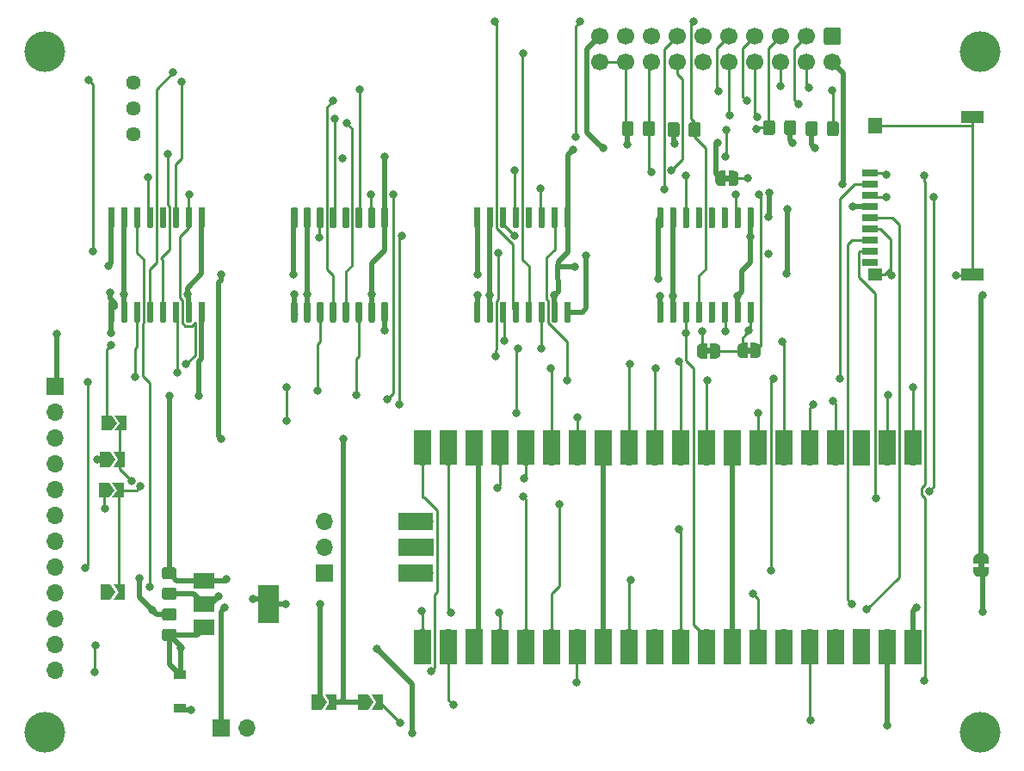
<source format=gbr>
G04 #@! TF.GenerationSoftware,KiCad,Pcbnew,5.1.5+dfsg1-2build2*
G04 #@! TF.CreationDate,2024-06-21T19:04:03+01:00*
G04 #@! TF.ProjectId,desktop_esc,6465736b-746f-4705-9f65-73632e6b6963,rev?*
G04 #@! TF.SameCoordinates,Original*
G04 #@! TF.FileFunction,Copper,L1,Top*
G04 #@! TF.FilePolarity,Positive*
%FSLAX46Y46*%
G04 Gerber Fmt 4.6, Leading zero omitted, Abs format (unit mm)*
G04 Created by KiCad (PCBNEW 5.1.5+dfsg1-2build2) date 2024-06-21 19:04:03*
%MOMM*%
%LPD*%
G04 APERTURE LIST*
%ADD10C,0.100000*%
%ADD11O,1.700000X1.700000*%
%ADD12R,1.700000X1.700000*%
%ADD13R,1.600000X0.700000*%
%ADD14R,1.400000X1.200000*%
%ADD15R,1.400000X1.600000*%
%ADD16R,2.200000X1.200000*%
%ADD17C,1.440000*%
%ADD18C,1.700000*%
%ADD19R,2.000000X1.500000*%
%ADD20R,2.000000X3.800000*%
%ADD21R,3.500000X1.700000*%
%ADD22R,1.700000X3.500000*%
%ADD23R,1.200000X0.900000*%
%ADD24C,4.000000*%
%ADD25C,0.800000*%
%ADD26C,0.250000*%
%ADD27C,0.500000*%
G04 APERTURE END LIST*
D10*
G36*
X191435000Y-114804000D02*
G01*
X191435000Y-114304000D01*
X190835000Y-114304000D01*
X190835000Y-114804000D01*
X191435000Y-114804000D01*
G37*
G36*
X165876160Y-76799720D02*
G01*
X166376160Y-76799720D01*
X166376160Y-76199720D01*
X165876160Y-76199720D01*
X165876160Y-76799720D01*
G37*
G36*
X168050400Y-93736440D02*
G01*
X168550400Y-93736440D01*
X168550400Y-93136440D01*
X168050400Y-93136440D01*
X168050400Y-93736440D01*
G37*
G36*
X164572760Y-93177080D02*
G01*
X164072760Y-93177080D01*
X164072760Y-93777080D01*
X164572760Y-93777080D01*
X164572760Y-93177080D01*
G37*
G04 #@! TA.AperFunction,SMDPad,CuDef*
G36*
X156724504Y-70876204D02*
G01*
X156748773Y-70879804D01*
X156772571Y-70885765D01*
X156795671Y-70894030D01*
X156817849Y-70904520D01*
X156838893Y-70917133D01*
X156858598Y-70931747D01*
X156876777Y-70948223D01*
X156893253Y-70966402D01*
X156907867Y-70986107D01*
X156920480Y-71007151D01*
X156930970Y-71029329D01*
X156939235Y-71052429D01*
X156945196Y-71076227D01*
X156948796Y-71100496D01*
X156950000Y-71125000D01*
X156950000Y-72075000D01*
X156948796Y-72099504D01*
X156945196Y-72123773D01*
X156939235Y-72147571D01*
X156930970Y-72170671D01*
X156920480Y-72192849D01*
X156907867Y-72213893D01*
X156893253Y-72233598D01*
X156876777Y-72251777D01*
X156858598Y-72268253D01*
X156838893Y-72282867D01*
X156817849Y-72295480D01*
X156795671Y-72305970D01*
X156772571Y-72314235D01*
X156748773Y-72320196D01*
X156724504Y-72323796D01*
X156700000Y-72325000D01*
X156025000Y-72325000D01*
X156000496Y-72323796D01*
X155976227Y-72320196D01*
X155952429Y-72314235D01*
X155929329Y-72305970D01*
X155907151Y-72295480D01*
X155886107Y-72282867D01*
X155866402Y-72268253D01*
X155848223Y-72251777D01*
X155831747Y-72233598D01*
X155817133Y-72213893D01*
X155804520Y-72192849D01*
X155794030Y-72170671D01*
X155785765Y-72147571D01*
X155779804Y-72123773D01*
X155776204Y-72099504D01*
X155775000Y-72075000D01*
X155775000Y-71125000D01*
X155776204Y-71100496D01*
X155779804Y-71076227D01*
X155785765Y-71052429D01*
X155794030Y-71029329D01*
X155804520Y-71007151D01*
X155817133Y-70986107D01*
X155831747Y-70966402D01*
X155848223Y-70948223D01*
X155866402Y-70931747D01*
X155886107Y-70917133D01*
X155907151Y-70904520D01*
X155929329Y-70894030D01*
X155952429Y-70885765D01*
X155976227Y-70879804D01*
X156000496Y-70876204D01*
X156025000Y-70875000D01*
X156700000Y-70875000D01*
X156724504Y-70876204D01*
G37*
G04 #@! TD.AperFunction*
G04 #@! TA.AperFunction,SMDPad,CuDef*
G36*
X158799504Y-70876204D02*
G01*
X158823773Y-70879804D01*
X158847571Y-70885765D01*
X158870671Y-70894030D01*
X158892849Y-70904520D01*
X158913893Y-70917133D01*
X158933598Y-70931747D01*
X158951777Y-70948223D01*
X158968253Y-70966402D01*
X158982867Y-70986107D01*
X158995480Y-71007151D01*
X159005970Y-71029329D01*
X159014235Y-71052429D01*
X159020196Y-71076227D01*
X159023796Y-71100496D01*
X159025000Y-71125000D01*
X159025000Y-72075000D01*
X159023796Y-72099504D01*
X159020196Y-72123773D01*
X159014235Y-72147571D01*
X159005970Y-72170671D01*
X158995480Y-72192849D01*
X158982867Y-72213893D01*
X158968253Y-72233598D01*
X158951777Y-72251777D01*
X158933598Y-72268253D01*
X158913893Y-72282867D01*
X158892849Y-72295480D01*
X158870671Y-72305970D01*
X158847571Y-72314235D01*
X158823773Y-72320196D01*
X158799504Y-72323796D01*
X158775000Y-72325000D01*
X158100000Y-72325000D01*
X158075496Y-72323796D01*
X158051227Y-72320196D01*
X158027429Y-72314235D01*
X158004329Y-72305970D01*
X157982151Y-72295480D01*
X157961107Y-72282867D01*
X157941402Y-72268253D01*
X157923223Y-72251777D01*
X157906747Y-72233598D01*
X157892133Y-72213893D01*
X157879520Y-72192849D01*
X157869030Y-72170671D01*
X157860765Y-72147571D01*
X157854804Y-72123773D01*
X157851204Y-72099504D01*
X157850000Y-72075000D01*
X157850000Y-71125000D01*
X157851204Y-71100496D01*
X157854804Y-71076227D01*
X157860765Y-71052429D01*
X157869030Y-71029329D01*
X157879520Y-71007151D01*
X157892133Y-70986107D01*
X157906747Y-70966402D01*
X157923223Y-70948223D01*
X157941402Y-70931747D01*
X157961107Y-70917133D01*
X157982151Y-70904520D01*
X158004329Y-70894030D01*
X158027429Y-70885765D01*
X158051227Y-70879804D01*
X158075496Y-70876204D01*
X158100000Y-70875000D01*
X158775000Y-70875000D01*
X158799504Y-70876204D01*
G37*
G04 #@! TD.AperFunction*
G04 #@! TA.AperFunction,SMDPad,CuDef*
G36*
X161224504Y-70976204D02*
G01*
X161248773Y-70979804D01*
X161272571Y-70985765D01*
X161295671Y-70994030D01*
X161317849Y-71004520D01*
X161338893Y-71017133D01*
X161358598Y-71031747D01*
X161376777Y-71048223D01*
X161393253Y-71066402D01*
X161407867Y-71086107D01*
X161420480Y-71107151D01*
X161430970Y-71129329D01*
X161439235Y-71152429D01*
X161445196Y-71176227D01*
X161448796Y-71200496D01*
X161450000Y-71225000D01*
X161450000Y-72175000D01*
X161448796Y-72199504D01*
X161445196Y-72223773D01*
X161439235Y-72247571D01*
X161430970Y-72270671D01*
X161420480Y-72292849D01*
X161407867Y-72313893D01*
X161393253Y-72333598D01*
X161376777Y-72351777D01*
X161358598Y-72368253D01*
X161338893Y-72382867D01*
X161317849Y-72395480D01*
X161295671Y-72405970D01*
X161272571Y-72414235D01*
X161248773Y-72420196D01*
X161224504Y-72423796D01*
X161200000Y-72425000D01*
X160525000Y-72425000D01*
X160500496Y-72423796D01*
X160476227Y-72420196D01*
X160452429Y-72414235D01*
X160429329Y-72405970D01*
X160407151Y-72395480D01*
X160386107Y-72382867D01*
X160366402Y-72368253D01*
X160348223Y-72351777D01*
X160331747Y-72333598D01*
X160317133Y-72313893D01*
X160304520Y-72292849D01*
X160294030Y-72270671D01*
X160285765Y-72247571D01*
X160279804Y-72223773D01*
X160276204Y-72199504D01*
X160275000Y-72175000D01*
X160275000Y-71225000D01*
X160276204Y-71200496D01*
X160279804Y-71176227D01*
X160285765Y-71152429D01*
X160294030Y-71129329D01*
X160304520Y-71107151D01*
X160317133Y-71086107D01*
X160331747Y-71066402D01*
X160348223Y-71048223D01*
X160366402Y-71031747D01*
X160386107Y-71017133D01*
X160407151Y-71004520D01*
X160429329Y-70994030D01*
X160452429Y-70985765D01*
X160476227Y-70979804D01*
X160500496Y-70976204D01*
X160525000Y-70975000D01*
X161200000Y-70975000D01*
X161224504Y-70976204D01*
G37*
G04 #@! TD.AperFunction*
G04 #@! TA.AperFunction,SMDPad,CuDef*
G36*
X163299504Y-70976204D02*
G01*
X163323773Y-70979804D01*
X163347571Y-70985765D01*
X163370671Y-70994030D01*
X163392849Y-71004520D01*
X163413893Y-71017133D01*
X163433598Y-71031747D01*
X163451777Y-71048223D01*
X163468253Y-71066402D01*
X163482867Y-71086107D01*
X163495480Y-71107151D01*
X163505970Y-71129329D01*
X163514235Y-71152429D01*
X163520196Y-71176227D01*
X163523796Y-71200496D01*
X163525000Y-71225000D01*
X163525000Y-72175000D01*
X163523796Y-72199504D01*
X163520196Y-72223773D01*
X163514235Y-72247571D01*
X163505970Y-72270671D01*
X163495480Y-72292849D01*
X163482867Y-72313893D01*
X163468253Y-72333598D01*
X163451777Y-72351777D01*
X163433598Y-72368253D01*
X163413893Y-72382867D01*
X163392849Y-72395480D01*
X163370671Y-72405970D01*
X163347571Y-72414235D01*
X163323773Y-72420196D01*
X163299504Y-72423796D01*
X163275000Y-72425000D01*
X162600000Y-72425000D01*
X162575496Y-72423796D01*
X162551227Y-72420196D01*
X162527429Y-72414235D01*
X162504329Y-72405970D01*
X162482151Y-72395480D01*
X162461107Y-72382867D01*
X162441402Y-72368253D01*
X162423223Y-72351777D01*
X162406747Y-72333598D01*
X162392133Y-72313893D01*
X162379520Y-72292849D01*
X162369030Y-72270671D01*
X162360765Y-72247571D01*
X162354804Y-72223773D01*
X162351204Y-72199504D01*
X162350000Y-72175000D01*
X162350000Y-71225000D01*
X162351204Y-71200496D01*
X162354804Y-71176227D01*
X162360765Y-71152429D01*
X162369030Y-71129329D01*
X162379520Y-71107151D01*
X162392133Y-71086107D01*
X162406747Y-71066402D01*
X162423223Y-71048223D01*
X162441402Y-71031747D01*
X162461107Y-71017133D01*
X162482151Y-71004520D01*
X162504329Y-70994030D01*
X162527429Y-70985765D01*
X162551227Y-70979804D01*
X162575496Y-70976204D01*
X162600000Y-70975000D01*
X163275000Y-70975000D01*
X163299504Y-70976204D01*
G37*
G04 #@! TD.AperFunction*
G04 #@! TA.AperFunction,SMDPad,CuDef*
G36*
X172699504Y-70776204D02*
G01*
X172723773Y-70779804D01*
X172747571Y-70785765D01*
X172770671Y-70794030D01*
X172792849Y-70804520D01*
X172813893Y-70817133D01*
X172833598Y-70831747D01*
X172851777Y-70848223D01*
X172868253Y-70866402D01*
X172882867Y-70886107D01*
X172895480Y-70907151D01*
X172905970Y-70929329D01*
X172914235Y-70952429D01*
X172920196Y-70976227D01*
X172923796Y-71000496D01*
X172925000Y-71025000D01*
X172925000Y-71975000D01*
X172923796Y-71999504D01*
X172920196Y-72023773D01*
X172914235Y-72047571D01*
X172905970Y-72070671D01*
X172895480Y-72092849D01*
X172882867Y-72113893D01*
X172868253Y-72133598D01*
X172851777Y-72151777D01*
X172833598Y-72168253D01*
X172813893Y-72182867D01*
X172792849Y-72195480D01*
X172770671Y-72205970D01*
X172747571Y-72214235D01*
X172723773Y-72220196D01*
X172699504Y-72223796D01*
X172675000Y-72225000D01*
X172000000Y-72225000D01*
X171975496Y-72223796D01*
X171951227Y-72220196D01*
X171927429Y-72214235D01*
X171904329Y-72205970D01*
X171882151Y-72195480D01*
X171861107Y-72182867D01*
X171841402Y-72168253D01*
X171823223Y-72151777D01*
X171806747Y-72133598D01*
X171792133Y-72113893D01*
X171779520Y-72092849D01*
X171769030Y-72070671D01*
X171760765Y-72047571D01*
X171754804Y-72023773D01*
X171751204Y-71999504D01*
X171750000Y-71975000D01*
X171750000Y-71025000D01*
X171751204Y-71000496D01*
X171754804Y-70976227D01*
X171760765Y-70952429D01*
X171769030Y-70929329D01*
X171779520Y-70907151D01*
X171792133Y-70886107D01*
X171806747Y-70866402D01*
X171823223Y-70848223D01*
X171841402Y-70831747D01*
X171861107Y-70817133D01*
X171882151Y-70804520D01*
X171904329Y-70794030D01*
X171927429Y-70785765D01*
X171951227Y-70779804D01*
X171975496Y-70776204D01*
X172000000Y-70775000D01*
X172675000Y-70775000D01*
X172699504Y-70776204D01*
G37*
G04 #@! TD.AperFunction*
G04 #@! TA.AperFunction,SMDPad,CuDef*
G36*
X170624504Y-70776204D02*
G01*
X170648773Y-70779804D01*
X170672571Y-70785765D01*
X170695671Y-70794030D01*
X170717849Y-70804520D01*
X170738893Y-70817133D01*
X170758598Y-70831747D01*
X170776777Y-70848223D01*
X170793253Y-70866402D01*
X170807867Y-70886107D01*
X170820480Y-70907151D01*
X170830970Y-70929329D01*
X170839235Y-70952429D01*
X170845196Y-70976227D01*
X170848796Y-71000496D01*
X170850000Y-71025000D01*
X170850000Y-71975000D01*
X170848796Y-71999504D01*
X170845196Y-72023773D01*
X170839235Y-72047571D01*
X170830970Y-72070671D01*
X170820480Y-72092849D01*
X170807867Y-72113893D01*
X170793253Y-72133598D01*
X170776777Y-72151777D01*
X170758598Y-72168253D01*
X170738893Y-72182867D01*
X170717849Y-72195480D01*
X170695671Y-72205970D01*
X170672571Y-72214235D01*
X170648773Y-72220196D01*
X170624504Y-72223796D01*
X170600000Y-72225000D01*
X169925000Y-72225000D01*
X169900496Y-72223796D01*
X169876227Y-72220196D01*
X169852429Y-72214235D01*
X169829329Y-72205970D01*
X169807151Y-72195480D01*
X169786107Y-72182867D01*
X169766402Y-72168253D01*
X169748223Y-72151777D01*
X169731747Y-72133598D01*
X169717133Y-72113893D01*
X169704520Y-72092849D01*
X169694030Y-72070671D01*
X169685765Y-72047571D01*
X169679804Y-72023773D01*
X169676204Y-71999504D01*
X169675000Y-71975000D01*
X169675000Y-71025000D01*
X169676204Y-71000496D01*
X169679804Y-70976227D01*
X169685765Y-70952429D01*
X169694030Y-70929329D01*
X169704520Y-70907151D01*
X169717133Y-70886107D01*
X169731747Y-70866402D01*
X169748223Y-70848223D01*
X169766402Y-70831747D01*
X169786107Y-70817133D01*
X169807151Y-70804520D01*
X169829329Y-70794030D01*
X169852429Y-70785765D01*
X169876227Y-70779804D01*
X169900496Y-70776204D01*
X169925000Y-70775000D01*
X170600000Y-70775000D01*
X170624504Y-70776204D01*
G37*
G04 #@! TD.AperFunction*
G04 #@! TA.AperFunction,SMDPad,CuDef*
G36*
X174824504Y-70876204D02*
G01*
X174848773Y-70879804D01*
X174872571Y-70885765D01*
X174895671Y-70894030D01*
X174917849Y-70904520D01*
X174938893Y-70917133D01*
X174958598Y-70931747D01*
X174976777Y-70948223D01*
X174993253Y-70966402D01*
X175007867Y-70986107D01*
X175020480Y-71007151D01*
X175030970Y-71029329D01*
X175039235Y-71052429D01*
X175045196Y-71076227D01*
X175048796Y-71100496D01*
X175050000Y-71125000D01*
X175050000Y-72075000D01*
X175048796Y-72099504D01*
X175045196Y-72123773D01*
X175039235Y-72147571D01*
X175030970Y-72170671D01*
X175020480Y-72192849D01*
X175007867Y-72213893D01*
X174993253Y-72233598D01*
X174976777Y-72251777D01*
X174958598Y-72268253D01*
X174938893Y-72282867D01*
X174917849Y-72295480D01*
X174895671Y-72305970D01*
X174872571Y-72314235D01*
X174848773Y-72320196D01*
X174824504Y-72323796D01*
X174800000Y-72325000D01*
X174125000Y-72325000D01*
X174100496Y-72323796D01*
X174076227Y-72320196D01*
X174052429Y-72314235D01*
X174029329Y-72305970D01*
X174007151Y-72295480D01*
X173986107Y-72282867D01*
X173966402Y-72268253D01*
X173948223Y-72251777D01*
X173931747Y-72233598D01*
X173917133Y-72213893D01*
X173904520Y-72192849D01*
X173894030Y-72170671D01*
X173885765Y-72147571D01*
X173879804Y-72123773D01*
X173876204Y-72099504D01*
X173875000Y-72075000D01*
X173875000Y-71125000D01*
X173876204Y-71100496D01*
X173879804Y-71076227D01*
X173885765Y-71052429D01*
X173894030Y-71029329D01*
X173904520Y-71007151D01*
X173917133Y-70986107D01*
X173931747Y-70966402D01*
X173948223Y-70948223D01*
X173966402Y-70931747D01*
X173986107Y-70917133D01*
X174007151Y-70904520D01*
X174029329Y-70894030D01*
X174052429Y-70885765D01*
X174076227Y-70879804D01*
X174100496Y-70876204D01*
X174125000Y-70875000D01*
X174800000Y-70875000D01*
X174824504Y-70876204D01*
G37*
G04 #@! TD.AperFunction*
G04 #@! TA.AperFunction,SMDPad,CuDef*
G36*
X176899504Y-70876204D02*
G01*
X176923773Y-70879804D01*
X176947571Y-70885765D01*
X176970671Y-70894030D01*
X176992849Y-70904520D01*
X177013893Y-70917133D01*
X177033598Y-70931747D01*
X177051777Y-70948223D01*
X177068253Y-70966402D01*
X177082867Y-70986107D01*
X177095480Y-71007151D01*
X177105970Y-71029329D01*
X177114235Y-71052429D01*
X177120196Y-71076227D01*
X177123796Y-71100496D01*
X177125000Y-71125000D01*
X177125000Y-72075000D01*
X177123796Y-72099504D01*
X177120196Y-72123773D01*
X177114235Y-72147571D01*
X177105970Y-72170671D01*
X177095480Y-72192849D01*
X177082867Y-72213893D01*
X177068253Y-72233598D01*
X177051777Y-72251777D01*
X177033598Y-72268253D01*
X177013893Y-72282867D01*
X176992849Y-72295480D01*
X176970671Y-72305970D01*
X176947571Y-72314235D01*
X176923773Y-72320196D01*
X176899504Y-72323796D01*
X176875000Y-72325000D01*
X176200000Y-72325000D01*
X176175496Y-72323796D01*
X176151227Y-72320196D01*
X176127429Y-72314235D01*
X176104329Y-72305970D01*
X176082151Y-72295480D01*
X176061107Y-72282867D01*
X176041402Y-72268253D01*
X176023223Y-72251777D01*
X176006747Y-72233598D01*
X175992133Y-72213893D01*
X175979520Y-72192849D01*
X175969030Y-72170671D01*
X175960765Y-72147571D01*
X175954804Y-72123773D01*
X175951204Y-72099504D01*
X175950000Y-72075000D01*
X175950000Y-71125000D01*
X175951204Y-71100496D01*
X175954804Y-71076227D01*
X175960765Y-71052429D01*
X175969030Y-71029329D01*
X175979520Y-71007151D01*
X175992133Y-70986107D01*
X176006747Y-70966402D01*
X176023223Y-70948223D01*
X176041402Y-70931747D01*
X176061107Y-70917133D01*
X176082151Y-70904520D01*
X176104329Y-70894030D01*
X176127429Y-70885765D01*
X176151227Y-70879804D01*
X176175496Y-70876204D01*
X176200000Y-70875000D01*
X176875000Y-70875000D01*
X176899504Y-70876204D01*
G37*
G04 #@! TD.AperFunction*
G04 #@! TA.AperFunction,SMDPad,CuDef*
G36*
X159719703Y-79325722D02*
G01*
X159734264Y-79327882D01*
X159748543Y-79331459D01*
X159762403Y-79336418D01*
X159775710Y-79342712D01*
X159788336Y-79350280D01*
X159800159Y-79359048D01*
X159811066Y-79368934D01*
X159820952Y-79379841D01*
X159829720Y-79391664D01*
X159837288Y-79404290D01*
X159843582Y-79417597D01*
X159848541Y-79431457D01*
X159852118Y-79445736D01*
X159854278Y-79460297D01*
X159855000Y-79475000D01*
X159855000Y-81225000D01*
X159854278Y-81239703D01*
X159852118Y-81254264D01*
X159848541Y-81268543D01*
X159843582Y-81282403D01*
X159837288Y-81295710D01*
X159829720Y-81308336D01*
X159820952Y-81320159D01*
X159811066Y-81331066D01*
X159800159Y-81340952D01*
X159788336Y-81349720D01*
X159775710Y-81357288D01*
X159762403Y-81363582D01*
X159748543Y-81368541D01*
X159734264Y-81372118D01*
X159719703Y-81374278D01*
X159705000Y-81375000D01*
X159405000Y-81375000D01*
X159390297Y-81374278D01*
X159375736Y-81372118D01*
X159361457Y-81368541D01*
X159347597Y-81363582D01*
X159334290Y-81357288D01*
X159321664Y-81349720D01*
X159309841Y-81340952D01*
X159298934Y-81331066D01*
X159289048Y-81320159D01*
X159280280Y-81308336D01*
X159272712Y-81295710D01*
X159266418Y-81282403D01*
X159261459Y-81268543D01*
X159257882Y-81254264D01*
X159255722Y-81239703D01*
X159255000Y-81225000D01*
X159255000Y-79475000D01*
X159255722Y-79460297D01*
X159257882Y-79445736D01*
X159261459Y-79431457D01*
X159266418Y-79417597D01*
X159272712Y-79404290D01*
X159280280Y-79391664D01*
X159289048Y-79379841D01*
X159298934Y-79368934D01*
X159309841Y-79359048D01*
X159321664Y-79350280D01*
X159334290Y-79342712D01*
X159347597Y-79336418D01*
X159361457Y-79331459D01*
X159375736Y-79327882D01*
X159390297Y-79325722D01*
X159405000Y-79325000D01*
X159705000Y-79325000D01*
X159719703Y-79325722D01*
G37*
G04 #@! TD.AperFunction*
G04 #@! TA.AperFunction,SMDPad,CuDef*
G36*
X160989703Y-79325722D02*
G01*
X161004264Y-79327882D01*
X161018543Y-79331459D01*
X161032403Y-79336418D01*
X161045710Y-79342712D01*
X161058336Y-79350280D01*
X161070159Y-79359048D01*
X161081066Y-79368934D01*
X161090952Y-79379841D01*
X161099720Y-79391664D01*
X161107288Y-79404290D01*
X161113582Y-79417597D01*
X161118541Y-79431457D01*
X161122118Y-79445736D01*
X161124278Y-79460297D01*
X161125000Y-79475000D01*
X161125000Y-81225000D01*
X161124278Y-81239703D01*
X161122118Y-81254264D01*
X161118541Y-81268543D01*
X161113582Y-81282403D01*
X161107288Y-81295710D01*
X161099720Y-81308336D01*
X161090952Y-81320159D01*
X161081066Y-81331066D01*
X161070159Y-81340952D01*
X161058336Y-81349720D01*
X161045710Y-81357288D01*
X161032403Y-81363582D01*
X161018543Y-81368541D01*
X161004264Y-81372118D01*
X160989703Y-81374278D01*
X160975000Y-81375000D01*
X160675000Y-81375000D01*
X160660297Y-81374278D01*
X160645736Y-81372118D01*
X160631457Y-81368541D01*
X160617597Y-81363582D01*
X160604290Y-81357288D01*
X160591664Y-81349720D01*
X160579841Y-81340952D01*
X160568934Y-81331066D01*
X160559048Y-81320159D01*
X160550280Y-81308336D01*
X160542712Y-81295710D01*
X160536418Y-81282403D01*
X160531459Y-81268543D01*
X160527882Y-81254264D01*
X160525722Y-81239703D01*
X160525000Y-81225000D01*
X160525000Y-79475000D01*
X160525722Y-79460297D01*
X160527882Y-79445736D01*
X160531459Y-79431457D01*
X160536418Y-79417597D01*
X160542712Y-79404290D01*
X160550280Y-79391664D01*
X160559048Y-79379841D01*
X160568934Y-79368934D01*
X160579841Y-79359048D01*
X160591664Y-79350280D01*
X160604290Y-79342712D01*
X160617597Y-79336418D01*
X160631457Y-79331459D01*
X160645736Y-79327882D01*
X160660297Y-79325722D01*
X160675000Y-79325000D01*
X160975000Y-79325000D01*
X160989703Y-79325722D01*
G37*
G04 #@! TD.AperFunction*
G04 #@! TA.AperFunction,SMDPad,CuDef*
G36*
X162259703Y-79325722D02*
G01*
X162274264Y-79327882D01*
X162288543Y-79331459D01*
X162302403Y-79336418D01*
X162315710Y-79342712D01*
X162328336Y-79350280D01*
X162340159Y-79359048D01*
X162351066Y-79368934D01*
X162360952Y-79379841D01*
X162369720Y-79391664D01*
X162377288Y-79404290D01*
X162383582Y-79417597D01*
X162388541Y-79431457D01*
X162392118Y-79445736D01*
X162394278Y-79460297D01*
X162395000Y-79475000D01*
X162395000Y-81225000D01*
X162394278Y-81239703D01*
X162392118Y-81254264D01*
X162388541Y-81268543D01*
X162383582Y-81282403D01*
X162377288Y-81295710D01*
X162369720Y-81308336D01*
X162360952Y-81320159D01*
X162351066Y-81331066D01*
X162340159Y-81340952D01*
X162328336Y-81349720D01*
X162315710Y-81357288D01*
X162302403Y-81363582D01*
X162288543Y-81368541D01*
X162274264Y-81372118D01*
X162259703Y-81374278D01*
X162245000Y-81375000D01*
X161945000Y-81375000D01*
X161930297Y-81374278D01*
X161915736Y-81372118D01*
X161901457Y-81368541D01*
X161887597Y-81363582D01*
X161874290Y-81357288D01*
X161861664Y-81349720D01*
X161849841Y-81340952D01*
X161838934Y-81331066D01*
X161829048Y-81320159D01*
X161820280Y-81308336D01*
X161812712Y-81295710D01*
X161806418Y-81282403D01*
X161801459Y-81268543D01*
X161797882Y-81254264D01*
X161795722Y-81239703D01*
X161795000Y-81225000D01*
X161795000Y-79475000D01*
X161795722Y-79460297D01*
X161797882Y-79445736D01*
X161801459Y-79431457D01*
X161806418Y-79417597D01*
X161812712Y-79404290D01*
X161820280Y-79391664D01*
X161829048Y-79379841D01*
X161838934Y-79368934D01*
X161849841Y-79359048D01*
X161861664Y-79350280D01*
X161874290Y-79342712D01*
X161887597Y-79336418D01*
X161901457Y-79331459D01*
X161915736Y-79327882D01*
X161930297Y-79325722D01*
X161945000Y-79325000D01*
X162245000Y-79325000D01*
X162259703Y-79325722D01*
G37*
G04 #@! TD.AperFunction*
G04 #@! TA.AperFunction,SMDPad,CuDef*
G36*
X163529703Y-79325722D02*
G01*
X163544264Y-79327882D01*
X163558543Y-79331459D01*
X163572403Y-79336418D01*
X163585710Y-79342712D01*
X163598336Y-79350280D01*
X163610159Y-79359048D01*
X163621066Y-79368934D01*
X163630952Y-79379841D01*
X163639720Y-79391664D01*
X163647288Y-79404290D01*
X163653582Y-79417597D01*
X163658541Y-79431457D01*
X163662118Y-79445736D01*
X163664278Y-79460297D01*
X163665000Y-79475000D01*
X163665000Y-81225000D01*
X163664278Y-81239703D01*
X163662118Y-81254264D01*
X163658541Y-81268543D01*
X163653582Y-81282403D01*
X163647288Y-81295710D01*
X163639720Y-81308336D01*
X163630952Y-81320159D01*
X163621066Y-81331066D01*
X163610159Y-81340952D01*
X163598336Y-81349720D01*
X163585710Y-81357288D01*
X163572403Y-81363582D01*
X163558543Y-81368541D01*
X163544264Y-81372118D01*
X163529703Y-81374278D01*
X163515000Y-81375000D01*
X163215000Y-81375000D01*
X163200297Y-81374278D01*
X163185736Y-81372118D01*
X163171457Y-81368541D01*
X163157597Y-81363582D01*
X163144290Y-81357288D01*
X163131664Y-81349720D01*
X163119841Y-81340952D01*
X163108934Y-81331066D01*
X163099048Y-81320159D01*
X163090280Y-81308336D01*
X163082712Y-81295710D01*
X163076418Y-81282403D01*
X163071459Y-81268543D01*
X163067882Y-81254264D01*
X163065722Y-81239703D01*
X163065000Y-81225000D01*
X163065000Y-79475000D01*
X163065722Y-79460297D01*
X163067882Y-79445736D01*
X163071459Y-79431457D01*
X163076418Y-79417597D01*
X163082712Y-79404290D01*
X163090280Y-79391664D01*
X163099048Y-79379841D01*
X163108934Y-79368934D01*
X163119841Y-79359048D01*
X163131664Y-79350280D01*
X163144290Y-79342712D01*
X163157597Y-79336418D01*
X163171457Y-79331459D01*
X163185736Y-79327882D01*
X163200297Y-79325722D01*
X163215000Y-79325000D01*
X163515000Y-79325000D01*
X163529703Y-79325722D01*
G37*
G04 #@! TD.AperFunction*
G04 #@! TA.AperFunction,SMDPad,CuDef*
G36*
X164799703Y-79325722D02*
G01*
X164814264Y-79327882D01*
X164828543Y-79331459D01*
X164842403Y-79336418D01*
X164855710Y-79342712D01*
X164868336Y-79350280D01*
X164880159Y-79359048D01*
X164891066Y-79368934D01*
X164900952Y-79379841D01*
X164909720Y-79391664D01*
X164917288Y-79404290D01*
X164923582Y-79417597D01*
X164928541Y-79431457D01*
X164932118Y-79445736D01*
X164934278Y-79460297D01*
X164935000Y-79475000D01*
X164935000Y-81225000D01*
X164934278Y-81239703D01*
X164932118Y-81254264D01*
X164928541Y-81268543D01*
X164923582Y-81282403D01*
X164917288Y-81295710D01*
X164909720Y-81308336D01*
X164900952Y-81320159D01*
X164891066Y-81331066D01*
X164880159Y-81340952D01*
X164868336Y-81349720D01*
X164855710Y-81357288D01*
X164842403Y-81363582D01*
X164828543Y-81368541D01*
X164814264Y-81372118D01*
X164799703Y-81374278D01*
X164785000Y-81375000D01*
X164485000Y-81375000D01*
X164470297Y-81374278D01*
X164455736Y-81372118D01*
X164441457Y-81368541D01*
X164427597Y-81363582D01*
X164414290Y-81357288D01*
X164401664Y-81349720D01*
X164389841Y-81340952D01*
X164378934Y-81331066D01*
X164369048Y-81320159D01*
X164360280Y-81308336D01*
X164352712Y-81295710D01*
X164346418Y-81282403D01*
X164341459Y-81268543D01*
X164337882Y-81254264D01*
X164335722Y-81239703D01*
X164335000Y-81225000D01*
X164335000Y-79475000D01*
X164335722Y-79460297D01*
X164337882Y-79445736D01*
X164341459Y-79431457D01*
X164346418Y-79417597D01*
X164352712Y-79404290D01*
X164360280Y-79391664D01*
X164369048Y-79379841D01*
X164378934Y-79368934D01*
X164389841Y-79359048D01*
X164401664Y-79350280D01*
X164414290Y-79342712D01*
X164427597Y-79336418D01*
X164441457Y-79331459D01*
X164455736Y-79327882D01*
X164470297Y-79325722D01*
X164485000Y-79325000D01*
X164785000Y-79325000D01*
X164799703Y-79325722D01*
G37*
G04 #@! TD.AperFunction*
G04 #@! TA.AperFunction,SMDPad,CuDef*
G36*
X166069703Y-79325722D02*
G01*
X166084264Y-79327882D01*
X166098543Y-79331459D01*
X166112403Y-79336418D01*
X166125710Y-79342712D01*
X166138336Y-79350280D01*
X166150159Y-79359048D01*
X166161066Y-79368934D01*
X166170952Y-79379841D01*
X166179720Y-79391664D01*
X166187288Y-79404290D01*
X166193582Y-79417597D01*
X166198541Y-79431457D01*
X166202118Y-79445736D01*
X166204278Y-79460297D01*
X166205000Y-79475000D01*
X166205000Y-81225000D01*
X166204278Y-81239703D01*
X166202118Y-81254264D01*
X166198541Y-81268543D01*
X166193582Y-81282403D01*
X166187288Y-81295710D01*
X166179720Y-81308336D01*
X166170952Y-81320159D01*
X166161066Y-81331066D01*
X166150159Y-81340952D01*
X166138336Y-81349720D01*
X166125710Y-81357288D01*
X166112403Y-81363582D01*
X166098543Y-81368541D01*
X166084264Y-81372118D01*
X166069703Y-81374278D01*
X166055000Y-81375000D01*
X165755000Y-81375000D01*
X165740297Y-81374278D01*
X165725736Y-81372118D01*
X165711457Y-81368541D01*
X165697597Y-81363582D01*
X165684290Y-81357288D01*
X165671664Y-81349720D01*
X165659841Y-81340952D01*
X165648934Y-81331066D01*
X165639048Y-81320159D01*
X165630280Y-81308336D01*
X165622712Y-81295710D01*
X165616418Y-81282403D01*
X165611459Y-81268543D01*
X165607882Y-81254264D01*
X165605722Y-81239703D01*
X165605000Y-81225000D01*
X165605000Y-79475000D01*
X165605722Y-79460297D01*
X165607882Y-79445736D01*
X165611459Y-79431457D01*
X165616418Y-79417597D01*
X165622712Y-79404290D01*
X165630280Y-79391664D01*
X165639048Y-79379841D01*
X165648934Y-79368934D01*
X165659841Y-79359048D01*
X165671664Y-79350280D01*
X165684290Y-79342712D01*
X165697597Y-79336418D01*
X165711457Y-79331459D01*
X165725736Y-79327882D01*
X165740297Y-79325722D01*
X165755000Y-79325000D01*
X166055000Y-79325000D01*
X166069703Y-79325722D01*
G37*
G04 #@! TD.AperFunction*
G04 #@! TA.AperFunction,SMDPad,CuDef*
G36*
X167339703Y-79325722D02*
G01*
X167354264Y-79327882D01*
X167368543Y-79331459D01*
X167382403Y-79336418D01*
X167395710Y-79342712D01*
X167408336Y-79350280D01*
X167420159Y-79359048D01*
X167431066Y-79368934D01*
X167440952Y-79379841D01*
X167449720Y-79391664D01*
X167457288Y-79404290D01*
X167463582Y-79417597D01*
X167468541Y-79431457D01*
X167472118Y-79445736D01*
X167474278Y-79460297D01*
X167475000Y-79475000D01*
X167475000Y-81225000D01*
X167474278Y-81239703D01*
X167472118Y-81254264D01*
X167468541Y-81268543D01*
X167463582Y-81282403D01*
X167457288Y-81295710D01*
X167449720Y-81308336D01*
X167440952Y-81320159D01*
X167431066Y-81331066D01*
X167420159Y-81340952D01*
X167408336Y-81349720D01*
X167395710Y-81357288D01*
X167382403Y-81363582D01*
X167368543Y-81368541D01*
X167354264Y-81372118D01*
X167339703Y-81374278D01*
X167325000Y-81375000D01*
X167025000Y-81375000D01*
X167010297Y-81374278D01*
X166995736Y-81372118D01*
X166981457Y-81368541D01*
X166967597Y-81363582D01*
X166954290Y-81357288D01*
X166941664Y-81349720D01*
X166929841Y-81340952D01*
X166918934Y-81331066D01*
X166909048Y-81320159D01*
X166900280Y-81308336D01*
X166892712Y-81295710D01*
X166886418Y-81282403D01*
X166881459Y-81268543D01*
X166877882Y-81254264D01*
X166875722Y-81239703D01*
X166875000Y-81225000D01*
X166875000Y-79475000D01*
X166875722Y-79460297D01*
X166877882Y-79445736D01*
X166881459Y-79431457D01*
X166886418Y-79417597D01*
X166892712Y-79404290D01*
X166900280Y-79391664D01*
X166909048Y-79379841D01*
X166918934Y-79368934D01*
X166929841Y-79359048D01*
X166941664Y-79350280D01*
X166954290Y-79342712D01*
X166967597Y-79336418D01*
X166981457Y-79331459D01*
X166995736Y-79327882D01*
X167010297Y-79325722D01*
X167025000Y-79325000D01*
X167325000Y-79325000D01*
X167339703Y-79325722D01*
G37*
G04 #@! TD.AperFunction*
G04 #@! TA.AperFunction,SMDPad,CuDef*
G36*
X168609703Y-79325722D02*
G01*
X168624264Y-79327882D01*
X168638543Y-79331459D01*
X168652403Y-79336418D01*
X168665710Y-79342712D01*
X168678336Y-79350280D01*
X168690159Y-79359048D01*
X168701066Y-79368934D01*
X168710952Y-79379841D01*
X168719720Y-79391664D01*
X168727288Y-79404290D01*
X168733582Y-79417597D01*
X168738541Y-79431457D01*
X168742118Y-79445736D01*
X168744278Y-79460297D01*
X168745000Y-79475000D01*
X168745000Y-81225000D01*
X168744278Y-81239703D01*
X168742118Y-81254264D01*
X168738541Y-81268543D01*
X168733582Y-81282403D01*
X168727288Y-81295710D01*
X168719720Y-81308336D01*
X168710952Y-81320159D01*
X168701066Y-81331066D01*
X168690159Y-81340952D01*
X168678336Y-81349720D01*
X168665710Y-81357288D01*
X168652403Y-81363582D01*
X168638543Y-81368541D01*
X168624264Y-81372118D01*
X168609703Y-81374278D01*
X168595000Y-81375000D01*
X168295000Y-81375000D01*
X168280297Y-81374278D01*
X168265736Y-81372118D01*
X168251457Y-81368541D01*
X168237597Y-81363582D01*
X168224290Y-81357288D01*
X168211664Y-81349720D01*
X168199841Y-81340952D01*
X168188934Y-81331066D01*
X168179048Y-81320159D01*
X168170280Y-81308336D01*
X168162712Y-81295710D01*
X168156418Y-81282403D01*
X168151459Y-81268543D01*
X168147882Y-81254264D01*
X168145722Y-81239703D01*
X168145000Y-81225000D01*
X168145000Y-79475000D01*
X168145722Y-79460297D01*
X168147882Y-79445736D01*
X168151459Y-79431457D01*
X168156418Y-79417597D01*
X168162712Y-79404290D01*
X168170280Y-79391664D01*
X168179048Y-79379841D01*
X168188934Y-79368934D01*
X168199841Y-79359048D01*
X168211664Y-79350280D01*
X168224290Y-79342712D01*
X168237597Y-79336418D01*
X168251457Y-79331459D01*
X168265736Y-79327882D01*
X168280297Y-79325722D01*
X168295000Y-79325000D01*
X168595000Y-79325000D01*
X168609703Y-79325722D01*
G37*
G04 #@! TD.AperFunction*
G04 #@! TA.AperFunction,SMDPad,CuDef*
G36*
X168609703Y-88625722D02*
G01*
X168624264Y-88627882D01*
X168638543Y-88631459D01*
X168652403Y-88636418D01*
X168665710Y-88642712D01*
X168678336Y-88650280D01*
X168690159Y-88659048D01*
X168701066Y-88668934D01*
X168710952Y-88679841D01*
X168719720Y-88691664D01*
X168727288Y-88704290D01*
X168733582Y-88717597D01*
X168738541Y-88731457D01*
X168742118Y-88745736D01*
X168744278Y-88760297D01*
X168745000Y-88775000D01*
X168745000Y-90525000D01*
X168744278Y-90539703D01*
X168742118Y-90554264D01*
X168738541Y-90568543D01*
X168733582Y-90582403D01*
X168727288Y-90595710D01*
X168719720Y-90608336D01*
X168710952Y-90620159D01*
X168701066Y-90631066D01*
X168690159Y-90640952D01*
X168678336Y-90649720D01*
X168665710Y-90657288D01*
X168652403Y-90663582D01*
X168638543Y-90668541D01*
X168624264Y-90672118D01*
X168609703Y-90674278D01*
X168595000Y-90675000D01*
X168295000Y-90675000D01*
X168280297Y-90674278D01*
X168265736Y-90672118D01*
X168251457Y-90668541D01*
X168237597Y-90663582D01*
X168224290Y-90657288D01*
X168211664Y-90649720D01*
X168199841Y-90640952D01*
X168188934Y-90631066D01*
X168179048Y-90620159D01*
X168170280Y-90608336D01*
X168162712Y-90595710D01*
X168156418Y-90582403D01*
X168151459Y-90568543D01*
X168147882Y-90554264D01*
X168145722Y-90539703D01*
X168145000Y-90525000D01*
X168145000Y-88775000D01*
X168145722Y-88760297D01*
X168147882Y-88745736D01*
X168151459Y-88731457D01*
X168156418Y-88717597D01*
X168162712Y-88704290D01*
X168170280Y-88691664D01*
X168179048Y-88679841D01*
X168188934Y-88668934D01*
X168199841Y-88659048D01*
X168211664Y-88650280D01*
X168224290Y-88642712D01*
X168237597Y-88636418D01*
X168251457Y-88631459D01*
X168265736Y-88627882D01*
X168280297Y-88625722D01*
X168295000Y-88625000D01*
X168595000Y-88625000D01*
X168609703Y-88625722D01*
G37*
G04 #@! TD.AperFunction*
G04 #@! TA.AperFunction,SMDPad,CuDef*
G36*
X167339703Y-88625722D02*
G01*
X167354264Y-88627882D01*
X167368543Y-88631459D01*
X167382403Y-88636418D01*
X167395710Y-88642712D01*
X167408336Y-88650280D01*
X167420159Y-88659048D01*
X167431066Y-88668934D01*
X167440952Y-88679841D01*
X167449720Y-88691664D01*
X167457288Y-88704290D01*
X167463582Y-88717597D01*
X167468541Y-88731457D01*
X167472118Y-88745736D01*
X167474278Y-88760297D01*
X167475000Y-88775000D01*
X167475000Y-90525000D01*
X167474278Y-90539703D01*
X167472118Y-90554264D01*
X167468541Y-90568543D01*
X167463582Y-90582403D01*
X167457288Y-90595710D01*
X167449720Y-90608336D01*
X167440952Y-90620159D01*
X167431066Y-90631066D01*
X167420159Y-90640952D01*
X167408336Y-90649720D01*
X167395710Y-90657288D01*
X167382403Y-90663582D01*
X167368543Y-90668541D01*
X167354264Y-90672118D01*
X167339703Y-90674278D01*
X167325000Y-90675000D01*
X167025000Y-90675000D01*
X167010297Y-90674278D01*
X166995736Y-90672118D01*
X166981457Y-90668541D01*
X166967597Y-90663582D01*
X166954290Y-90657288D01*
X166941664Y-90649720D01*
X166929841Y-90640952D01*
X166918934Y-90631066D01*
X166909048Y-90620159D01*
X166900280Y-90608336D01*
X166892712Y-90595710D01*
X166886418Y-90582403D01*
X166881459Y-90568543D01*
X166877882Y-90554264D01*
X166875722Y-90539703D01*
X166875000Y-90525000D01*
X166875000Y-88775000D01*
X166875722Y-88760297D01*
X166877882Y-88745736D01*
X166881459Y-88731457D01*
X166886418Y-88717597D01*
X166892712Y-88704290D01*
X166900280Y-88691664D01*
X166909048Y-88679841D01*
X166918934Y-88668934D01*
X166929841Y-88659048D01*
X166941664Y-88650280D01*
X166954290Y-88642712D01*
X166967597Y-88636418D01*
X166981457Y-88631459D01*
X166995736Y-88627882D01*
X167010297Y-88625722D01*
X167025000Y-88625000D01*
X167325000Y-88625000D01*
X167339703Y-88625722D01*
G37*
G04 #@! TD.AperFunction*
G04 #@! TA.AperFunction,SMDPad,CuDef*
G36*
X166069703Y-88625722D02*
G01*
X166084264Y-88627882D01*
X166098543Y-88631459D01*
X166112403Y-88636418D01*
X166125710Y-88642712D01*
X166138336Y-88650280D01*
X166150159Y-88659048D01*
X166161066Y-88668934D01*
X166170952Y-88679841D01*
X166179720Y-88691664D01*
X166187288Y-88704290D01*
X166193582Y-88717597D01*
X166198541Y-88731457D01*
X166202118Y-88745736D01*
X166204278Y-88760297D01*
X166205000Y-88775000D01*
X166205000Y-90525000D01*
X166204278Y-90539703D01*
X166202118Y-90554264D01*
X166198541Y-90568543D01*
X166193582Y-90582403D01*
X166187288Y-90595710D01*
X166179720Y-90608336D01*
X166170952Y-90620159D01*
X166161066Y-90631066D01*
X166150159Y-90640952D01*
X166138336Y-90649720D01*
X166125710Y-90657288D01*
X166112403Y-90663582D01*
X166098543Y-90668541D01*
X166084264Y-90672118D01*
X166069703Y-90674278D01*
X166055000Y-90675000D01*
X165755000Y-90675000D01*
X165740297Y-90674278D01*
X165725736Y-90672118D01*
X165711457Y-90668541D01*
X165697597Y-90663582D01*
X165684290Y-90657288D01*
X165671664Y-90649720D01*
X165659841Y-90640952D01*
X165648934Y-90631066D01*
X165639048Y-90620159D01*
X165630280Y-90608336D01*
X165622712Y-90595710D01*
X165616418Y-90582403D01*
X165611459Y-90568543D01*
X165607882Y-90554264D01*
X165605722Y-90539703D01*
X165605000Y-90525000D01*
X165605000Y-88775000D01*
X165605722Y-88760297D01*
X165607882Y-88745736D01*
X165611459Y-88731457D01*
X165616418Y-88717597D01*
X165622712Y-88704290D01*
X165630280Y-88691664D01*
X165639048Y-88679841D01*
X165648934Y-88668934D01*
X165659841Y-88659048D01*
X165671664Y-88650280D01*
X165684290Y-88642712D01*
X165697597Y-88636418D01*
X165711457Y-88631459D01*
X165725736Y-88627882D01*
X165740297Y-88625722D01*
X165755000Y-88625000D01*
X166055000Y-88625000D01*
X166069703Y-88625722D01*
G37*
G04 #@! TD.AperFunction*
G04 #@! TA.AperFunction,SMDPad,CuDef*
G36*
X164799703Y-88625722D02*
G01*
X164814264Y-88627882D01*
X164828543Y-88631459D01*
X164842403Y-88636418D01*
X164855710Y-88642712D01*
X164868336Y-88650280D01*
X164880159Y-88659048D01*
X164891066Y-88668934D01*
X164900952Y-88679841D01*
X164909720Y-88691664D01*
X164917288Y-88704290D01*
X164923582Y-88717597D01*
X164928541Y-88731457D01*
X164932118Y-88745736D01*
X164934278Y-88760297D01*
X164935000Y-88775000D01*
X164935000Y-90525000D01*
X164934278Y-90539703D01*
X164932118Y-90554264D01*
X164928541Y-90568543D01*
X164923582Y-90582403D01*
X164917288Y-90595710D01*
X164909720Y-90608336D01*
X164900952Y-90620159D01*
X164891066Y-90631066D01*
X164880159Y-90640952D01*
X164868336Y-90649720D01*
X164855710Y-90657288D01*
X164842403Y-90663582D01*
X164828543Y-90668541D01*
X164814264Y-90672118D01*
X164799703Y-90674278D01*
X164785000Y-90675000D01*
X164485000Y-90675000D01*
X164470297Y-90674278D01*
X164455736Y-90672118D01*
X164441457Y-90668541D01*
X164427597Y-90663582D01*
X164414290Y-90657288D01*
X164401664Y-90649720D01*
X164389841Y-90640952D01*
X164378934Y-90631066D01*
X164369048Y-90620159D01*
X164360280Y-90608336D01*
X164352712Y-90595710D01*
X164346418Y-90582403D01*
X164341459Y-90568543D01*
X164337882Y-90554264D01*
X164335722Y-90539703D01*
X164335000Y-90525000D01*
X164335000Y-88775000D01*
X164335722Y-88760297D01*
X164337882Y-88745736D01*
X164341459Y-88731457D01*
X164346418Y-88717597D01*
X164352712Y-88704290D01*
X164360280Y-88691664D01*
X164369048Y-88679841D01*
X164378934Y-88668934D01*
X164389841Y-88659048D01*
X164401664Y-88650280D01*
X164414290Y-88642712D01*
X164427597Y-88636418D01*
X164441457Y-88631459D01*
X164455736Y-88627882D01*
X164470297Y-88625722D01*
X164485000Y-88625000D01*
X164785000Y-88625000D01*
X164799703Y-88625722D01*
G37*
G04 #@! TD.AperFunction*
G04 #@! TA.AperFunction,SMDPad,CuDef*
G36*
X163529703Y-88625722D02*
G01*
X163544264Y-88627882D01*
X163558543Y-88631459D01*
X163572403Y-88636418D01*
X163585710Y-88642712D01*
X163598336Y-88650280D01*
X163610159Y-88659048D01*
X163621066Y-88668934D01*
X163630952Y-88679841D01*
X163639720Y-88691664D01*
X163647288Y-88704290D01*
X163653582Y-88717597D01*
X163658541Y-88731457D01*
X163662118Y-88745736D01*
X163664278Y-88760297D01*
X163665000Y-88775000D01*
X163665000Y-90525000D01*
X163664278Y-90539703D01*
X163662118Y-90554264D01*
X163658541Y-90568543D01*
X163653582Y-90582403D01*
X163647288Y-90595710D01*
X163639720Y-90608336D01*
X163630952Y-90620159D01*
X163621066Y-90631066D01*
X163610159Y-90640952D01*
X163598336Y-90649720D01*
X163585710Y-90657288D01*
X163572403Y-90663582D01*
X163558543Y-90668541D01*
X163544264Y-90672118D01*
X163529703Y-90674278D01*
X163515000Y-90675000D01*
X163215000Y-90675000D01*
X163200297Y-90674278D01*
X163185736Y-90672118D01*
X163171457Y-90668541D01*
X163157597Y-90663582D01*
X163144290Y-90657288D01*
X163131664Y-90649720D01*
X163119841Y-90640952D01*
X163108934Y-90631066D01*
X163099048Y-90620159D01*
X163090280Y-90608336D01*
X163082712Y-90595710D01*
X163076418Y-90582403D01*
X163071459Y-90568543D01*
X163067882Y-90554264D01*
X163065722Y-90539703D01*
X163065000Y-90525000D01*
X163065000Y-88775000D01*
X163065722Y-88760297D01*
X163067882Y-88745736D01*
X163071459Y-88731457D01*
X163076418Y-88717597D01*
X163082712Y-88704290D01*
X163090280Y-88691664D01*
X163099048Y-88679841D01*
X163108934Y-88668934D01*
X163119841Y-88659048D01*
X163131664Y-88650280D01*
X163144290Y-88642712D01*
X163157597Y-88636418D01*
X163171457Y-88631459D01*
X163185736Y-88627882D01*
X163200297Y-88625722D01*
X163215000Y-88625000D01*
X163515000Y-88625000D01*
X163529703Y-88625722D01*
G37*
G04 #@! TD.AperFunction*
G04 #@! TA.AperFunction,SMDPad,CuDef*
G36*
X162259703Y-88625722D02*
G01*
X162274264Y-88627882D01*
X162288543Y-88631459D01*
X162302403Y-88636418D01*
X162315710Y-88642712D01*
X162328336Y-88650280D01*
X162340159Y-88659048D01*
X162351066Y-88668934D01*
X162360952Y-88679841D01*
X162369720Y-88691664D01*
X162377288Y-88704290D01*
X162383582Y-88717597D01*
X162388541Y-88731457D01*
X162392118Y-88745736D01*
X162394278Y-88760297D01*
X162395000Y-88775000D01*
X162395000Y-90525000D01*
X162394278Y-90539703D01*
X162392118Y-90554264D01*
X162388541Y-90568543D01*
X162383582Y-90582403D01*
X162377288Y-90595710D01*
X162369720Y-90608336D01*
X162360952Y-90620159D01*
X162351066Y-90631066D01*
X162340159Y-90640952D01*
X162328336Y-90649720D01*
X162315710Y-90657288D01*
X162302403Y-90663582D01*
X162288543Y-90668541D01*
X162274264Y-90672118D01*
X162259703Y-90674278D01*
X162245000Y-90675000D01*
X161945000Y-90675000D01*
X161930297Y-90674278D01*
X161915736Y-90672118D01*
X161901457Y-90668541D01*
X161887597Y-90663582D01*
X161874290Y-90657288D01*
X161861664Y-90649720D01*
X161849841Y-90640952D01*
X161838934Y-90631066D01*
X161829048Y-90620159D01*
X161820280Y-90608336D01*
X161812712Y-90595710D01*
X161806418Y-90582403D01*
X161801459Y-90568543D01*
X161797882Y-90554264D01*
X161795722Y-90539703D01*
X161795000Y-90525000D01*
X161795000Y-88775000D01*
X161795722Y-88760297D01*
X161797882Y-88745736D01*
X161801459Y-88731457D01*
X161806418Y-88717597D01*
X161812712Y-88704290D01*
X161820280Y-88691664D01*
X161829048Y-88679841D01*
X161838934Y-88668934D01*
X161849841Y-88659048D01*
X161861664Y-88650280D01*
X161874290Y-88642712D01*
X161887597Y-88636418D01*
X161901457Y-88631459D01*
X161915736Y-88627882D01*
X161930297Y-88625722D01*
X161945000Y-88625000D01*
X162245000Y-88625000D01*
X162259703Y-88625722D01*
G37*
G04 #@! TD.AperFunction*
G04 #@! TA.AperFunction,SMDPad,CuDef*
G36*
X160989703Y-88625722D02*
G01*
X161004264Y-88627882D01*
X161018543Y-88631459D01*
X161032403Y-88636418D01*
X161045710Y-88642712D01*
X161058336Y-88650280D01*
X161070159Y-88659048D01*
X161081066Y-88668934D01*
X161090952Y-88679841D01*
X161099720Y-88691664D01*
X161107288Y-88704290D01*
X161113582Y-88717597D01*
X161118541Y-88731457D01*
X161122118Y-88745736D01*
X161124278Y-88760297D01*
X161125000Y-88775000D01*
X161125000Y-90525000D01*
X161124278Y-90539703D01*
X161122118Y-90554264D01*
X161118541Y-90568543D01*
X161113582Y-90582403D01*
X161107288Y-90595710D01*
X161099720Y-90608336D01*
X161090952Y-90620159D01*
X161081066Y-90631066D01*
X161070159Y-90640952D01*
X161058336Y-90649720D01*
X161045710Y-90657288D01*
X161032403Y-90663582D01*
X161018543Y-90668541D01*
X161004264Y-90672118D01*
X160989703Y-90674278D01*
X160975000Y-90675000D01*
X160675000Y-90675000D01*
X160660297Y-90674278D01*
X160645736Y-90672118D01*
X160631457Y-90668541D01*
X160617597Y-90663582D01*
X160604290Y-90657288D01*
X160591664Y-90649720D01*
X160579841Y-90640952D01*
X160568934Y-90631066D01*
X160559048Y-90620159D01*
X160550280Y-90608336D01*
X160542712Y-90595710D01*
X160536418Y-90582403D01*
X160531459Y-90568543D01*
X160527882Y-90554264D01*
X160525722Y-90539703D01*
X160525000Y-90525000D01*
X160525000Y-88775000D01*
X160525722Y-88760297D01*
X160527882Y-88745736D01*
X160531459Y-88731457D01*
X160536418Y-88717597D01*
X160542712Y-88704290D01*
X160550280Y-88691664D01*
X160559048Y-88679841D01*
X160568934Y-88668934D01*
X160579841Y-88659048D01*
X160591664Y-88650280D01*
X160604290Y-88642712D01*
X160617597Y-88636418D01*
X160631457Y-88631459D01*
X160645736Y-88627882D01*
X160660297Y-88625722D01*
X160675000Y-88625000D01*
X160975000Y-88625000D01*
X160989703Y-88625722D01*
G37*
G04 #@! TD.AperFunction*
G04 #@! TA.AperFunction,SMDPad,CuDef*
G36*
X159719703Y-88625722D02*
G01*
X159734264Y-88627882D01*
X159748543Y-88631459D01*
X159762403Y-88636418D01*
X159775710Y-88642712D01*
X159788336Y-88650280D01*
X159800159Y-88659048D01*
X159811066Y-88668934D01*
X159820952Y-88679841D01*
X159829720Y-88691664D01*
X159837288Y-88704290D01*
X159843582Y-88717597D01*
X159848541Y-88731457D01*
X159852118Y-88745736D01*
X159854278Y-88760297D01*
X159855000Y-88775000D01*
X159855000Y-90525000D01*
X159854278Y-90539703D01*
X159852118Y-90554264D01*
X159848541Y-90568543D01*
X159843582Y-90582403D01*
X159837288Y-90595710D01*
X159829720Y-90608336D01*
X159820952Y-90620159D01*
X159811066Y-90631066D01*
X159800159Y-90640952D01*
X159788336Y-90649720D01*
X159775710Y-90657288D01*
X159762403Y-90663582D01*
X159748543Y-90668541D01*
X159734264Y-90672118D01*
X159719703Y-90674278D01*
X159705000Y-90675000D01*
X159405000Y-90675000D01*
X159390297Y-90674278D01*
X159375736Y-90672118D01*
X159361457Y-90668541D01*
X159347597Y-90663582D01*
X159334290Y-90657288D01*
X159321664Y-90649720D01*
X159309841Y-90640952D01*
X159298934Y-90631066D01*
X159289048Y-90620159D01*
X159280280Y-90608336D01*
X159272712Y-90595710D01*
X159266418Y-90582403D01*
X159261459Y-90568543D01*
X159257882Y-90554264D01*
X159255722Y-90539703D01*
X159255000Y-90525000D01*
X159255000Y-88775000D01*
X159255722Y-88760297D01*
X159257882Y-88745736D01*
X159261459Y-88731457D01*
X159266418Y-88717597D01*
X159272712Y-88704290D01*
X159280280Y-88691664D01*
X159289048Y-88679841D01*
X159298934Y-88668934D01*
X159309841Y-88659048D01*
X159321664Y-88650280D01*
X159334290Y-88642712D01*
X159347597Y-88636418D01*
X159361457Y-88631459D01*
X159375736Y-88627882D01*
X159390297Y-88625722D01*
X159405000Y-88625000D01*
X159705000Y-88625000D01*
X159719703Y-88625722D01*
G37*
G04 #@! TD.AperFunction*
G04 #@! TA.AperFunction,SMDPad,CuDef*
G36*
X141719703Y-79325722D02*
G01*
X141734264Y-79327882D01*
X141748543Y-79331459D01*
X141762403Y-79336418D01*
X141775710Y-79342712D01*
X141788336Y-79350280D01*
X141800159Y-79359048D01*
X141811066Y-79368934D01*
X141820952Y-79379841D01*
X141829720Y-79391664D01*
X141837288Y-79404290D01*
X141843582Y-79417597D01*
X141848541Y-79431457D01*
X141852118Y-79445736D01*
X141854278Y-79460297D01*
X141855000Y-79475000D01*
X141855000Y-81225000D01*
X141854278Y-81239703D01*
X141852118Y-81254264D01*
X141848541Y-81268543D01*
X141843582Y-81282403D01*
X141837288Y-81295710D01*
X141829720Y-81308336D01*
X141820952Y-81320159D01*
X141811066Y-81331066D01*
X141800159Y-81340952D01*
X141788336Y-81349720D01*
X141775710Y-81357288D01*
X141762403Y-81363582D01*
X141748543Y-81368541D01*
X141734264Y-81372118D01*
X141719703Y-81374278D01*
X141705000Y-81375000D01*
X141405000Y-81375000D01*
X141390297Y-81374278D01*
X141375736Y-81372118D01*
X141361457Y-81368541D01*
X141347597Y-81363582D01*
X141334290Y-81357288D01*
X141321664Y-81349720D01*
X141309841Y-81340952D01*
X141298934Y-81331066D01*
X141289048Y-81320159D01*
X141280280Y-81308336D01*
X141272712Y-81295710D01*
X141266418Y-81282403D01*
X141261459Y-81268543D01*
X141257882Y-81254264D01*
X141255722Y-81239703D01*
X141255000Y-81225000D01*
X141255000Y-79475000D01*
X141255722Y-79460297D01*
X141257882Y-79445736D01*
X141261459Y-79431457D01*
X141266418Y-79417597D01*
X141272712Y-79404290D01*
X141280280Y-79391664D01*
X141289048Y-79379841D01*
X141298934Y-79368934D01*
X141309841Y-79359048D01*
X141321664Y-79350280D01*
X141334290Y-79342712D01*
X141347597Y-79336418D01*
X141361457Y-79331459D01*
X141375736Y-79327882D01*
X141390297Y-79325722D01*
X141405000Y-79325000D01*
X141705000Y-79325000D01*
X141719703Y-79325722D01*
G37*
G04 #@! TD.AperFunction*
G04 #@! TA.AperFunction,SMDPad,CuDef*
G36*
X142989703Y-79325722D02*
G01*
X143004264Y-79327882D01*
X143018543Y-79331459D01*
X143032403Y-79336418D01*
X143045710Y-79342712D01*
X143058336Y-79350280D01*
X143070159Y-79359048D01*
X143081066Y-79368934D01*
X143090952Y-79379841D01*
X143099720Y-79391664D01*
X143107288Y-79404290D01*
X143113582Y-79417597D01*
X143118541Y-79431457D01*
X143122118Y-79445736D01*
X143124278Y-79460297D01*
X143125000Y-79475000D01*
X143125000Y-81225000D01*
X143124278Y-81239703D01*
X143122118Y-81254264D01*
X143118541Y-81268543D01*
X143113582Y-81282403D01*
X143107288Y-81295710D01*
X143099720Y-81308336D01*
X143090952Y-81320159D01*
X143081066Y-81331066D01*
X143070159Y-81340952D01*
X143058336Y-81349720D01*
X143045710Y-81357288D01*
X143032403Y-81363582D01*
X143018543Y-81368541D01*
X143004264Y-81372118D01*
X142989703Y-81374278D01*
X142975000Y-81375000D01*
X142675000Y-81375000D01*
X142660297Y-81374278D01*
X142645736Y-81372118D01*
X142631457Y-81368541D01*
X142617597Y-81363582D01*
X142604290Y-81357288D01*
X142591664Y-81349720D01*
X142579841Y-81340952D01*
X142568934Y-81331066D01*
X142559048Y-81320159D01*
X142550280Y-81308336D01*
X142542712Y-81295710D01*
X142536418Y-81282403D01*
X142531459Y-81268543D01*
X142527882Y-81254264D01*
X142525722Y-81239703D01*
X142525000Y-81225000D01*
X142525000Y-79475000D01*
X142525722Y-79460297D01*
X142527882Y-79445736D01*
X142531459Y-79431457D01*
X142536418Y-79417597D01*
X142542712Y-79404290D01*
X142550280Y-79391664D01*
X142559048Y-79379841D01*
X142568934Y-79368934D01*
X142579841Y-79359048D01*
X142591664Y-79350280D01*
X142604290Y-79342712D01*
X142617597Y-79336418D01*
X142631457Y-79331459D01*
X142645736Y-79327882D01*
X142660297Y-79325722D01*
X142675000Y-79325000D01*
X142975000Y-79325000D01*
X142989703Y-79325722D01*
G37*
G04 #@! TD.AperFunction*
G04 #@! TA.AperFunction,SMDPad,CuDef*
G36*
X144259703Y-79325722D02*
G01*
X144274264Y-79327882D01*
X144288543Y-79331459D01*
X144302403Y-79336418D01*
X144315710Y-79342712D01*
X144328336Y-79350280D01*
X144340159Y-79359048D01*
X144351066Y-79368934D01*
X144360952Y-79379841D01*
X144369720Y-79391664D01*
X144377288Y-79404290D01*
X144383582Y-79417597D01*
X144388541Y-79431457D01*
X144392118Y-79445736D01*
X144394278Y-79460297D01*
X144395000Y-79475000D01*
X144395000Y-81225000D01*
X144394278Y-81239703D01*
X144392118Y-81254264D01*
X144388541Y-81268543D01*
X144383582Y-81282403D01*
X144377288Y-81295710D01*
X144369720Y-81308336D01*
X144360952Y-81320159D01*
X144351066Y-81331066D01*
X144340159Y-81340952D01*
X144328336Y-81349720D01*
X144315710Y-81357288D01*
X144302403Y-81363582D01*
X144288543Y-81368541D01*
X144274264Y-81372118D01*
X144259703Y-81374278D01*
X144245000Y-81375000D01*
X143945000Y-81375000D01*
X143930297Y-81374278D01*
X143915736Y-81372118D01*
X143901457Y-81368541D01*
X143887597Y-81363582D01*
X143874290Y-81357288D01*
X143861664Y-81349720D01*
X143849841Y-81340952D01*
X143838934Y-81331066D01*
X143829048Y-81320159D01*
X143820280Y-81308336D01*
X143812712Y-81295710D01*
X143806418Y-81282403D01*
X143801459Y-81268543D01*
X143797882Y-81254264D01*
X143795722Y-81239703D01*
X143795000Y-81225000D01*
X143795000Y-79475000D01*
X143795722Y-79460297D01*
X143797882Y-79445736D01*
X143801459Y-79431457D01*
X143806418Y-79417597D01*
X143812712Y-79404290D01*
X143820280Y-79391664D01*
X143829048Y-79379841D01*
X143838934Y-79368934D01*
X143849841Y-79359048D01*
X143861664Y-79350280D01*
X143874290Y-79342712D01*
X143887597Y-79336418D01*
X143901457Y-79331459D01*
X143915736Y-79327882D01*
X143930297Y-79325722D01*
X143945000Y-79325000D01*
X144245000Y-79325000D01*
X144259703Y-79325722D01*
G37*
G04 #@! TD.AperFunction*
G04 #@! TA.AperFunction,SMDPad,CuDef*
G36*
X145529703Y-79325722D02*
G01*
X145544264Y-79327882D01*
X145558543Y-79331459D01*
X145572403Y-79336418D01*
X145585710Y-79342712D01*
X145598336Y-79350280D01*
X145610159Y-79359048D01*
X145621066Y-79368934D01*
X145630952Y-79379841D01*
X145639720Y-79391664D01*
X145647288Y-79404290D01*
X145653582Y-79417597D01*
X145658541Y-79431457D01*
X145662118Y-79445736D01*
X145664278Y-79460297D01*
X145665000Y-79475000D01*
X145665000Y-81225000D01*
X145664278Y-81239703D01*
X145662118Y-81254264D01*
X145658541Y-81268543D01*
X145653582Y-81282403D01*
X145647288Y-81295710D01*
X145639720Y-81308336D01*
X145630952Y-81320159D01*
X145621066Y-81331066D01*
X145610159Y-81340952D01*
X145598336Y-81349720D01*
X145585710Y-81357288D01*
X145572403Y-81363582D01*
X145558543Y-81368541D01*
X145544264Y-81372118D01*
X145529703Y-81374278D01*
X145515000Y-81375000D01*
X145215000Y-81375000D01*
X145200297Y-81374278D01*
X145185736Y-81372118D01*
X145171457Y-81368541D01*
X145157597Y-81363582D01*
X145144290Y-81357288D01*
X145131664Y-81349720D01*
X145119841Y-81340952D01*
X145108934Y-81331066D01*
X145099048Y-81320159D01*
X145090280Y-81308336D01*
X145082712Y-81295710D01*
X145076418Y-81282403D01*
X145071459Y-81268543D01*
X145067882Y-81254264D01*
X145065722Y-81239703D01*
X145065000Y-81225000D01*
X145065000Y-79475000D01*
X145065722Y-79460297D01*
X145067882Y-79445736D01*
X145071459Y-79431457D01*
X145076418Y-79417597D01*
X145082712Y-79404290D01*
X145090280Y-79391664D01*
X145099048Y-79379841D01*
X145108934Y-79368934D01*
X145119841Y-79359048D01*
X145131664Y-79350280D01*
X145144290Y-79342712D01*
X145157597Y-79336418D01*
X145171457Y-79331459D01*
X145185736Y-79327882D01*
X145200297Y-79325722D01*
X145215000Y-79325000D01*
X145515000Y-79325000D01*
X145529703Y-79325722D01*
G37*
G04 #@! TD.AperFunction*
G04 #@! TA.AperFunction,SMDPad,CuDef*
G36*
X146799703Y-79325722D02*
G01*
X146814264Y-79327882D01*
X146828543Y-79331459D01*
X146842403Y-79336418D01*
X146855710Y-79342712D01*
X146868336Y-79350280D01*
X146880159Y-79359048D01*
X146891066Y-79368934D01*
X146900952Y-79379841D01*
X146909720Y-79391664D01*
X146917288Y-79404290D01*
X146923582Y-79417597D01*
X146928541Y-79431457D01*
X146932118Y-79445736D01*
X146934278Y-79460297D01*
X146935000Y-79475000D01*
X146935000Y-81225000D01*
X146934278Y-81239703D01*
X146932118Y-81254264D01*
X146928541Y-81268543D01*
X146923582Y-81282403D01*
X146917288Y-81295710D01*
X146909720Y-81308336D01*
X146900952Y-81320159D01*
X146891066Y-81331066D01*
X146880159Y-81340952D01*
X146868336Y-81349720D01*
X146855710Y-81357288D01*
X146842403Y-81363582D01*
X146828543Y-81368541D01*
X146814264Y-81372118D01*
X146799703Y-81374278D01*
X146785000Y-81375000D01*
X146485000Y-81375000D01*
X146470297Y-81374278D01*
X146455736Y-81372118D01*
X146441457Y-81368541D01*
X146427597Y-81363582D01*
X146414290Y-81357288D01*
X146401664Y-81349720D01*
X146389841Y-81340952D01*
X146378934Y-81331066D01*
X146369048Y-81320159D01*
X146360280Y-81308336D01*
X146352712Y-81295710D01*
X146346418Y-81282403D01*
X146341459Y-81268543D01*
X146337882Y-81254264D01*
X146335722Y-81239703D01*
X146335000Y-81225000D01*
X146335000Y-79475000D01*
X146335722Y-79460297D01*
X146337882Y-79445736D01*
X146341459Y-79431457D01*
X146346418Y-79417597D01*
X146352712Y-79404290D01*
X146360280Y-79391664D01*
X146369048Y-79379841D01*
X146378934Y-79368934D01*
X146389841Y-79359048D01*
X146401664Y-79350280D01*
X146414290Y-79342712D01*
X146427597Y-79336418D01*
X146441457Y-79331459D01*
X146455736Y-79327882D01*
X146470297Y-79325722D01*
X146485000Y-79325000D01*
X146785000Y-79325000D01*
X146799703Y-79325722D01*
G37*
G04 #@! TD.AperFunction*
G04 #@! TA.AperFunction,SMDPad,CuDef*
G36*
X148069703Y-79325722D02*
G01*
X148084264Y-79327882D01*
X148098543Y-79331459D01*
X148112403Y-79336418D01*
X148125710Y-79342712D01*
X148138336Y-79350280D01*
X148150159Y-79359048D01*
X148161066Y-79368934D01*
X148170952Y-79379841D01*
X148179720Y-79391664D01*
X148187288Y-79404290D01*
X148193582Y-79417597D01*
X148198541Y-79431457D01*
X148202118Y-79445736D01*
X148204278Y-79460297D01*
X148205000Y-79475000D01*
X148205000Y-81225000D01*
X148204278Y-81239703D01*
X148202118Y-81254264D01*
X148198541Y-81268543D01*
X148193582Y-81282403D01*
X148187288Y-81295710D01*
X148179720Y-81308336D01*
X148170952Y-81320159D01*
X148161066Y-81331066D01*
X148150159Y-81340952D01*
X148138336Y-81349720D01*
X148125710Y-81357288D01*
X148112403Y-81363582D01*
X148098543Y-81368541D01*
X148084264Y-81372118D01*
X148069703Y-81374278D01*
X148055000Y-81375000D01*
X147755000Y-81375000D01*
X147740297Y-81374278D01*
X147725736Y-81372118D01*
X147711457Y-81368541D01*
X147697597Y-81363582D01*
X147684290Y-81357288D01*
X147671664Y-81349720D01*
X147659841Y-81340952D01*
X147648934Y-81331066D01*
X147639048Y-81320159D01*
X147630280Y-81308336D01*
X147622712Y-81295710D01*
X147616418Y-81282403D01*
X147611459Y-81268543D01*
X147607882Y-81254264D01*
X147605722Y-81239703D01*
X147605000Y-81225000D01*
X147605000Y-79475000D01*
X147605722Y-79460297D01*
X147607882Y-79445736D01*
X147611459Y-79431457D01*
X147616418Y-79417597D01*
X147622712Y-79404290D01*
X147630280Y-79391664D01*
X147639048Y-79379841D01*
X147648934Y-79368934D01*
X147659841Y-79359048D01*
X147671664Y-79350280D01*
X147684290Y-79342712D01*
X147697597Y-79336418D01*
X147711457Y-79331459D01*
X147725736Y-79327882D01*
X147740297Y-79325722D01*
X147755000Y-79325000D01*
X148055000Y-79325000D01*
X148069703Y-79325722D01*
G37*
G04 #@! TD.AperFunction*
G04 #@! TA.AperFunction,SMDPad,CuDef*
G36*
X149339703Y-79325722D02*
G01*
X149354264Y-79327882D01*
X149368543Y-79331459D01*
X149382403Y-79336418D01*
X149395710Y-79342712D01*
X149408336Y-79350280D01*
X149420159Y-79359048D01*
X149431066Y-79368934D01*
X149440952Y-79379841D01*
X149449720Y-79391664D01*
X149457288Y-79404290D01*
X149463582Y-79417597D01*
X149468541Y-79431457D01*
X149472118Y-79445736D01*
X149474278Y-79460297D01*
X149475000Y-79475000D01*
X149475000Y-81225000D01*
X149474278Y-81239703D01*
X149472118Y-81254264D01*
X149468541Y-81268543D01*
X149463582Y-81282403D01*
X149457288Y-81295710D01*
X149449720Y-81308336D01*
X149440952Y-81320159D01*
X149431066Y-81331066D01*
X149420159Y-81340952D01*
X149408336Y-81349720D01*
X149395710Y-81357288D01*
X149382403Y-81363582D01*
X149368543Y-81368541D01*
X149354264Y-81372118D01*
X149339703Y-81374278D01*
X149325000Y-81375000D01*
X149025000Y-81375000D01*
X149010297Y-81374278D01*
X148995736Y-81372118D01*
X148981457Y-81368541D01*
X148967597Y-81363582D01*
X148954290Y-81357288D01*
X148941664Y-81349720D01*
X148929841Y-81340952D01*
X148918934Y-81331066D01*
X148909048Y-81320159D01*
X148900280Y-81308336D01*
X148892712Y-81295710D01*
X148886418Y-81282403D01*
X148881459Y-81268543D01*
X148877882Y-81254264D01*
X148875722Y-81239703D01*
X148875000Y-81225000D01*
X148875000Y-79475000D01*
X148875722Y-79460297D01*
X148877882Y-79445736D01*
X148881459Y-79431457D01*
X148886418Y-79417597D01*
X148892712Y-79404290D01*
X148900280Y-79391664D01*
X148909048Y-79379841D01*
X148918934Y-79368934D01*
X148929841Y-79359048D01*
X148941664Y-79350280D01*
X148954290Y-79342712D01*
X148967597Y-79336418D01*
X148981457Y-79331459D01*
X148995736Y-79327882D01*
X149010297Y-79325722D01*
X149025000Y-79325000D01*
X149325000Y-79325000D01*
X149339703Y-79325722D01*
G37*
G04 #@! TD.AperFunction*
G04 #@! TA.AperFunction,SMDPad,CuDef*
G36*
X150609703Y-79325722D02*
G01*
X150624264Y-79327882D01*
X150638543Y-79331459D01*
X150652403Y-79336418D01*
X150665710Y-79342712D01*
X150678336Y-79350280D01*
X150690159Y-79359048D01*
X150701066Y-79368934D01*
X150710952Y-79379841D01*
X150719720Y-79391664D01*
X150727288Y-79404290D01*
X150733582Y-79417597D01*
X150738541Y-79431457D01*
X150742118Y-79445736D01*
X150744278Y-79460297D01*
X150745000Y-79475000D01*
X150745000Y-81225000D01*
X150744278Y-81239703D01*
X150742118Y-81254264D01*
X150738541Y-81268543D01*
X150733582Y-81282403D01*
X150727288Y-81295710D01*
X150719720Y-81308336D01*
X150710952Y-81320159D01*
X150701066Y-81331066D01*
X150690159Y-81340952D01*
X150678336Y-81349720D01*
X150665710Y-81357288D01*
X150652403Y-81363582D01*
X150638543Y-81368541D01*
X150624264Y-81372118D01*
X150609703Y-81374278D01*
X150595000Y-81375000D01*
X150295000Y-81375000D01*
X150280297Y-81374278D01*
X150265736Y-81372118D01*
X150251457Y-81368541D01*
X150237597Y-81363582D01*
X150224290Y-81357288D01*
X150211664Y-81349720D01*
X150199841Y-81340952D01*
X150188934Y-81331066D01*
X150179048Y-81320159D01*
X150170280Y-81308336D01*
X150162712Y-81295710D01*
X150156418Y-81282403D01*
X150151459Y-81268543D01*
X150147882Y-81254264D01*
X150145722Y-81239703D01*
X150145000Y-81225000D01*
X150145000Y-79475000D01*
X150145722Y-79460297D01*
X150147882Y-79445736D01*
X150151459Y-79431457D01*
X150156418Y-79417597D01*
X150162712Y-79404290D01*
X150170280Y-79391664D01*
X150179048Y-79379841D01*
X150188934Y-79368934D01*
X150199841Y-79359048D01*
X150211664Y-79350280D01*
X150224290Y-79342712D01*
X150237597Y-79336418D01*
X150251457Y-79331459D01*
X150265736Y-79327882D01*
X150280297Y-79325722D01*
X150295000Y-79325000D01*
X150595000Y-79325000D01*
X150609703Y-79325722D01*
G37*
G04 #@! TD.AperFunction*
G04 #@! TA.AperFunction,SMDPad,CuDef*
G36*
X150609703Y-88625722D02*
G01*
X150624264Y-88627882D01*
X150638543Y-88631459D01*
X150652403Y-88636418D01*
X150665710Y-88642712D01*
X150678336Y-88650280D01*
X150690159Y-88659048D01*
X150701066Y-88668934D01*
X150710952Y-88679841D01*
X150719720Y-88691664D01*
X150727288Y-88704290D01*
X150733582Y-88717597D01*
X150738541Y-88731457D01*
X150742118Y-88745736D01*
X150744278Y-88760297D01*
X150745000Y-88775000D01*
X150745000Y-90525000D01*
X150744278Y-90539703D01*
X150742118Y-90554264D01*
X150738541Y-90568543D01*
X150733582Y-90582403D01*
X150727288Y-90595710D01*
X150719720Y-90608336D01*
X150710952Y-90620159D01*
X150701066Y-90631066D01*
X150690159Y-90640952D01*
X150678336Y-90649720D01*
X150665710Y-90657288D01*
X150652403Y-90663582D01*
X150638543Y-90668541D01*
X150624264Y-90672118D01*
X150609703Y-90674278D01*
X150595000Y-90675000D01*
X150295000Y-90675000D01*
X150280297Y-90674278D01*
X150265736Y-90672118D01*
X150251457Y-90668541D01*
X150237597Y-90663582D01*
X150224290Y-90657288D01*
X150211664Y-90649720D01*
X150199841Y-90640952D01*
X150188934Y-90631066D01*
X150179048Y-90620159D01*
X150170280Y-90608336D01*
X150162712Y-90595710D01*
X150156418Y-90582403D01*
X150151459Y-90568543D01*
X150147882Y-90554264D01*
X150145722Y-90539703D01*
X150145000Y-90525000D01*
X150145000Y-88775000D01*
X150145722Y-88760297D01*
X150147882Y-88745736D01*
X150151459Y-88731457D01*
X150156418Y-88717597D01*
X150162712Y-88704290D01*
X150170280Y-88691664D01*
X150179048Y-88679841D01*
X150188934Y-88668934D01*
X150199841Y-88659048D01*
X150211664Y-88650280D01*
X150224290Y-88642712D01*
X150237597Y-88636418D01*
X150251457Y-88631459D01*
X150265736Y-88627882D01*
X150280297Y-88625722D01*
X150295000Y-88625000D01*
X150595000Y-88625000D01*
X150609703Y-88625722D01*
G37*
G04 #@! TD.AperFunction*
G04 #@! TA.AperFunction,SMDPad,CuDef*
G36*
X149339703Y-88625722D02*
G01*
X149354264Y-88627882D01*
X149368543Y-88631459D01*
X149382403Y-88636418D01*
X149395710Y-88642712D01*
X149408336Y-88650280D01*
X149420159Y-88659048D01*
X149431066Y-88668934D01*
X149440952Y-88679841D01*
X149449720Y-88691664D01*
X149457288Y-88704290D01*
X149463582Y-88717597D01*
X149468541Y-88731457D01*
X149472118Y-88745736D01*
X149474278Y-88760297D01*
X149475000Y-88775000D01*
X149475000Y-90525000D01*
X149474278Y-90539703D01*
X149472118Y-90554264D01*
X149468541Y-90568543D01*
X149463582Y-90582403D01*
X149457288Y-90595710D01*
X149449720Y-90608336D01*
X149440952Y-90620159D01*
X149431066Y-90631066D01*
X149420159Y-90640952D01*
X149408336Y-90649720D01*
X149395710Y-90657288D01*
X149382403Y-90663582D01*
X149368543Y-90668541D01*
X149354264Y-90672118D01*
X149339703Y-90674278D01*
X149325000Y-90675000D01*
X149025000Y-90675000D01*
X149010297Y-90674278D01*
X148995736Y-90672118D01*
X148981457Y-90668541D01*
X148967597Y-90663582D01*
X148954290Y-90657288D01*
X148941664Y-90649720D01*
X148929841Y-90640952D01*
X148918934Y-90631066D01*
X148909048Y-90620159D01*
X148900280Y-90608336D01*
X148892712Y-90595710D01*
X148886418Y-90582403D01*
X148881459Y-90568543D01*
X148877882Y-90554264D01*
X148875722Y-90539703D01*
X148875000Y-90525000D01*
X148875000Y-88775000D01*
X148875722Y-88760297D01*
X148877882Y-88745736D01*
X148881459Y-88731457D01*
X148886418Y-88717597D01*
X148892712Y-88704290D01*
X148900280Y-88691664D01*
X148909048Y-88679841D01*
X148918934Y-88668934D01*
X148929841Y-88659048D01*
X148941664Y-88650280D01*
X148954290Y-88642712D01*
X148967597Y-88636418D01*
X148981457Y-88631459D01*
X148995736Y-88627882D01*
X149010297Y-88625722D01*
X149025000Y-88625000D01*
X149325000Y-88625000D01*
X149339703Y-88625722D01*
G37*
G04 #@! TD.AperFunction*
G04 #@! TA.AperFunction,SMDPad,CuDef*
G36*
X148069703Y-88625722D02*
G01*
X148084264Y-88627882D01*
X148098543Y-88631459D01*
X148112403Y-88636418D01*
X148125710Y-88642712D01*
X148138336Y-88650280D01*
X148150159Y-88659048D01*
X148161066Y-88668934D01*
X148170952Y-88679841D01*
X148179720Y-88691664D01*
X148187288Y-88704290D01*
X148193582Y-88717597D01*
X148198541Y-88731457D01*
X148202118Y-88745736D01*
X148204278Y-88760297D01*
X148205000Y-88775000D01*
X148205000Y-90525000D01*
X148204278Y-90539703D01*
X148202118Y-90554264D01*
X148198541Y-90568543D01*
X148193582Y-90582403D01*
X148187288Y-90595710D01*
X148179720Y-90608336D01*
X148170952Y-90620159D01*
X148161066Y-90631066D01*
X148150159Y-90640952D01*
X148138336Y-90649720D01*
X148125710Y-90657288D01*
X148112403Y-90663582D01*
X148098543Y-90668541D01*
X148084264Y-90672118D01*
X148069703Y-90674278D01*
X148055000Y-90675000D01*
X147755000Y-90675000D01*
X147740297Y-90674278D01*
X147725736Y-90672118D01*
X147711457Y-90668541D01*
X147697597Y-90663582D01*
X147684290Y-90657288D01*
X147671664Y-90649720D01*
X147659841Y-90640952D01*
X147648934Y-90631066D01*
X147639048Y-90620159D01*
X147630280Y-90608336D01*
X147622712Y-90595710D01*
X147616418Y-90582403D01*
X147611459Y-90568543D01*
X147607882Y-90554264D01*
X147605722Y-90539703D01*
X147605000Y-90525000D01*
X147605000Y-88775000D01*
X147605722Y-88760297D01*
X147607882Y-88745736D01*
X147611459Y-88731457D01*
X147616418Y-88717597D01*
X147622712Y-88704290D01*
X147630280Y-88691664D01*
X147639048Y-88679841D01*
X147648934Y-88668934D01*
X147659841Y-88659048D01*
X147671664Y-88650280D01*
X147684290Y-88642712D01*
X147697597Y-88636418D01*
X147711457Y-88631459D01*
X147725736Y-88627882D01*
X147740297Y-88625722D01*
X147755000Y-88625000D01*
X148055000Y-88625000D01*
X148069703Y-88625722D01*
G37*
G04 #@! TD.AperFunction*
G04 #@! TA.AperFunction,SMDPad,CuDef*
G36*
X146799703Y-88625722D02*
G01*
X146814264Y-88627882D01*
X146828543Y-88631459D01*
X146842403Y-88636418D01*
X146855710Y-88642712D01*
X146868336Y-88650280D01*
X146880159Y-88659048D01*
X146891066Y-88668934D01*
X146900952Y-88679841D01*
X146909720Y-88691664D01*
X146917288Y-88704290D01*
X146923582Y-88717597D01*
X146928541Y-88731457D01*
X146932118Y-88745736D01*
X146934278Y-88760297D01*
X146935000Y-88775000D01*
X146935000Y-90525000D01*
X146934278Y-90539703D01*
X146932118Y-90554264D01*
X146928541Y-90568543D01*
X146923582Y-90582403D01*
X146917288Y-90595710D01*
X146909720Y-90608336D01*
X146900952Y-90620159D01*
X146891066Y-90631066D01*
X146880159Y-90640952D01*
X146868336Y-90649720D01*
X146855710Y-90657288D01*
X146842403Y-90663582D01*
X146828543Y-90668541D01*
X146814264Y-90672118D01*
X146799703Y-90674278D01*
X146785000Y-90675000D01*
X146485000Y-90675000D01*
X146470297Y-90674278D01*
X146455736Y-90672118D01*
X146441457Y-90668541D01*
X146427597Y-90663582D01*
X146414290Y-90657288D01*
X146401664Y-90649720D01*
X146389841Y-90640952D01*
X146378934Y-90631066D01*
X146369048Y-90620159D01*
X146360280Y-90608336D01*
X146352712Y-90595710D01*
X146346418Y-90582403D01*
X146341459Y-90568543D01*
X146337882Y-90554264D01*
X146335722Y-90539703D01*
X146335000Y-90525000D01*
X146335000Y-88775000D01*
X146335722Y-88760297D01*
X146337882Y-88745736D01*
X146341459Y-88731457D01*
X146346418Y-88717597D01*
X146352712Y-88704290D01*
X146360280Y-88691664D01*
X146369048Y-88679841D01*
X146378934Y-88668934D01*
X146389841Y-88659048D01*
X146401664Y-88650280D01*
X146414290Y-88642712D01*
X146427597Y-88636418D01*
X146441457Y-88631459D01*
X146455736Y-88627882D01*
X146470297Y-88625722D01*
X146485000Y-88625000D01*
X146785000Y-88625000D01*
X146799703Y-88625722D01*
G37*
G04 #@! TD.AperFunction*
G04 #@! TA.AperFunction,SMDPad,CuDef*
G36*
X145529703Y-88625722D02*
G01*
X145544264Y-88627882D01*
X145558543Y-88631459D01*
X145572403Y-88636418D01*
X145585710Y-88642712D01*
X145598336Y-88650280D01*
X145610159Y-88659048D01*
X145621066Y-88668934D01*
X145630952Y-88679841D01*
X145639720Y-88691664D01*
X145647288Y-88704290D01*
X145653582Y-88717597D01*
X145658541Y-88731457D01*
X145662118Y-88745736D01*
X145664278Y-88760297D01*
X145665000Y-88775000D01*
X145665000Y-90525000D01*
X145664278Y-90539703D01*
X145662118Y-90554264D01*
X145658541Y-90568543D01*
X145653582Y-90582403D01*
X145647288Y-90595710D01*
X145639720Y-90608336D01*
X145630952Y-90620159D01*
X145621066Y-90631066D01*
X145610159Y-90640952D01*
X145598336Y-90649720D01*
X145585710Y-90657288D01*
X145572403Y-90663582D01*
X145558543Y-90668541D01*
X145544264Y-90672118D01*
X145529703Y-90674278D01*
X145515000Y-90675000D01*
X145215000Y-90675000D01*
X145200297Y-90674278D01*
X145185736Y-90672118D01*
X145171457Y-90668541D01*
X145157597Y-90663582D01*
X145144290Y-90657288D01*
X145131664Y-90649720D01*
X145119841Y-90640952D01*
X145108934Y-90631066D01*
X145099048Y-90620159D01*
X145090280Y-90608336D01*
X145082712Y-90595710D01*
X145076418Y-90582403D01*
X145071459Y-90568543D01*
X145067882Y-90554264D01*
X145065722Y-90539703D01*
X145065000Y-90525000D01*
X145065000Y-88775000D01*
X145065722Y-88760297D01*
X145067882Y-88745736D01*
X145071459Y-88731457D01*
X145076418Y-88717597D01*
X145082712Y-88704290D01*
X145090280Y-88691664D01*
X145099048Y-88679841D01*
X145108934Y-88668934D01*
X145119841Y-88659048D01*
X145131664Y-88650280D01*
X145144290Y-88642712D01*
X145157597Y-88636418D01*
X145171457Y-88631459D01*
X145185736Y-88627882D01*
X145200297Y-88625722D01*
X145215000Y-88625000D01*
X145515000Y-88625000D01*
X145529703Y-88625722D01*
G37*
G04 #@! TD.AperFunction*
G04 #@! TA.AperFunction,SMDPad,CuDef*
G36*
X144259703Y-88625722D02*
G01*
X144274264Y-88627882D01*
X144288543Y-88631459D01*
X144302403Y-88636418D01*
X144315710Y-88642712D01*
X144328336Y-88650280D01*
X144340159Y-88659048D01*
X144351066Y-88668934D01*
X144360952Y-88679841D01*
X144369720Y-88691664D01*
X144377288Y-88704290D01*
X144383582Y-88717597D01*
X144388541Y-88731457D01*
X144392118Y-88745736D01*
X144394278Y-88760297D01*
X144395000Y-88775000D01*
X144395000Y-90525000D01*
X144394278Y-90539703D01*
X144392118Y-90554264D01*
X144388541Y-90568543D01*
X144383582Y-90582403D01*
X144377288Y-90595710D01*
X144369720Y-90608336D01*
X144360952Y-90620159D01*
X144351066Y-90631066D01*
X144340159Y-90640952D01*
X144328336Y-90649720D01*
X144315710Y-90657288D01*
X144302403Y-90663582D01*
X144288543Y-90668541D01*
X144274264Y-90672118D01*
X144259703Y-90674278D01*
X144245000Y-90675000D01*
X143945000Y-90675000D01*
X143930297Y-90674278D01*
X143915736Y-90672118D01*
X143901457Y-90668541D01*
X143887597Y-90663582D01*
X143874290Y-90657288D01*
X143861664Y-90649720D01*
X143849841Y-90640952D01*
X143838934Y-90631066D01*
X143829048Y-90620159D01*
X143820280Y-90608336D01*
X143812712Y-90595710D01*
X143806418Y-90582403D01*
X143801459Y-90568543D01*
X143797882Y-90554264D01*
X143795722Y-90539703D01*
X143795000Y-90525000D01*
X143795000Y-88775000D01*
X143795722Y-88760297D01*
X143797882Y-88745736D01*
X143801459Y-88731457D01*
X143806418Y-88717597D01*
X143812712Y-88704290D01*
X143820280Y-88691664D01*
X143829048Y-88679841D01*
X143838934Y-88668934D01*
X143849841Y-88659048D01*
X143861664Y-88650280D01*
X143874290Y-88642712D01*
X143887597Y-88636418D01*
X143901457Y-88631459D01*
X143915736Y-88627882D01*
X143930297Y-88625722D01*
X143945000Y-88625000D01*
X144245000Y-88625000D01*
X144259703Y-88625722D01*
G37*
G04 #@! TD.AperFunction*
G04 #@! TA.AperFunction,SMDPad,CuDef*
G36*
X142989703Y-88625722D02*
G01*
X143004264Y-88627882D01*
X143018543Y-88631459D01*
X143032403Y-88636418D01*
X143045710Y-88642712D01*
X143058336Y-88650280D01*
X143070159Y-88659048D01*
X143081066Y-88668934D01*
X143090952Y-88679841D01*
X143099720Y-88691664D01*
X143107288Y-88704290D01*
X143113582Y-88717597D01*
X143118541Y-88731457D01*
X143122118Y-88745736D01*
X143124278Y-88760297D01*
X143125000Y-88775000D01*
X143125000Y-90525000D01*
X143124278Y-90539703D01*
X143122118Y-90554264D01*
X143118541Y-90568543D01*
X143113582Y-90582403D01*
X143107288Y-90595710D01*
X143099720Y-90608336D01*
X143090952Y-90620159D01*
X143081066Y-90631066D01*
X143070159Y-90640952D01*
X143058336Y-90649720D01*
X143045710Y-90657288D01*
X143032403Y-90663582D01*
X143018543Y-90668541D01*
X143004264Y-90672118D01*
X142989703Y-90674278D01*
X142975000Y-90675000D01*
X142675000Y-90675000D01*
X142660297Y-90674278D01*
X142645736Y-90672118D01*
X142631457Y-90668541D01*
X142617597Y-90663582D01*
X142604290Y-90657288D01*
X142591664Y-90649720D01*
X142579841Y-90640952D01*
X142568934Y-90631066D01*
X142559048Y-90620159D01*
X142550280Y-90608336D01*
X142542712Y-90595710D01*
X142536418Y-90582403D01*
X142531459Y-90568543D01*
X142527882Y-90554264D01*
X142525722Y-90539703D01*
X142525000Y-90525000D01*
X142525000Y-88775000D01*
X142525722Y-88760297D01*
X142527882Y-88745736D01*
X142531459Y-88731457D01*
X142536418Y-88717597D01*
X142542712Y-88704290D01*
X142550280Y-88691664D01*
X142559048Y-88679841D01*
X142568934Y-88668934D01*
X142579841Y-88659048D01*
X142591664Y-88650280D01*
X142604290Y-88642712D01*
X142617597Y-88636418D01*
X142631457Y-88631459D01*
X142645736Y-88627882D01*
X142660297Y-88625722D01*
X142675000Y-88625000D01*
X142975000Y-88625000D01*
X142989703Y-88625722D01*
G37*
G04 #@! TD.AperFunction*
G04 #@! TA.AperFunction,SMDPad,CuDef*
G36*
X141719703Y-88625722D02*
G01*
X141734264Y-88627882D01*
X141748543Y-88631459D01*
X141762403Y-88636418D01*
X141775710Y-88642712D01*
X141788336Y-88650280D01*
X141800159Y-88659048D01*
X141811066Y-88668934D01*
X141820952Y-88679841D01*
X141829720Y-88691664D01*
X141837288Y-88704290D01*
X141843582Y-88717597D01*
X141848541Y-88731457D01*
X141852118Y-88745736D01*
X141854278Y-88760297D01*
X141855000Y-88775000D01*
X141855000Y-90525000D01*
X141854278Y-90539703D01*
X141852118Y-90554264D01*
X141848541Y-90568543D01*
X141843582Y-90582403D01*
X141837288Y-90595710D01*
X141829720Y-90608336D01*
X141820952Y-90620159D01*
X141811066Y-90631066D01*
X141800159Y-90640952D01*
X141788336Y-90649720D01*
X141775710Y-90657288D01*
X141762403Y-90663582D01*
X141748543Y-90668541D01*
X141734264Y-90672118D01*
X141719703Y-90674278D01*
X141705000Y-90675000D01*
X141405000Y-90675000D01*
X141390297Y-90674278D01*
X141375736Y-90672118D01*
X141361457Y-90668541D01*
X141347597Y-90663582D01*
X141334290Y-90657288D01*
X141321664Y-90649720D01*
X141309841Y-90640952D01*
X141298934Y-90631066D01*
X141289048Y-90620159D01*
X141280280Y-90608336D01*
X141272712Y-90595710D01*
X141266418Y-90582403D01*
X141261459Y-90568543D01*
X141257882Y-90554264D01*
X141255722Y-90539703D01*
X141255000Y-90525000D01*
X141255000Y-88775000D01*
X141255722Y-88760297D01*
X141257882Y-88745736D01*
X141261459Y-88731457D01*
X141266418Y-88717597D01*
X141272712Y-88704290D01*
X141280280Y-88691664D01*
X141289048Y-88679841D01*
X141298934Y-88668934D01*
X141309841Y-88659048D01*
X141321664Y-88650280D01*
X141334290Y-88642712D01*
X141347597Y-88636418D01*
X141361457Y-88631459D01*
X141375736Y-88627882D01*
X141390297Y-88625722D01*
X141405000Y-88625000D01*
X141705000Y-88625000D01*
X141719703Y-88625722D01*
G37*
G04 #@! TD.AperFunction*
G04 #@! TA.AperFunction,SMDPad,CuDef*
G36*
X105719703Y-79325722D02*
G01*
X105734264Y-79327882D01*
X105748543Y-79331459D01*
X105762403Y-79336418D01*
X105775710Y-79342712D01*
X105788336Y-79350280D01*
X105800159Y-79359048D01*
X105811066Y-79368934D01*
X105820952Y-79379841D01*
X105829720Y-79391664D01*
X105837288Y-79404290D01*
X105843582Y-79417597D01*
X105848541Y-79431457D01*
X105852118Y-79445736D01*
X105854278Y-79460297D01*
X105855000Y-79475000D01*
X105855000Y-81225000D01*
X105854278Y-81239703D01*
X105852118Y-81254264D01*
X105848541Y-81268543D01*
X105843582Y-81282403D01*
X105837288Y-81295710D01*
X105829720Y-81308336D01*
X105820952Y-81320159D01*
X105811066Y-81331066D01*
X105800159Y-81340952D01*
X105788336Y-81349720D01*
X105775710Y-81357288D01*
X105762403Y-81363582D01*
X105748543Y-81368541D01*
X105734264Y-81372118D01*
X105719703Y-81374278D01*
X105705000Y-81375000D01*
X105405000Y-81375000D01*
X105390297Y-81374278D01*
X105375736Y-81372118D01*
X105361457Y-81368541D01*
X105347597Y-81363582D01*
X105334290Y-81357288D01*
X105321664Y-81349720D01*
X105309841Y-81340952D01*
X105298934Y-81331066D01*
X105289048Y-81320159D01*
X105280280Y-81308336D01*
X105272712Y-81295710D01*
X105266418Y-81282403D01*
X105261459Y-81268543D01*
X105257882Y-81254264D01*
X105255722Y-81239703D01*
X105255000Y-81225000D01*
X105255000Y-79475000D01*
X105255722Y-79460297D01*
X105257882Y-79445736D01*
X105261459Y-79431457D01*
X105266418Y-79417597D01*
X105272712Y-79404290D01*
X105280280Y-79391664D01*
X105289048Y-79379841D01*
X105298934Y-79368934D01*
X105309841Y-79359048D01*
X105321664Y-79350280D01*
X105334290Y-79342712D01*
X105347597Y-79336418D01*
X105361457Y-79331459D01*
X105375736Y-79327882D01*
X105390297Y-79325722D01*
X105405000Y-79325000D01*
X105705000Y-79325000D01*
X105719703Y-79325722D01*
G37*
G04 #@! TD.AperFunction*
G04 #@! TA.AperFunction,SMDPad,CuDef*
G36*
X106989703Y-79325722D02*
G01*
X107004264Y-79327882D01*
X107018543Y-79331459D01*
X107032403Y-79336418D01*
X107045710Y-79342712D01*
X107058336Y-79350280D01*
X107070159Y-79359048D01*
X107081066Y-79368934D01*
X107090952Y-79379841D01*
X107099720Y-79391664D01*
X107107288Y-79404290D01*
X107113582Y-79417597D01*
X107118541Y-79431457D01*
X107122118Y-79445736D01*
X107124278Y-79460297D01*
X107125000Y-79475000D01*
X107125000Y-81225000D01*
X107124278Y-81239703D01*
X107122118Y-81254264D01*
X107118541Y-81268543D01*
X107113582Y-81282403D01*
X107107288Y-81295710D01*
X107099720Y-81308336D01*
X107090952Y-81320159D01*
X107081066Y-81331066D01*
X107070159Y-81340952D01*
X107058336Y-81349720D01*
X107045710Y-81357288D01*
X107032403Y-81363582D01*
X107018543Y-81368541D01*
X107004264Y-81372118D01*
X106989703Y-81374278D01*
X106975000Y-81375000D01*
X106675000Y-81375000D01*
X106660297Y-81374278D01*
X106645736Y-81372118D01*
X106631457Y-81368541D01*
X106617597Y-81363582D01*
X106604290Y-81357288D01*
X106591664Y-81349720D01*
X106579841Y-81340952D01*
X106568934Y-81331066D01*
X106559048Y-81320159D01*
X106550280Y-81308336D01*
X106542712Y-81295710D01*
X106536418Y-81282403D01*
X106531459Y-81268543D01*
X106527882Y-81254264D01*
X106525722Y-81239703D01*
X106525000Y-81225000D01*
X106525000Y-79475000D01*
X106525722Y-79460297D01*
X106527882Y-79445736D01*
X106531459Y-79431457D01*
X106536418Y-79417597D01*
X106542712Y-79404290D01*
X106550280Y-79391664D01*
X106559048Y-79379841D01*
X106568934Y-79368934D01*
X106579841Y-79359048D01*
X106591664Y-79350280D01*
X106604290Y-79342712D01*
X106617597Y-79336418D01*
X106631457Y-79331459D01*
X106645736Y-79327882D01*
X106660297Y-79325722D01*
X106675000Y-79325000D01*
X106975000Y-79325000D01*
X106989703Y-79325722D01*
G37*
G04 #@! TD.AperFunction*
G04 #@! TA.AperFunction,SMDPad,CuDef*
G36*
X108259703Y-79325722D02*
G01*
X108274264Y-79327882D01*
X108288543Y-79331459D01*
X108302403Y-79336418D01*
X108315710Y-79342712D01*
X108328336Y-79350280D01*
X108340159Y-79359048D01*
X108351066Y-79368934D01*
X108360952Y-79379841D01*
X108369720Y-79391664D01*
X108377288Y-79404290D01*
X108383582Y-79417597D01*
X108388541Y-79431457D01*
X108392118Y-79445736D01*
X108394278Y-79460297D01*
X108395000Y-79475000D01*
X108395000Y-81225000D01*
X108394278Y-81239703D01*
X108392118Y-81254264D01*
X108388541Y-81268543D01*
X108383582Y-81282403D01*
X108377288Y-81295710D01*
X108369720Y-81308336D01*
X108360952Y-81320159D01*
X108351066Y-81331066D01*
X108340159Y-81340952D01*
X108328336Y-81349720D01*
X108315710Y-81357288D01*
X108302403Y-81363582D01*
X108288543Y-81368541D01*
X108274264Y-81372118D01*
X108259703Y-81374278D01*
X108245000Y-81375000D01*
X107945000Y-81375000D01*
X107930297Y-81374278D01*
X107915736Y-81372118D01*
X107901457Y-81368541D01*
X107887597Y-81363582D01*
X107874290Y-81357288D01*
X107861664Y-81349720D01*
X107849841Y-81340952D01*
X107838934Y-81331066D01*
X107829048Y-81320159D01*
X107820280Y-81308336D01*
X107812712Y-81295710D01*
X107806418Y-81282403D01*
X107801459Y-81268543D01*
X107797882Y-81254264D01*
X107795722Y-81239703D01*
X107795000Y-81225000D01*
X107795000Y-79475000D01*
X107795722Y-79460297D01*
X107797882Y-79445736D01*
X107801459Y-79431457D01*
X107806418Y-79417597D01*
X107812712Y-79404290D01*
X107820280Y-79391664D01*
X107829048Y-79379841D01*
X107838934Y-79368934D01*
X107849841Y-79359048D01*
X107861664Y-79350280D01*
X107874290Y-79342712D01*
X107887597Y-79336418D01*
X107901457Y-79331459D01*
X107915736Y-79327882D01*
X107930297Y-79325722D01*
X107945000Y-79325000D01*
X108245000Y-79325000D01*
X108259703Y-79325722D01*
G37*
G04 #@! TD.AperFunction*
G04 #@! TA.AperFunction,SMDPad,CuDef*
G36*
X109529703Y-79325722D02*
G01*
X109544264Y-79327882D01*
X109558543Y-79331459D01*
X109572403Y-79336418D01*
X109585710Y-79342712D01*
X109598336Y-79350280D01*
X109610159Y-79359048D01*
X109621066Y-79368934D01*
X109630952Y-79379841D01*
X109639720Y-79391664D01*
X109647288Y-79404290D01*
X109653582Y-79417597D01*
X109658541Y-79431457D01*
X109662118Y-79445736D01*
X109664278Y-79460297D01*
X109665000Y-79475000D01*
X109665000Y-81225000D01*
X109664278Y-81239703D01*
X109662118Y-81254264D01*
X109658541Y-81268543D01*
X109653582Y-81282403D01*
X109647288Y-81295710D01*
X109639720Y-81308336D01*
X109630952Y-81320159D01*
X109621066Y-81331066D01*
X109610159Y-81340952D01*
X109598336Y-81349720D01*
X109585710Y-81357288D01*
X109572403Y-81363582D01*
X109558543Y-81368541D01*
X109544264Y-81372118D01*
X109529703Y-81374278D01*
X109515000Y-81375000D01*
X109215000Y-81375000D01*
X109200297Y-81374278D01*
X109185736Y-81372118D01*
X109171457Y-81368541D01*
X109157597Y-81363582D01*
X109144290Y-81357288D01*
X109131664Y-81349720D01*
X109119841Y-81340952D01*
X109108934Y-81331066D01*
X109099048Y-81320159D01*
X109090280Y-81308336D01*
X109082712Y-81295710D01*
X109076418Y-81282403D01*
X109071459Y-81268543D01*
X109067882Y-81254264D01*
X109065722Y-81239703D01*
X109065000Y-81225000D01*
X109065000Y-79475000D01*
X109065722Y-79460297D01*
X109067882Y-79445736D01*
X109071459Y-79431457D01*
X109076418Y-79417597D01*
X109082712Y-79404290D01*
X109090280Y-79391664D01*
X109099048Y-79379841D01*
X109108934Y-79368934D01*
X109119841Y-79359048D01*
X109131664Y-79350280D01*
X109144290Y-79342712D01*
X109157597Y-79336418D01*
X109171457Y-79331459D01*
X109185736Y-79327882D01*
X109200297Y-79325722D01*
X109215000Y-79325000D01*
X109515000Y-79325000D01*
X109529703Y-79325722D01*
G37*
G04 #@! TD.AperFunction*
G04 #@! TA.AperFunction,SMDPad,CuDef*
G36*
X110799703Y-79325722D02*
G01*
X110814264Y-79327882D01*
X110828543Y-79331459D01*
X110842403Y-79336418D01*
X110855710Y-79342712D01*
X110868336Y-79350280D01*
X110880159Y-79359048D01*
X110891066Y-79368934D01*
X110900952Y-79379841D01*
X110909720Y-79391664D01*
X110917288Y-79404290D01*
X110923582Y-79417597D01*
X110928541Y-79431457D01*
X110932118Y-79445736D01*
X110934278Y-79460297D01*
X110935000Y-79475000D01*
X110935000Y-81225000D01*
X110934278Y-81239703D01*
X110932118Y-81254264D01*
X110928541Y-81268543D01*
X110923582Y-81282403D01*
X110917288Y-81295710D01*
X110909720Y-81308336D01*
X110900952Y-81320159D01*
X110891066Y-81331066D01*
X110880159Y-81340952D01*
X110868336Y-81349720D01*
X110855710Y-81357288D01*
X110842403Y-81363582D01*
X110828543Y-81368541D01*
X110814264Y-81372118D01*
X110799703Y-81374278D01*
X110785000Y-81375000D01*
X110485000Y-81375000D01*
X110470297Y-81374278D01*
X110455736Y-81372118D01*
X110441457Y-81368541D01*
X110427597Y-81363582D01*
X110414290Y-81357288D01*
X110401664Y-81349720D01*
X110389841Y-81340952D01*
X110378934Y-81331066D01*
X110369048Y-81320159D01*
X110360280Y-81308336D01*
X110352712Y-81295710D01*
X110346418Y-81282403D01*
X110341459Y-81268543D01*
X110337882Y-81254264D01*
X110335722Y-81239703D01*
X110335000Y-81225000D01*
X110335000Y-79475000D01*
X110335722Y-79460297D01*
X110337882Y-79445736D01*
X110341459Y-79431457D01*
X110346418Y-79417597D01*
X110352712Y-79404290D01*
X110360280Y-79391664D01*
X110369048Y-79379841D01*
X110378934Y-79368934D01*
X110389841Y-79359048D01*
X110401664Y-79350280D01*
X110414290Y-79342712D01*
X110427597Y-79336418D01*
X110441457Y-79331459D01*
X110455736Y-79327882D01*
X110470297Y-79325722D01*
X110485000Y-79325000D01*
X110785000Y-79325000D01*
X110799703Y-79325722D01*
G37*
G04 #@! TD.AperFunction*
G04 #@! TA.AperFunction,SMDPad,CuDef*
G36*
X112069703Y-79325722D02*
G01*
X112084264Y-79327882D01*
X112098543Y-79331459D01*
X112112403Y-79336418D01*
X112125710Y-79342712D01*
X112138336Y-79350280D01*
X112150159Y-79359048D01*
X112161066Y-79368934D01*
X112170952Y-79379841D01*
X112179720Y-79391664D01*
X112187288Y-79404290D01*
X112193582Y-79417597D01*
X112198541Y-79431457D01*
X112202118Y-79445736D01*
X112204278Y-79460297D01*
X112205000Y-79475000D01*
X112205000Y-81225000D01*
X112204278Y-81239703D01*
X112202118Y-81254264D01*
X112198541Y-81268543D01*
X112193582Y-81282403D01*
X112187288Y-81295710D01*
X112179720Y-81308336D01*
X112170952Y-81320159D01*
X112161066Y-81331066D01*
X112150159Y-81340952D01*
X112138336Y-81349720D01*
X112125710Y-81357288D01*
X112112403Y-81363582D01*
X112098543Y-81368541D01*
X112084264Y-81372118D01*
X112069703Y-81374278D01*
X112055000Y-81375000D01*
X111755000Y-81375000D01*
X111740297Y-81374278D01*
X111725736Y-81372118D01*
X111711457Y-81368541D01*
X111697597Y-81363582D01*
X111684290Y-81357288D01*
X111671664Y-81349720D01*
X111659841Y-81340952D01*
X111648934Y-81331066D01*
X111639048Y-81320159D01*
X111630280Y-81308336D01*
X111622712Y-81295710D01*
X111616418Y-81282403D01*
X111611459Y-81268543D01*
X111607882Y-81254264D01*
X111605722Y-81239703D01*
X111605000Y-81225000D01*
X111605000Y-79475000D01*
X111605722Y-79460297D01*
X111607882Y-79445736D01*
X111611459Y-79431457D01*
X111616418Y-79417597D01*
X111622712Y-79404290D01*
X111630280Y-79391664D01*
X111639048Y-79379841D01*
X111648934Y-79368934D01*
X111659841Y-79359048D01*
X111671664Y-79350280D01*
X111684290Y-79342712D01*
X111697597Y-79336418D01*
X111711457Y-79331459D01*
X111725736Y-79327882D01*
X111740297Y-79325722D01*
X111755000Y-79325000D01*
X112055000Y-79325000D01*
X112069703Y-79325722D01*
G37*
G04 #@! TD.AperFunction*
G04 #@! TA.AperFunction,SMDPad,CuDef*
G36*
X113339703Y-79325722D02*
G01*
X113354264Y-79327882D01*
X113368543Y-79331459D01*
X113382403Y-79336418D01*
X113395710Y-79342712D01*
X113408336Y-79350280D01*
X113420159Y-79359048D01*
X113431066Y-79368934D01*
X113440952Y-79379841D01*
X113449720Y-79391664D01*
X113457288Y-79404290D01*
X113463582Y-79417597D01*
X113468541Y-79431457D01*
X113472118Y-79445736D01*
X113474278Y-79460297D01*
X113475000Y-79475000D01*
X113475000Y-81225000D01*
X113474278Y-81239703D01*
X113472118Y-81254264D01*
X113468541Y-81268543D01*
X113463582Y-81282403D01*
X113457288Y-81295710D01*
X113449720Y-81308336D01*
X113440952Y-81320159D01*
X113431066Y-81331066D01*
X113420159Y-81340952D01*
X113408336Y-81349720D01*
X113395710Y-81357288D01*
X113382403Y-81363582D01*
X113368543Y-81368541D01*
X113354264Y-81372118D01*
X113339703Y-81374278D01*
X113325000Y-81375000D01*
X113025000Y-81375000D01*
X113010297Y-81374278D01*
X112995736Y-81372118D01*
X112981457Y-81368541D01*
X112967597Y-81363582D01*
X112954290Y-81357288D01*
X112941664Y-81349720D01*
X112929841Y-81340952D01*
X112918934Y-81331066D01*
X112909048Y-81320159D01*
X112900280Y-81308336D01*
X112892712Y-81295710D01*
X112886418Y-81282403D01*
X112881459Y-81268543D01*
X112877882Y-81254264D01*
X112875722Y-81239703D01*
X112875000Y-81225000D01*
X112875000Y-79475000D01*
X112875722Y-79460297D01*
X112877882Y-79445736D01*
X112881459Y-79431457D01*
X112886418Y-79417597D01*
X112892712Y-79404290D01*
X112900280Y-79391664D01*
X112909048Y-79379841D01*
X112918934Y-79368934D01*
X112929841Y-79359048D01*
X112941664Y-79350280D01*
X112954290Y-79342712D01*
X112967597Y-79336418D01*
X112981457Y-79331459D01*
X112995736Y-79327882D01*
X113010297Y-79325722D01*
X113025000Y-79325000D01*
X113325000Y-79325000D01*
X113339703Y-79325722D01*
G37*
G04 #@! TD.AperFunction*
G04 #@! TA.AperFunction,SMDPad,CuDef*
G36*
X114609703Y-79325722D02*
G01*
X114624264Y-79327882D01*
X114638543Y-79331459D01*
X114652403Y-79336418D01*
X114665710Y-79342712D01*
X114678336Y-79350280D01*
X114690159Y-79359048D01*
X114701066Y-79368934D01*
X114710952Y-79379841D01*
X114719720Y-79391664D01*
X114727288Y-79404290D01*
X114733582Y-79417597D01*
X114738541Y-79431457D01*
X114742118Y-79445736D01*
X114744278Y-79460297D01*
X114745000Y-79475000D01*
X114745000Y-81225000D01*
X114744278Y-81239703D01*
X114742118Y-81254264D01*
X114738541Y-81268543D01*
X114733582Y-81282403D01*
X114727288Y-81295710D01*
X114719720Y-81308336D01*
X114710952Y-81320159D01*
X114701066Y-81331066D01*
X114690159Y-81340952D01*
X114678336Y-81349720D01*
X114665710Y-81357288D01*
X114652403Y-81363582D01*
X114638543Y-81368541D01*
X114624264Y-81372118D01*
X114609703Y-81374278D01*
X114595000Y-81375000D01*
X114295000Y-81375000D01*
X114280297Y-81374278D01*
X114265736Y-81372118D01*
X114251457Y-81368541D01*
X114237597Y-81363582D01*
X114224290Y-81357288D01*
X114211664Y-81349720D01*
X114199841Y-81340952D01*
X114188934Y-81331066D01*
X114179048Y-81320159D01*
X114170280Y-81308336D01*
X114162712Y-81295710D01*
X114156418Y-81282403D01*
X114151459Y-81268543D01*
X114147882Y-81254264D01*
X114145722Y-81239703D01*
X114145000Y-81225000D01*
X114145000Y-79475000D01*
X114145722Y-79460297D01*
X114147882Y-79445736D01*
X114151459Y-79431457D01*
X114156418Y-79417597D01*
X114162712Y-79404290D01*
X114170280Y-79391664D01*
X114179048Y-79379841D01*
X114188934Y-79368934D01*
X114199841Y-79359048D01*
X114211664Y-79350280D01*
X114224290Y-79342712D01*
X114237597Y-79336418D01*
X114251457Y-79331459D01*
X114265736Y-79327882D01*
X114280297Y-79325722D01*
X114295000Y-79325000D01*
X114595000Y-79325000D01*
X114609703Y-79325722D01*
G37*
G04 #@! TD.AperFunction*
G04 #@! TA.AperFunction,SMDPad,CuDef*
G36*
X114609703Y-88625722D02*
G01*
X114624264Y-88627882D01*
X114638543Y-88631459D01*
X114652403Y-88636418D01*
X114665710Y-88642712D01*
X114678336Y-88650280D01*
X114690159Y-88659048D01*
X114701066Y-88668934D01*
X114710952Y-88679841D01*
X114719720Y-88691664D01*
X114727288Y-88704290D01*
X114733582Y-88717597D01*
X114738541Y-88731457D01*
X114742118Y-88745736D01*
X114744278Y-88760297D01*
X114745000Y-88775000D01*
X114745000Y-90525000D01*
X114744278Y-90539703D01*
X114742118Y-90554264D01*
X114738541Y-90568543D01*
X114733582Y-90582403D01*
X114727288Y-90595710D01*
X114719720Y-90608336D01*
X114710952Y-90620159D01*
X114701066Y-90631066D01*
X114690159Y-90640952D01*
X114678336Y-90649720D01*
X114665710Y-90657288D01*
X114652403Y-90663582D01*
X114638543Y-90668541D01*
X114624264Y-90672118D01*
X114609703Y-90674278D01*
X114595000Y-90675000D01*
X114295000Y-90675000D01*
X114280297Y-90674278D01*
X114265736Y-90672118D01*
X114251457Y-90668541D01*
X114237597Y-90663582D01*
X114224290Y-90657288D01*
X114211664Y-90649720D01*
X114199841Y-90640952D01*
X114188934Y-90631066D01*
X114179048Y-90620159D01*
X114170280Y-90608336D01*
X114162712Y-90595710D01*
X114156418Y-90582403D01*
X114151459Y-90568543D01*
X114147882Y-90554264D01*
X114145722Y-90539703D01*
X114145000Y-90525000D01*
X114145000Y-88775000D01*
X114145722Y-88760297D01*
X114147882Y-88745736D01*
X114151459Y-88731457D01*
X114156418Y-88717597D01*
X114162712Y-88704290D01*
X114170280Y-88691664D01*
X114179048Y-88679841D01*
X114188934Y-88668934D01*
X114199841Y-88659048D01*
X114211664Y-88650280D01*
X114224290Y-88642712D01*
X114237597Y-88636418D01*
X114251457Y-88631459D01*
X114265736Y-88627882D01*
X114280297Y-88625722D01*
X114295000Y-88625000D01*
X114595000Y-88625000D01*
X114609703Y-88625722D01*
G37*
G04 #@! TD.AperFunction*
G04 #@! TA.AperFunction,SMDPad,CuDef*
G36*
X113339703Y-88625722D02*
G01*
X113354264Y-88627882D01*
X113368543Y-88631459D01*
X113382403Y-88636418D01*
X113395710Y-88642712D01*
X113408336Y-88650280D01*
X113420159Y-88659048D01*
X113431066Y-88668934D01*
X113440952Y-88679841D01*
X113449720Y-88691664D01*
X113457288Y-88704290D01*
X113463582Y-88717597D01*
X113468541Y-88731457D01*
X113472118Y-88745736D01*
X113474278Y-88760297D01*
X113475000Y-88775000D01*
X113475000Y-90525000D01*
X113474278Y-90539703D01*
X113472118Y-90554264D01*
X113468541Y-90568543D01*
X113463582Y-90582403D01*
X113457288Y-90595710D01*
X113449720Y-90608336D01*
X113440952Y-90620159D01*
X113431066Y-90631066D01*
X113420159Y-90640952D01*
X113408336Y-90649720D01*
X113395710Y-90657288D01*
X113382403Y-90663582D01*
X113368543Y-90668541D01*
X113354264Y-90672118D01*
X113339703Y-90674278D01*
X113325000Y-90675000D01*
X113025000Y-90675000D01*
X113010297Y-90674278D01*
X112995736Y-90672118D01*
X112981457Y-90668541D01*
X112967597Y-90663582D01*
X112954290Y-90657288D01*
X112941664Y-90649720D01*
X112929841Y-90640952D01*
X112918934Y-90631066D01*
X112909048Y-90620159D01*
X112900280Y-90608336D01*
X112892712Y-90595710D01*
X112886418Y-90582403D01*
X112881459Y-90568543D01*
X112877882Y-90554264D01*
X112875722Y-90539703D01*
X112875000Y-90525000D01*
X112875000Y-88775000D01*
X112875722Y-88760297D01*
X112877882Y-88745736D01*
X112881459Y-88731457D01*
X112886418Y-88717597D01*
X112892712Y-88704290D01*
X112900280Y-88691664D01*
X112909048Y-88679841D01*
X112918934Y-88668934D01*
X112929841Y-88659048D01*
X112941664Y-88650280D01*
X112954290Y-88642712D01*
X112967597Y-88636418D01*
X112981457Y-88631459D01*
X112995736Y-88627882D01*
X113010297Y-88625722D01*
X113025000Y-88625000D01*
X113325000Y-88625000D01*
X113339703Y-88625722D01*
G37*
G04 #@! TD.AperFunction*
G04 #@! TA.AperFunction,SMDPad,CuDef*
G36*
X112069703Y-88625722D02*
G01*
X112084264Y-88627882D01*
X112098543Y-88631459D01*
X112112403Y-88636418D01*
X112125710Y-88642712D01*
X112138336Y-88650280D01*
X112150159Y-88659048D01*
X112161066Y-88668934D01*
X112170952Y-88679841D01*
X112179720Y-88691664D01*
X112187288Y-88704290D01*
X112193582Y-88717597D01*
X112198541Y-88731457D01*
X112202118Y-88745736D01*
X112204278Y-88760297D01*
X112205000Y-88775000D01*
X112205000Y-90525000D01*
X112204278Y-90539703D01*
X112202118Y-90554264D01*
X112198541Y-90568543D01*
X112193582Y-90582403D01*
X112187288Y-90595710D01*
X112179720Y-90608336D01*
X112170952Y-90620159D01*
X112161066Y-90631066D01*
X112150159Y-90640952D01*
X112138336Y-90649720D01*
X112125710Y-90657288D01*
X112112403Y-90663582D01*
X112098543Y-90668541D01*
X112084264Y-90672118D01*
X112069703Y-90674278D01*
X112055000Y-90675000D01*
X111755000Y-90675000D01*
X111740297Y-90674278D01*
X111725736Y-90672118D01*
X111711457Y-90668541D01*
X111697597Y-90663582D01*
X111684290Y-90657288D01*
X111671664Y-90649720D01*
X111659841Y-90640952D01*
X111648934Y-90631066D01*
X111639048Y-90620159D01*
X111630280Y-90608336D01*
X111622712Y-90595710D01*
X111616418Y-90582403D01*
X111611459Y-90568543D01*
X111607882Y-90554264D01*
X111605722Y-90539703D01*
X111605000Y-90525000D01*
X111605000Y-88775000D01*
X111605722Y-88760297D01*
X111607882Y-88745736D01*
X111611459Y-88731457D01*
X111616418Y-88717597D01*
X111622712Y-88704290D01*
X111630280Y-88691664D01*
X111639048Y-88679841D01*
X111648934Y-88668934D01*
X111659841Y-88659048D01*
X111671664Y-88650280D01*
X111684290Y-88642712D01*
X111697597Y-88636418D01*
X111711457Y-88631459D01*
X111725736Y-88627882D01*
X111740297Y-88625722D01*
X111755000Y-88625000D01*
X112055000Y-88625000D01*
X112069703Y-88625722D01*
G37*
G04 #@! TD.AperFunction*
G04 #@! TA.AperFunction,SMDPad,CuDef*
G36*
X110799703Y-88625722D02*
G01*
X110814264Y-88627882D01*
X110828543Y-88631459D01*
X110842403Y-88636418D01*
X110855710Y-88642712D01*
X110868336Y-88650280D01*
X110880159Y-88659048D01*
X110891066Y-88668934D01*
X110900952Y-88679841D01*
X110909720Y-88691664D01*
X110917288Y-88704290D01*
X110923582Y-88717597D01*
X110928541Y-88731457D01*
X110932118Y-88745736D01*
X110934278Y-88760297D01*
X110935000Y-88775000D01*
X110935000Y-90525000D01*
X110934278Y-90539703D01*
X110932118Y-90554264D01*
X110928541Y-90568543D01*
X110923582Y-90582403D01*
X110917288Y-90595710D01*
X110909720Y-90608336D01*
X110900952Y-90620159D01*
X110891066Y-90631066D01*
X110880159Y-90640952D01*
X110868336Y-90649720D01*
X110855710Y-90657288D01*
X110842403Y-90663582D01*
X110828543Y-90668541D01*
X110814264Y-90672118D01*
X110799703Y-90674278D01*
X110785000Y-90675000D01*
X110485000Y-90675000D01*
X110470297Y-90674278D01*
X110455736Y-90672118D01*
X110441457Y-90668541D01*
X110427597Y-90663582D01*
X110414290Y-90657288D01*
X110401664Y-90649720D01*
X110389841Y-90640952D01*
X110378934Y-90631066D01*
X110369048Y-90620159D01*
X110360280Y-90608336D01*
X110352712Y-90595710D01*
X110346418Y-90582403D01*
X110341459Y-90568543D01*
X110337882Y-90554264D01*
X110335722Y-90539703D01*
X110335000Y-90525000D01*
X110335000Y-88775000D01*
X110335722Y-88760297D01*
X110337882Y-88745736D01*
X110341459Y-88731457D01*
X110346418Y-88717597D01*
X110352712Y-88704290D01*
X110360280Y-88691664D01*
X110369048Y-88679841D01*
X110378934Y-88668934D01*
X110389841Y-88659048D01*
X110401664Y-88650280D01*
X110414290Y-88642712D01*
X110427597Y-88636418D01*
X110441457Y-88631459D01*
X110455736Y-88627882D01*
X110470297Y-88625722D01*
X110485000Y-88625000D01*
X110785000Y-88625000D01*
X110799703Y-88625722D01*
G37*
G04 #@! TD.AperFunction*
G04 #@! TA.AperFunction,SMDPad,CuDef*
G36*
X109529703Y-88625722D02*
G01*
X109544264Y-88627882D01*
X109558543Y-88631459D01*
X109572403Y-88636418D01*
X109585710Y-88642712D01*
X109598336Y-88650280D01*
X109610159Y-88659048D01*
X109621066Y-88668934D01*
X109630952Y-88679841D01*
X109639720Y-88691664D01*
X109647288Y-88704290D01*
X109653582Y-88717597D01*
X109658541Y-88731457D01*
X109662118Y-88745736D01*
X109664278Y-88760297D01*
X109665000Y-88775000D01*
X109665000Y-90525000D01*
X109664278Y-90539703D01*
X109662118Y-90554264D01*
X109658541Y-90568543D01*
X109653582Y-90582403D01*
X109647288Y-90595710D01*
X109639720Y-90608336D01*
X109630952Y-90620159D01*
X109621066Y-90631066D01*
X109610159Y-90640952D01*
X109598336Y-90649720D01*
X109585710Y-90657288D01*
X109572403Y-90663582D01*
X109558543Y-90668541D01*
X109544264Y-90672118D01*
X109529703Y-90674278D01*
X109515000Y-90675000D01*
X109215000Y-90675000D01*
X109200297Y-90674278D01*
X109185736Y-90672118D01*
X109171457Y-90668541D01*
X109157597Y-90663582D01*
X109144290Y-90657288D01*
X109131664Y-90649720D01*
X109119841Y-90640952D01*
X109108934Y-90631066D01*
X109099048Y-90620159D01*
X109090280Y-90608336D01*
X109082712Y-90595710D01*
X109076418Y-90582403D01*
X109071459Y-90568543D01*
X109067882Y-90554264D01*
X109065722Y-90539703D01*
X109065000Y-90525000D01*
X109065000Y-88775000D01*
X109065722Y-88760297D01*
X109067882Y-88745736D01*
X109071459Y-88731457D01*
X109076418Y-88717597D01*
X109082712Y-88704290D01*
X109090280Y-88691664D01*
X109099048Y-88679841D01*
X109108934Y-88668934D01*
X109119841Y-88659048D01*
X109131664Y-88650280D01*
X109144290Y-88642712D01*
X109157597Y-88636418D01*
X109171457Y-88631459D01*
X109185736Y-88627882D01*
X109200297Y-88625722D01*
X109215000Y-88625000D01*
X109515000Y-88625000D01*
X109529703Y-88625722D01*
G37*
G04 #@! TD.AperFunction*
G04 #@! TA.AperFunction,SMDPad,CuDef*
G36*
X108259703Y-88625722D02*
G01*
X108274264Y-88627882D01*
X108288543Y-88631459D01*
X108302403Y-88636418D01*
X108315710Y-88642712D01*
X108328336Y-88650280D01*
X108340159Y-88659048D01*
X108351066Y-88668934D01*
X108360952Y-88679841D01*
X108369720Y-88691664D01*
X108377288Y-88704290D01*
X108383582Y-88717597D01*
X108388541Y-88731457D01*
X108392118Y-88745736D01*
X108394278Y-88760297D01*
X108395000Y-88775000D01*
X108395000Y-90525000D01*
X108394278Y-90539703D01*
X108392118Y-90554264D01*
X108388541Y-90568543D01*
X108383582Y-90582403D01*
X108377288Y-90595710D01*
X108369720Y-90608336D01*
X108360952Y-90620159D01*
X108351066Y-90631066D01*
X108340159Y-90640952D01*
X108328336Y-90649720D01*
X108315710Y-90657288D01*
X108302403Y-90663582D01*
X108288543Y-90668541D01*
X108274264Y-90672118D01*
X108259703Y-90674278D01*
X108245000Y-90675000D01*
X107945000Y-90675000D01*
X107930297Y-90674278D01*
X107915736Y-90672118D01*
X107901457Y-90668541D01*
X107887597Y-90663582D01*
X107874290Y-90657288D01*
X107861664Y-90649720D01*
X107849841Y-90640952D01*
X107838934Y-90631066D01*
X107829048Y-90620159D01*
X107820280Y-90608336D01*
X107812712Y-90595710D01*
X107806418Y-90582403D01*
X107801459Y-90568543D01*
X107797882Y-90554264D01*
X107795722Y-90539703D01*
X107795000Y-90525000D01*
X107795000Y-88775000D01*
X107795722Y-88760297D01*
X107797882Y-88745736D01*
X107801459Y-88731457D01*
X107806418Y-88717597D01*
X107812712Y-88704290D01*
X107820280Y-88691664D01*
X107829048Y-88679841D01*
X107838934Y-88668934D01*
X107849841Y-88659048D01*
X107861664Y-88650280D01*
X107874290Y-88642712D01*
X107887597Y-88636418D01*
X107901457Y-88631459D01*
X107915736Y-88627882D01*
X107930297Y-88625722D01*
X107945000Y-88625000D01*
X108245000Y-88625000D01*
X108259703Y-88625722D01*
G37*
G04 #@! TD.AperFunction*
G04 #@! TA.AperFunction,SMDPad,CuDef*
G36*
X106989703Y-88625722D02*
G01*
X107004264Y-88627882D01*
X107018543Y-88631459D01*
X107032403Y-88636418D01*
X107045710Y-88642712D01*
X107058336Y-88650280D01*
X107070159Y-88659048D01*
X107081066Y-88668934D01*
X107090952Y-88679841D01*
X107099720Y-88691664D01*
X107107288Y-88704290D01*
X107113582Y-88717597D01*
X107118541Y-88731457D01*
X107122118Y-88745736D01*
X107124278Y-88760297D01*
X107125000Y-88775000D01*
X107125000Y-90525000D01*
X107124278Y-90539703D01*
X107122118Y-90554264D01*
X107118541Y-90568543D01*
X107113582Y-90582403D01*
X107107288Y-90595710D01*
X107099720Y-90608336D01*
X107090952Y-90620159D01*
X107081066Y-90631066D01*
X107070159Y-90640952D01*
X107058336Y-90649720D01*
X107045710Y-90657288D01*
X107032403Y-90663582D01*
X107018543Y-90668541D01*
X107004264Y-90672118D01*
X106989703Y-90674278D01*
X106975000Y-90675000D01*
X106675000Y-90675000D01*
X106660297Y-90674278D01*
X106645736Y-90672118D01*
X106631457Y-90668541D01*
X106617597Y-90663582D01*
X106604290Y-90657288D01*
X106591664Y-90649720D01*
X106579841Y-90640952D01*
X106568934Y-90631066D01*
X106559048Y-90620159D01*
X106550280Y-90608336D01*
X106542712Y-90595710D01*
X106536418Y-90582403D01*
X106531459Y-90568543D01*
X106527882Y-90554264D01*
X106525722Y-90539703D01*
X106525000Y-90525000D01*
X106525000Y-88775000D01*
X106525722Y-88760297D01*
X106527882Y-88745736D01*
X106531459Y-88731457D01*
X106536418Y-88717597D01*
X106542712Y-88704290D01*
X106550280Y-88691664D01*
X106559048Y-88679841D01*
X106568934Y-88668934D01*
X106579841Y-88659048D01*
X106591664Y-88650280D01*
X106604290Y-88642712D01*
X106617597Y-88636418D01*
X106631457Y-88631459D01*
X106645736Y-88627882D01*
X106660297Y-88625722D01*
X106675000Y-88625000D01*
X106975000Y-88625000D01*
X106989703Y-88625722D01*
G37*
G04 #@! TD.AperFunction*
G04 #@! TA.AperFunction,SMDPad,CuDef*
G36*
X105719703Y-88625722D02*
G01*
X105734264Y-88627882D01*
X105748543Y-88631459D01*
X105762403Y-88636418D01*
X105775710Y-88642712D01*
X105788336Y-88650280D01*
X105800159Y-88659048D01*
X105811066Y-88668934D01*
X105820952Y-88679841D01*
X105829720Y-88691664D01*
X105837288Y-88704290D01*
X105843582Y-88717597D01*
X105848541Y-88731457D01*
X105852118Y-88745736D01*
X105854278Y-88760297D01*
X105855000Y-88775000D01*
X105855000Y-90525000D01*
X105854278Y-90539703D01*
X105852118Y-90554264D01*
X105848541Y-90568543D01*
X105843582Y-90582403D01*
X105837288Y-90595710D01*
X105829720Y-90608336D01*
X105820952Y-90620159D01*
X105811066Y-90631066D01*
X105800159Y-90640952D01*
X105788336Y-90649720D01*
X105775710Y-90657288D01*
X105762403Y-90663582D01*
X105748543Y-90668541D01*
X105734264Y-90672118D01*
X105719703Y-90674278D01*
X105705000Y-90675000D01*
X105405000Y-90675000D01*
X105390297Y-90674278D01*
X105375736Y-90672118D01*
X105361457Y-90668541D01*
X105347597Y-90663582D01*
X105334290Y-90657288D01*
X105321664Y-90649720D01*
X105309841Y-90640952D01*
X105298934Y-90631066D01*
X105289048Y-90620159D01*
X105280280Y-90608336D01*
X105272712Y-90595710D01*
X105266418Y-90582403D01*
X105261459Y-90568543D01*
X105257882Y-90554264D01*
X105255722Y-90539703D01*
X105255000Y-90525000D01*
X105255000Y-88775000D01*
X105255722Y-88760297D01*
X105257882Y-88745736D01*
X105261459Y-88731457D01*
X105266418Y-88717597D01*
X105272712Y-88704290D01*
X105280280Y-88691664D01*
X105289048Y-88679841D01*
X105298934Y-88668934D01*
X105309841Y-88659048D01*
X105321664Y-88650280D01*
X105334290Y-88642712D01*
X105347597Y-88636418D01*
X105361457Y-88631459D01*
X105375736Y-88627882D01*
X105390297Y-88625722D01*
X105405000Y-88625000D01*
X105705000Y-88625000D01*
X105719703Y-88625722D01*
G37*
G04 #@! TD.AperFunction*
G04 #@! TA.AperFunction,SMDPad,CuDef*
G36*
X123719703Y-79325722D02*
G01*
X123734264Y-79327882D01*
X123748543Y-79331459D01*
X123762403Y-79336418D01*
X123775710Y-79342712D01*
X123788336Y-79350280D01*
X123800159Y-79359048D01*
X123811066Y-79368934D01*
X123820952Y-79379841D01*
X123829720Y-79391664D01*
X123837288Y-79404290D01*
X123843582Y-79417597D01*
X123848541Y-79431457D01*
X123852118Y-79445736D01*
X123854278Y-79460297D01*
X123855000Y-79475000D01*
X123855000Y-81225000D01*
X123854278Y-81239703D01*
X123852118Y-81254264D01*
X123848541Y-81268543D01*
X123843582Y-81282403D01*
X123837288Y-81295710D01*
X123829720Y-81308336D01*
X123820952Y-81320159D01*
X123811066Y-81331066D01*
X123800159Y-81340952D01*
X123788336Y-81349720D01*
X123775710Y-81357288D01*
X123762403Y-81363582D01*
X123748543Y-81368541D01*
X123734264Y-81372118D01*
X123719703Y-81374278D01*
X123705000Y-81375000D01*
X123405000Y-81375000D01*
X123390297Y-81374278D01*
X123375736Y-81372118D01*
X123361457Y-81368541D01*
X123347597Y-81363582D01*
X123334290Y-81357288D01*
X123321664Y-81349720D01*
X123309841Y-81340952D01*
X123298934Y-81331066D01*
X123289048Y-81320159D01*
X123280280Y-81308336D01*
X123272712Y-81295710D01*
X123266418Y-81282403D01*
X123261459Y-81268543D01*
X123257882Y-81254264D01*
X123255722Y-81239703D01*
X123255000Y-81225000D01*
X123255000Y-79475000D01*
X123255722Y-79460297D01*
X123257882Y-79445736D01*
X123261459Y-79431457D01*
X123266418Y-79417597D01*
X123272712Y-79404290D01*
X123280280Y-79391664D01*
X123289048Y-79379841D01*
X123298934Y-79368934D01*
X123309841Y-79359048D01*
X123321664Y-79350280D01*
X123334290Y-79342712D01*
X123347597Y-79336418D01*
X123361457Y-79331459D01*
X123375736Y-79327882D01*
X123390297Y-79325722D01*
X123405000Y-79325000D01*
X123705000Y-79325000D01*
X123719703Y-79325722D01*
G37*
G04 #@! TD.AperFunction*
G04 #@! TA.AperFunction,SMDPad,CuDef*
G36*
X124989703Y-79325722D02*
G01*
X125004264Y-79327882D01*
X125018543Y-79331459D01*
X125032403Y-79336418D01*
X125045710Y-79342712D01*
X125058336Y-79350280D01*
X125070159Y-79359048D01*
X125081066Y-79368934D01*
X125090952Y-79379841D01*
X125099720Y-79391664D01*
X125107288Y-79404290D01*
X125113582Y-79417597D01*
X125118541Y-79431457D01*
X125122118Y-79445736D01*
X125124278Y-79460297D01*
X125125000Y-79475000D01*
X125125000Y-81225000D01*
X125124278Y-81239703D01*
X125122118Y-81254264D01*
X125118541Y-81268543D01*
X125113582Y-81282403D01*
X125107288Y-81295710D01*
X125099720Y-81308336D01*
X125090952Y-81320159D01*
X125081066Y-81331066D01*
X125070159Y-81340952D01*
X125058336Y-81349720D01*
X125045710Y-81357288D01*
X125032403Y-81363582D01*
X125018543Y-81368541D01*
X125004264Y-81372118D01*
X124989703Y-81374278D01*
X124975000Y-81375000D01*
X124675000Y-81375000D01*
X124660297Y-81374278D01*
X124645736Y-81372118D01*
X124631457Y-81368541D01*
X124617597Y-81363582D01*
X124604290Y-81357288D01*
X124591664Y-81349720D01*
X124579841Y-81340952D01*
X124568934Y-81331066D01*
X124559048Y-81320159D01*
X124550280Y-81308336D01*
X124542712Y-81295710D01*
X124536418Y-81282403D01*
X124531459Y-81268543D01*
X124527882Y-81254264D01*
X124525722Y-81239703D01*
X124525000Y-81225000D01*
X124525000Y-79475000D01*
X124525722Y-79460297D01*
X124527882Y-79445736D01*
X124531459Y-79431457D01*
X124536418Y-79417597D01*
X124542712Y-79404290D01*
X124550280Y-79391664D01*
X124559048Y-79379841D01*
X124568934Y-79368934D01*
X124579841Y-79359048D01*
X124591664Y-79350280D01*
X124604290Y-79342712D01*
X124617597Y-79336418D01*
X124631457Y-79331459D01*
X124645736Y-79327882D01*
X124660297Y-79325722D01*
X124675000Y-79325000D01*
X124975000Y-79325000D01*
X124989703Y-79325722D01*
G37*
G04 #@! TD.AperFunction*
G04 #@! TA.AperFunction,SMDPad,CuDef*
G36*
X126259703Y-79325722D02*
G01*
X126274264Y-79327882D01*
X126288543Y-79331459D01*
X126302403Y-79336418D01*
X126315710Y-79342712D01*
X126328336Y-79350280D01*
X126340159Y-79359048D01*
X126351066Y-79368934D01*
X126360952Y-79379841D01*
X126369720Y-79391664D01*
X126377288Y-79404290D01*
X126383582Y-79417597D01*
X126388541Y-79431457D01*
X126392118Y-79445736D01*
X126394278Y-79460297D01*
X126395000Y-79475000D01*
X126395000Y-81225000D01*
X126394278Y-81239703D01*
X126392118Y-81254264D01*
X126388541Y-81268543D01*
X126383582Y-81282403D01*
X126377288Y-81295710D01*
X126369720Y-81308336D01*
X126360952Y-81320159D01*
X126351066Y-81331066D01*
X126340159Y-81340952D01*
X126328336Y-81349720D01*
X126315710Y-81357288D01*
X126302403Y-81363582D01*
X126288543Y-81368541D01*
X126274264Y-81372118D01*
X126259703Y-81374278D01*
X126245000Y-81375000D01*
X125945000Y-81375000D01*
X125930297Y-81374278D01*
X125915736Y-81372118D01*
X125901457Y-81368541D01*
X125887597Y-81363582D01*
X125874290Y-81357288D01*
X125861664Y-81349720D01*
X125849841Y-81340952D01*
X125838934Y-81331066D01*
X125829048Y-81320159D01*
X125820280Y-81308336D01*
X125812712Y-81295710D01*
X125806418Y-81282403D01*
X125801459Y-81268543D01*
X125797882Y-81254264D01*
X125795722Y-81239703D01*
X125795000Y-81225000D01*
X125795000Y-79475000D01*
X125795722Y-79460297D01*
X125797882Y-79445736D01*
X125801459Y-79431457D01*
X125806418Y-79417597D01*
X125812712Y-79404290D01*
X125820280Y-79391664D01*
X125829048Y-79379841D01*
X125838934Y-79368934D01*
X125849841Y-79359048D01*
X125861664Y-79350280D01*
X125874290Y-79342712D01*
X125887597Y-79336418D01*
X125901457Y-79331459D01*
X125915736Y-79327882D01*
X125930297Y-79325722D01*
X125945000Y-79325000D01*
X126245000Y-79325000D01*
X126259703Y-79325722D01*
G37*
G04 #@! TD.AperFunction*
G04 #@! TA.AperFunction,SMDPad,CuDef*
G36*
X127529703Y-79325722D02*
G01*
X127544264Y-79327882D01*
X127558543Y-79331459D01*
X127572403Y-79336418D01*
X127585710Y-79342712D01*
X127598336Y-79350280D01*
X127610159Y-79359048D01*
X127621066Y-79368934D01*
X127630952Y-79379841D01*
X127639720Y-79391664D01*
X127647288Y-79404290D01*
X127653582Y-79417597D01*
X127658541Y-79431457D01*
X127662118Y-79445736D01*
X127664278Y-79460297D01*
X127665000Y-79475000D01*
X127665000Y-81225000D01*
X127664278Y-81239703D01*
X127662118Y-81254264D01*
X127658541Y-81268543D01*
X127653582Y-81282403D01*
X127647288Y-81295710D01*
X127639720Y-81308336D01*
X127630952Y-81320159D01*
X127621066Y-81331066D01*
X127610159Y-81340952D01*
X127598336Y-81349720D01*
X127585710Y-81357288D01*
X127572403Y-81363582D01*
X127558543Y-81368541D01*
X127544264Y-81372118D01*
X127529703Y-81374278D01*
X127515000Y-81375000D01*
X127215000Y-81375000D01*
X127200297Y-81374278D01*
X127185736Y-81372118D01*
X127171457Y-81368541D01*
X127157597Y-81363582D01*
X127144290Y-81357288D01*
X127131664Y-81349720D01*
X127119841Y-81340952D01*
X127108934Y-81331066D01*
X127099048Y-81320159D01*
X127090280Y-81308336D01*
X127082712Y-81295710D01*
X127076418Y-81282403D01*
X127071459Y-81268543D01*
X127067882Y-81254264D01*
X127065722Y-81239703D01*
X127065000Y-81225000D01*
X127065000Y-79475000D01*
X127065722Y-79460297D01*
X127067882Y-79445736D01*
X127071459Y-79431457D01*
X127076418Y-79417597D01*
X127082712Y-79404290D01*
X127090280Y-79391664D01*
X127099048Y-79379841D01*
X127108934Y-79368934D01*
X127119841Y-79359048D01*
X127131664Y-79350280D01*
X127144290Y-79342712D01*
X127157597Y-79336418D01*
X127171457Y-79331459D01*
X127185736Y-79327882D01*
X127200297Y-79325722D01*
X127215000Y-79325000D01*
X127515000Y-79325000D01*
X127529703Y-79325722D01*
G37*
G04 #@! TD.AperFunction*
G04 #@! TA.AperFunction,SMDPad,CuDef*
G36*
X128799703Y-79325722D02*
G01*
X128814264Y-79327882D01*
X128828543Y-79331459D01*
X128842403Y-79336418D01*
X128855710Y-79342712D01*
X128868336Y-79350280D01*
X128880159Y-79359048D01*
X128891066Y-79368934D01*
X128900952Y-79379841D01*
X128909720Y-79391664D01*
X128917288Y-79404290D01*
X128923582Y-79417597D01*
X128928541Y-79431457D01*
X128932118Y-79445736D01*
X128934278Y-79460297D01*
X128935000Y-79475000D01*
X128935000Y-81225000D01*
X128934278Y-81239703D01*
X128932118Y-81254264D01*
X128928541Y-81268543D01*
X128923582Y-81282403D01*
X128917288Y-81295710D01*
X128909720Y-81308336D01*
X128900952Y-81320159D01*
X128891066Y-81331066D01*
X128880159Y-81340952D01*
X128868336Y-81349720D01*
X128855710Y-81357288D01*
X128842403Y-81363582D01*
X128828543Y-81368541D01*
X128814264Y-81372118D01*
X128799703Y-81374278D01*
X128785000Y-81375000D01*
X128485000Y-81375000D01*
X128470297Y-81374278D01*
X128455736Y-81372118D01*
X128441457Y-81368541D01*
X128427597Y-81363582D01*
X128414290Y-81357288D01*
X128401664Y-81349720D01*
X128389841Y-81340952D01*
X128378934Y-81331066D01*
X128369048Y-81320159D01*
X128360280Y-81308336D01*
X128352712Y-81295710D01*
X128346418Y-81282403D01*
X128341459Y-81268543D01*
X128337882Y-81254264D01*
X128335722Y-81239703D01*
X128335000Y-81225000D01*
X128335000Y-79475000D01*
X128335722Y-79460297D01*
X128337882Y-79445736D01*
X128341459Y-79431457D01*
X128346418Y-79417597D01*
X128352712Y-79404290D01*
X128360280Y-79391664D01*
X128369048Y-79379841D01*
X128378934Y-79368934D01*
X128389841Y-79359048D01*
X128401664Y-79350280D01*
X128414290Y-79342712D01*
X128427597Y-79336418D01*
X128441457Y-79331459D01*
X128455736Y-79327882D01*
X128470297Y-79325722D01*
X128485000Y-79325000D01*
X128785000Y-79325000D01*
X128799703Y-79325722D01*
G37*
G04 #@! TD.AperFunction*
G04 #@! TA.AperFunction,SMDPad,CuDef*
G36*
X130069703Y-79325722D02*
G01*
X130084264Y-79327882D01*
X130098543Y-79331459D01*
X130112403Y-79336418D01*
X130125710Y-79342712D01*
X130138336Y-79350280D01*
X130150159Y-79359048D01*
X130161066Y-79368934D01*
X130170952Y-79379841D01*
X130179720Y-79391664D01*
X130187288Y-79404290D01*
X130193582Y-79417597D01*
X130198541Y-79431457D01*
X130202118Y-79445736D01*
X130204278Y-79460297D01*
X130205000Y-79475000D01*
X130205000Y-81225000D01*
X130204278Y-81239703D01*
X130202118Y-81254264D01*
X130198541Y-81268543D01*
X130193582Y-81282403D01*
X130187288Y-81295710D01*
X130179720Y-81308336D01*
X130170952Y-81320159D01*
X130161066Y-81331066D01*
X130150159Y-81340952D01*
X130138336Y-81349720D01*
X130125710Y-81357288D01*
X130112403Y-81363582D01*
X130098543Y-81368541D01*
X130084264Y-81372118D01*
X130069703Y-81374278D01*
X130055000Y-81375000D01*
X129755000Y-81375000D01*
X129740297Y-81374278D01*
X129725736Y-81372118D01*
X129711457Y-81368541D01*
X129697597Y-81363582D01*
X129684290Y-81357288D01*
X129671664Y-81349720D01*
X129659841Y-81340952D01*
X129648934Y-81331066D01*
X129639048Y-81320159D01*
X129630280Y-81308336D01*
X129622712Y-81295710D01*
X129616418Y-81282403D01*
X129611459Y-81268543D01*
X129607882Y-81254264D01*
X129605722Y-81239703D01*
X129605000Y-81225000D01*
X129605000Y-79475000D01*
X129605722Y-79460297D01*
X129607882Y-79445736D01*
X129611459Y-79431457D01*
X129616418Y-79417597D01*
X129622712Y-79404290D01*
X129630280Y-79391664D01*
X129639048Y-79379841D01*
X129648934Y-79368934D01*
X129659841Y-79359048D01*
X129671664Y-79350280D01*
X129684290Y-79342712D01*
X129697597Y-79336418D01*
X129711457Y-79331459D01*
X129725736Y-79327882D01*
X129740297Y-79325722D01*
X129755000Y-79325000D01*
X130055000Y-79325000D01*
X130069703Y-79325722D01*
G37*
G04 #@! TD.AperFunction*
G04 #@! TA.AperFunction,SMDPad,CuDef*
G36*
X131339703Y-79325722D02*
G01*
X131354264Y-79327882D01*
X131368543Y-79331459D01*
X131382403Y-79336418D01*
X131395710Y-79342712D01*
X131408336Y-79350280D01*
X131420159Y-79359048D01*
X131431066Y-79368934D01*
X131440952Y-79379841D01*
X131449720Y-79391664D01*
X131457288Y-79404290D01*
X131463582Y-79417597D01*
X131468541Y-79431457D01*
X131472118Y-79445736D01*
X131474278Y-79460297D01*
X131475000Y-79475000D01*
X131475000Y-81225000D01*
X131474278Y-81239703D01*
X131472118Y-81254264D01*
X131468541Y-81268543D01*
X131463582Y-81282403D01*
X131457288Y-81295710D01*
X131449720Y-81308336D01*
X131440952Y-81320159D01*
X131431066Y-81331066D01*
X131420159Y-81340952D01*
X131408336Y-81349720D01*
X131395710Y-81357288D01*
X131382403Y-81363582D01*
X131368543Y-81368541D01*
X131354264Y-81372118D01*
X131339703Y-81374278D01*
X131325000Y-81375000D01*
X131025000Y-81375000D01*
X131010297Y-81374278D01*
X130995736Y-81372118D01*
X130981457Y-81368541D01*
X130967597Y-81363582D01*
X130954290Y-81357288D01*
X130941664Y-81349720D01*
X130929841Y-81340952D01*
X130918934Y-81331066D01*
X130909048Y-81320159D01*
X130900280Y-81308336D01*
X130892712Y-81295710D01*
X130886418Y-81282403D01*
X130881459Y-81268543D01*
X130877882Y-81254264D01*
X130875722Y-81239703D01*
X130875000Y-81225000D01*
X130875000Y-79475000D01*
X130875722Y-79460297D01*
X130877882Y-79445736D01*
X130881459Y-79431457D01*
X130886418Y-79417597D01*
X130892712Y-79404290D01*
X130900280Y-79391664D01*
X130909048Y-79379841D01*
X130918934Y-79368934D01*
X130929841Y-79359048D01*
X130941664Y-79350280D01*
X130954290Y-79342712D01*
X130967597Y-79336418D01*
X130981457Y-79331459D01*
X130995736Y-79327882D01*
X131010297Y-79325722D01*
X131025000Y-79325000D01*
X131325000Y-79325000D01*
X131339703Y-79325722D01*
G37*
G04 #@! TD.AperFunction*
G04 #@! TA.AperFunction,SMDPad,CuDef*
G36*
X132609703Y-79325722D02*
G01*
X132624264Y-79327882D01*
X132638543Y-79331459D01*
X132652403Y-79336418D01*
X132665710Y-79342712D01*
X132678336Y-79350280D01*
X132690159Y-79359048D01*
X132701066Y-79368934D01*
X132710952Y-79379841D01*
X132719720Y-79391664D01*
X132727288Y-79404290D01*
X132733582Y-79417597D01*
X132738541Y-79431457D01*
X132742118Y-79445736D01*
X132744278Y-79460297D01*
X132745000Y-79475000D01*
X132745000Y-81225000D01*
X132744278Y-81239703D01*
X132742118Y-81254264D01*
X132738541Y-81268543D01*
X132733582Y-81282403D01*
X132727288Y-81295710D01*
X132719720Y-81308336D01*
X132710952Y-81320159D01*
X132701066Y-81331066D01*
X132690159Y-81340952D01*
X132678336Y-81349720D01*
X132665710Y-81357288D01*
X132652403Y-81363582D01*
X132638543Y-81368541D01*
X132624264Y-81372118D01*
X132609703Y-81374278D01*
X132595000Y-81375000D01*
X132295000Y-81375000D01*
X132280297Y-81374278D01*
X132265736Y-81372118D01*
X132251457Y-81368541D01*
X132237597Y-81363582D01*
X132224290Y-81357288D01*
X132211664Y-81349720D01*
X132199841Y-81340952D01*
X132188934Y-81331066D01*
X132179048Y-81320159D01*
X132170280Y-81308336D01*
X132162712Y-81295710D01*
X132156418Y-81282403D01*
X132151459Y-81268543D01*
X132147882Y-81254264D01*
X132145722Y-81239703D01*
X132145000Y-81225000D01*
X132145000Y-79475000D01*
X132145722Y-79460297D01*
X132147882Y-79445736D01*
X132151459Y-79431457D01*
X132156418Y-79417597D01*
X132162712Y-79404290D01*
X132170280Y-79391664D01*
X132179048Y-79379841D01*
X132188934Y-79368934D01*
X132199841Y-79359048D01*
X132211664Y-79350280D01*
X132224290Y-79342712D01*
X132237597Y-79336418D01*
X132251457Y-79331459D01*
X132265736Y-79327882D01*
X132280297Y-79325722D01*
X132295000Y-79325000D01*
X132595000Y-79325000D01*
X132609703Y-79325722D01*
G37*
G04 #@! TD.AperFunction*
G04 #@! TA.AperFunction,SMDPad,CuDef*
G36*
X132609703Y-88625722D02*
G01*
X132624264Y-88627882D01*
X132638543Y-88631459D01*
X132652403Y-88636418D01*
X132665710Y-88642712D01*
X132678336Y-88650280D01*
X132690159Y-88659048D01*
X132701066Y-88668934D01*
X132710952Y-88679841D01*
X132719720Y-88691664D01*
X132727288Y-88704290D01*
X132733582Y-88717597D01*
X132738541Y-88731457D01*
X132742118Y-88745736D01*
X132744278Y-88760297D01*
X132745000Y-88775000D01*
X132745000Y-90525000D01*
X132744278Y-90539703D01*
X132742118Y-90554264D01*
X132738541Y-90568543D01*
X132733582Y-90582403D01*
X132727288Y-90595710D01*
X132719720Y-90608336D01*
X132710952Y-90620159D01*
X132701066Y-90631066D01*
X132690159Y-90640952D01*
X132678336Y-90649720D01*
X132665710Y-90657288D01*
X132652403Y-90663582D01*
X132638543Y-90668541D01*
X132624264Y-90672118D01*
X132609703Y-90674278D01*
X132595000Y-90675000D01*
X132295000Y-90675000D01*
X132280297Y-90674278D01*
X132265736Y-90672118D01*
X132251457Y-90668541D01*
X132237597Y-90663582D01*
X132224290Y-90657288D01*
X132211664Y-90649720D01*
X132199841Y-90640952D01*
X132188934Y-90631066D01*
X132179048Y-90620159D01*
X132170280Y-90608336D01*
X132162712Y-90595710D01*
X132156418Y-90582403D01*
X132151459Y-90568543D01*
X132147882Y-90554264D01*
X132145722Y-90539703D01*
X132145000Y-90525000D01*
X132145000Y-88775000D01*
X132145722Y-88760297D01*
X132147882Y-88745736D01*
X132151459Y-88731457D01*
X132156418Y-88717597D01*
X132162712Y-88704290D01*
X132170280Y-88691664D01*
X132179048Y-88679841D01*
X132188934Y-88668934D01*
X132199841Y-88659048D01*
X132211664Y-88650280D01*
X132224290Y-88642712D01*
X132237597Y-88636418D01*
X132251457Y-88631459D01*
X132265736Y-88627882D01*
X132280297Y-88625722D01*
X132295000Y-88625000D01*
X132595000Y-88625000D01*
X132609703Y-88625722D01*
G37*
G04 #@! TD.AperFunction*
G04 #@! TA.AperFunction,SMDPad,CuDef*
G36*
X131339703Y-88625722D02*
G01*
X131354264Y-88627882D01*
X131368543Y-88631459D01*
X131382403Y-88636418D01*
X131395710Y-88642712D01*
X131408336Y-88650280D01*
X131420159Y-88659048D01*
X131431066Y-88668934D01*
X131440952Y-88679841D01*
X131449720Y-88691664D01*
X131457288Y-88704290D01*
X131463582Y-88717597D01*
X131468541Y-88731457D01*
X131472118Y-88745736D01*
X131474278Y-88760297D01*
X131475000Y-88775000D01*
X131475000Y-90525000D01*
X131474278Y-90539703D01*
X131472118Y-90554264D01*
X131468541Y-90568543D01*
X131463582Y-90582403D01*
X131457288Y-90595710D01*
X131449720Y-90608336D01*
X131440952Y-90620159D01*
X131431066Y-90631066D01*
X131420159Y-90640952D01*
X131408336Y-90649720D01*
X131395710Y-90657288D01*
X131382403Y-90663582D01*
X131368543Y-90668541D01*
X131354264Y-90672118D01*
X131339703Y-90674278D01*
X131325000Y-90675000D01*
X131025000Y-90675000D01*
X131010297Y-90674278D01*
X130995736Y-90672118D01*
X130981457Y-90668541D01*
X130967597Y-90663582D01*
X130954290Y-90657288D01*
X130941664Y-90649720D01*
X130929841Y-90640952D01*
X130918934Y-90631066D01*
X130909048Y-90620159D01*
X130900280Y-90608336D01*
X130892712Y-90595710D01*
X130886418Y-90582403D01*
X130881459Y-90568543D01*
X130877882Y-90554264D01*
X130875722Y-90539703D01*
X130875000Y-90525000D01*
X130875000Y-88775000D01*
X130875722Y-88760297D01*
X130877882Y-88745736D01*
X130881459Y-88731457D01*
X130886418Y-88717597D01*
X130892712Y-88704290D01*
X130900280Y-88691664D01*
X130909048Y-88679841D01*
X130918934Y-88668934D01*
X130929841Y-88659048D01*
X130941664Y-88650280D01*
X130954290Y-88642712D01*
X130967597Y-88636418D01*
X130981457Y-88631459D01*
X130995736Y-88627882D01*
X131010297Y-88625722D01*
X131025000Y-88625000D01*
X131325000Y-88625000D01*
X131339703Y-88625722D01*
G37*
G04 #@! TD.AperFunction*
G04 #@! TA.AperFunction,SMDPad,CuDef*
G36*
X130069703Y-88625722D02*
G01*
X130084264Y-88627882D01*
X130098543Y-88631459D01*
X130112403Y-88636418D01*
X130125710Y-88642712D01*
X130138336Y-88650280D01*
X130150159Y-88659048D01*
X130161066Y-88668934D01*
X130170952Y-88679841D01*
X130179720Y-88691664D01*
X130187288Y-88704290D01*
X130193582Y-88717597D01*
X130198541Y-88731457D01*
X130202118Y-88745736D01*
X130204278Y-88760297D01*
X130205000Y-88775000D01*
X130205000Y-90525000D01*
X130204278Y-90539703D01*
X130202118Y-90554264D01*
X130198541Y-90568543D01*
X130193582Y-90582403D01*
X130187288Y-90595710D01*
X130179720Y-90608336D01*
X130170952Y-90620159D01*
X130161066Y-90631066D01*
X130150159Y-90640952D01*
X130138336Y-90649720D01*
X130125710Y-90657288D01*
X130112403Y-90663582D01*
X130098543Y-90668541D01*
X130084264Y-90672118D01*
X130069703Y-90674278D01*
X130055000Y-90675000D01*
X129755000Y-90675000D01*
X129740297Y-90674278D01*
X129725736Y-90672118D01*
X129711457Y-90668541D01*
X129697597Y-90663582D01*
X129684290Y-90657288D01*
X129671664Y-90649720D01*
X129659841Y-90640952D01*
X129648934Y-90631066D01*
X129639048Y-90620159D01*
X129630280Y-90608336D01*
X129622712Y-90595710D01*
X129616418Y-90582403D01*
X129611459Y-90568543D01*
X129607882Y-90554264D01*
X129605722Y-90539703D01*
X129605000Y-90525000D01*
X129605000Y-88775000D01*
X129605722Y-88760297D01*
X129607882Y-88745736D01*
X129611459Y-88731457D01*
X129616418Y-88717597D01*
X129622712Y-88704290D01*
X129630280Y-88691664D01*
X129639048Y-88679841D01*
X129648934Y-88668934D01*
X129659841Y-88659048D01*
X129671664Y-88650280D01*
X129684290Y-88642712D01*
X129697597Y-88636418D01*
X129711457Y-88631459D01*
X129725736Y-88627882D01*
X129740297Y-88625722D01*
X129755000Y-88625000D01*
X130055000Y-88625000D01*
X130069703Y-88625722D01*
G37*
G04 #@! TD.AperFunction*
G04 #@! TA.AperFunction,SMDPad,CuDef*
G36*
X128799703Y-88625722D02*
G01*
X128814264Y-88627882D01*
X128828543Y-88631459D01*
X128842403Y-88636418D01*
X128855710Y-88642712D01*
X128868336Y-88650280D01*
X128880159Y-88659048D01*
X128891066Y-88668934D01*
X128900952Y-88679841D01*
X128909720Y-88691664D01*
X128917288Y-88704290D01*
X128923582Y-88717597D01*
X128928541Y-88731457D01*
X128932118Y-88745736D01*
X128934278Y-88760297D01*
X128935000Y-88775000D01*
X128935000Y-90525000D01*
X128934278Y-90539703D01*
X128932118Y-90554264D01*
X128928541Y-90568543D01*
X128923582Y-90582403D01*
X128917288Y-90595710D01*
X128909720Y-90608336D01*
X128900952Y-90620159D01*
X128891066Y-90631066D01*
X128880159Y-90640952D01*
X128868336Y-90649720D01*
X128855710Y-90657288D01*
X128842403Y-90663582D01*
X128828543Y-90668541D01*
X128814264Y-90672118D01*
X128799703Y-90674278D01*
X128785000Y-90675000D01*
X128485000Y-90675000D01*
X128470297Y-90674278D01*
X128455736Y-90672118D01*
X128441457Y-90668541D01*
X128427597Y-90663582D01*
X128414290Y-90657288D01*
X128401664Y-90649720D01*
X128389841Y-90640952D01*
X128378934Y-90631066D01*
X128369048Y-90620159D01*
X128360280Y-90608336D01*
X128352712Y-90595710D01*
X128346418Y-90582403D01*
X128341459Y-90568543D01*
X128337882Y-90554264D01*
X128335722Y-90539703D01*
X128335000Y-90525000D01*
X128335000Y-88775000D01*
X128335722Y-88760297D01*
X128337882Y-88745736D01*
X128341459Y-88731457D01*
X128346418Y-88717597D01*
X128352712Y-88704290D01*
X128360280Y-88691664D01*
X128369048Y-88679841D01*
X128378934Y-88668934D01*
X128389841Y-88659048D01*
X128401664Y-88650280D01*
X128414290Y-88642712D01*
X128427597Y-88636418D01*
X128441457Y-88631459D01*
X128455736Y-88627882D01*
X128470297Y-88625722D01*
X128485000Y-88625000D01*
X128785000Y-88625000D01*
X128799703Y-88625722D01*
G37*
G04 #@! TD.AperFunction*
G04 #@! TA.AperFunction,SMDPad,CuDef*
G36*
X127529703Y-88625722D02*
G01*
X127544264Y-88627882D01*
X127558543Y-88631459D01*
X127572403Y-88636418D01*
X127585710Y-88642712D01*
X127598336Y-88650280D01*
X127610159Y-88659048D01*
X127621066Y-88668934D01*
X127630952Y-88679841D01*
X127639720Y-88691664D01*
X127647288Y-88704290D01*
X127653582Y-88717597D01*
X127658541Y-88731457D01*
X127662118Y-88745736D01*
X127664278Y-88760297D01*
X127665000Y-88775000D01*
X127665000Y-90525000D01*
X127664278Y-90539703D01*
X127662118Y-90554264D01*
X127658541Y-90568543D01*
X127653582Y-90582403D01*
X127647288Y-90595710D01*
X127639720Y-90608336D01*
X127630952Y-90620159D01*
X127621066Y-90631066D01*
X127610159Y-90640952D01*
X127598336Y-90649720D01*
X127585710Y-90657288D01*
X127572403Y-90663582D01*
X127558543Y-90668541D01*
X127544264Y-90672118D01*
X127529703Y-90674278D01*
X127515000Y-90675000D01*
X127215000Y-90675000D01*
X127200297Y-90674278D01*
X127185736Y-90672118D01*
X127171457Y-90668541D01*
X127157597Y-90663582D01*
X127144290Y-90657288D01*
X127131664Y-90649720D01*
X127119841Y-90640952D01*
X127108934Y-90631066D01*
X127099048Y-90620159D01*
X127090280Y-90608336D01*
X127082712Y-90595710D01*
X127076418Y-90582403D01*
X127071459Y-90568543D01*
X127067882Y-90554264D01*
X127065722Y-90539703D01*
X127065000Y-90525000D01*
X127065000Y-88775000D01*
X127065722Y-88760297D01*
X127067882Y-88745736D01*
X127071459Y-88731457D01*
X127076418Y-88717597D01*
X127082712Y-88704290D01*
X127090280Y-88691664D01*
X127099048Y-88679841D01*
X127108934Y-88668934D01*
X127119841Y-88659048D01*
X127131664Y-88650280D01*
X127144290Y-88642712D01*
X127157597Y-88636418D01*
X127171457Y-88631459D01*
X127185736Y-88627882D01*
X127200297Y-88625722D01*
X127215000Y-88625000D01*
X127515000Y-88625000D01*
X127529703Y-88625722D01*
G37*
G04 #@! TD.AperFunction*
G04 #@! TA.AperFunction,SMDPad,CuDef*
G36*
X126259703Y-88625722D02*
G01*
X126274264Y-88627882D01*
X126288543Y-88631459D01*
X126302403Y-88636418D01*
X126315710Y-88642712D01*
X126328336Y-88650280D01*
X126340159Y-88659048D01*
X126351066Y-88668934D01*
X126360952Y-88679841D01*
X126369720Y-88691664D01*
X126377288Y-88704290D01*
X126383582Y-88717597D01*
X126388541Y-88731457D01*
X126392118Y-88745736D01*
X126394278Y-88760297D01*
X126395000Y-88775000D01*
X126395000Y-90525000D01*
X126394278Y-90539703D01*
X126392118Y-90554264D01*
X126388541Y-90568543D01*
X126383582Y-90582403D01*
X126377288Y-90595710D01*
X126369720Y-90608336D01*
X126360952Y-90620159D01*
X126351066Y-90631066D01*
X126340159Y-90640952D01*
X126328336Y-90649720D01*
X126315710Y-90657288D01*
X126302403Y-90663582D01*
X126288543Y-90668541D01*
X126274264Y-90672118D01*
X126259703Y-90674278D01*
X126245000Y-90675000D01*
X125945000Y-90675000D01*
X125930297Y-90674278D01*
X125915736Y-90672118D01*
X125901457Y-90668541D01*
X125887597Y-90663582D01*
X125874290Y-90657288D01*
X125861664Y-90649720D01*
X125849841Y-90640952D01*
X125838934Y-90631066D01*
X125829048Y-90620159D01*
X125820280Y-90608336D01*
X125812712Y-90595710D01*
X125806418Y-90582403D01*
X125801459Y-90568543D01*
X125797882Y-90554264D01*
X125795722Y-90539703D01*
X125795000Y-90525000D01*
X125795000Y-88775000D01*
X125795722Y-88760297D01*
X125797882Y-88745736D01*
X125801459Y-88731457D01*
X125806418Y-88717597D01*
X125812712Y-88704290D01*
X125820280Y-88691664D01*
X125829048Y-88679841D01*
X125838934Y-88668934D01*
X125849841Y-88659048D01*
X125861664Y-88650280D01*
X125874290Y-88642712D01*
X125887597Y-88636418D01*
X125901457Y-88631459D01*
X125915736Y-88627882D01*
X125930297Y-88625722D01*
X125945000Y-88625000D01*
X126245000Y-88625000D01*
X126259703Y-88625722D01*
G37*
G04 #@! TD.AperFunction*
G04 #@! TA.AperFunction,SMDPad,CuDef*
G36*
X124989703Y-88625722D02*
G01*
X125004264Y-88627882D01*
X125018543Y-88631459D01*
X125032403Y-88636418D01*
X125045710Y-88642712D01*
X125058336Y-88650280D01*
X125070159Y-88659048D01*
X125081066Y-88668934D01*
X125090952Y-88679841D01*
X125099720Y-88691664D01*
X125107288Y-88704290D01*
X125113582Y-88717597D01*
X125118541Y-88731457D01*
X125122118Y-88745736D01*
X125124278Y-88760297D01*
X125125000Y-88775000D01*
X125125000Y-90525000D01*
X125124278Y-90539703D01*
X125122118Y-90554264D01*
X125118541Y-90568543D01*
X125113582Y-90582403D01*
X125107288Y-90595710D01*
X125099720Y-90608336D01*
X125090952Y-90620159D01*
X125081066Y-90631066D01*
X125070159Y-90640952D01*
X125058336Y-90649720D01*
X125045710Y-90657288D01*
X125032403Y-90663582D01*
X125018543Y-90668541D01*
X125004264Y-90672118D01*
X124989703Y-90674278D01*
X124975000Y-90675000D01*
X124675000Y-90675000D01*
X124660297Y-90674278D01*
X124645736Y-90672118D01*
X124631457Y-90668541D01*
X124617597Y-90663582D01*
X124604290Y-90657288D01*
X124591664Y-90649720D01*
X124579841Y-90640952D01*
X124568934Y-90631066D01*
X124559048Y-90620159D01*
X124550280Y-90608336D01*
X124542712Y-90595710D01*
X124536418Y-90582403D01*
X124531459Y-90568543D01*
X124527882Y-90554264D01*
X124525722Y-90539703D01*
X124525000Y-90525000D01*
X124525000Y-88775000D01*
X124525722Y-88760297D01*
X124527882Y-88745736D01*
X124531459Y-88731457D01*
X124536418Y-88717597D01*
X124542712Y-88704290D01*
X124550280Y-88691664D01*
X124559048Y-88679841D01*
X124568934Y-88668934D01*
X124579841Y-88659048D01*
X124591664Y-88650280D01*
X124604290Y-88642712D01*
X124617597Y-88636418D01*
X124631457Y-88631459D01*
X124645736Y-88627882D01*
X124660297Y-88625722D01*
X124675000Y-88625000D01*
X124975000Y-88625000D01*
X124989703Y-88625722D01*
G37*
G04 #@! TD.AperFunction*
G04 #@! TA.AperFunction,SMDPad,CuDef*
G36*
X123719703Y-88625722D02*
G01*
X123734264Y-88627882D01*
X123748543Y-88631459D01*
X123762403Y-88636418D01*
X123775710Y-88642712D01*
X123788336Y-88650280D01*
X123800159Y-88659048D01*
X123811066Y-88668934D01*
X123820952Y-88679841D01*
X123829720Y-88691664D01*
X123837288Y-88704290D01*
X123843582Y-88717597D01*
X123848541Y-88731457D01*
X123852118Y-88745736D01*
X123854278Y-88760297D01*
X123855000Y-88775000D01*
X123855000Y-90525000D01*
X123854278Y-90539703D01*
X123852118Y-90554264D01*
X123848541Y-90568543D01*
X123843582Y-90582403D01*
X123837288Y-90595710D01*
X123829720Y-90608336D01*
X123820952Y-90620159D01*
X123811066Y-90631066D01*
X123800159Y-90640952D01*
X123788336Y-90649720D01*
X123775710Y-90657288D01*
X123762403Y-90663582D01*
X123748543Y-90668541D01*
X123734264Y-90672118D01*
X123719703Y-90674278D01*
X123705000Y-90675000D01*
X123405000Y-90675000D01*
X123390297Y-90674278D01*
X123375736Y-90672118D01*
X123361457Y-90668541D01*
X123347597Y-90663582D01*
X123334290Y-90657288D01*
X123321664Y-90649720D01*
X123309841Y-90640952D01*
X123298934Y-90631066D01*
X123289048Y-90620159D01*
X123280280Y-90608336D01*
X123272712Y-90595710D01*
X123266418Y-90582403D01*
X123261459Y-90568543D01*
X123257882Y-90554264D01*
X123255722Y-90539703D01*
X123255000Y-90525000D01*
X123255000Y-88775000D01*
X123255722Y-88760297D01*
X123257882Y-88745736D01*
X123261459Y-88731457D01*
X123266418Y-88717597D01*
X123272712Y-88704290D01*
X123280280Y-88691664D01*
X123289048Y-88679841D01*
X123298934Y-88668934D01*
X123309841Y-88659048D01*
X123321664Y-88650280D01*
X123334290Y-88642712D01*
X123347597Y-88636418D01*
X123361457Y-88631459D01*
X123375736Y-88627882D01*
X123390297Y-88625722D01*
X123405000Y-88625000D01*
X123705000Y-88625000D01*
X123719703Y-88625722D01*
G37*
G04 #@! TD.AperFunction*
G04 #@! TA.AperFunction,SMDPad,CuDef*
G36*
X190385000Y-114404000D02*
G01*
X190385000Y-113904000D01*
X190385602Y-113904000D01*
X190385602Y-113879466D01*
X190390412Y-113830635D01*
X190399984Y-113782510D01*
X190414228Y-113735555D01*
X190433005Y-113690222D01*
X190456136Y-113646949D01*
X190483396Y-113606150D01*
X190514524Y-113568221D01*
X190549221Y-113533524D01*
X190587150Y-113502396D01*
X190627949Y-113475136D01*
X190671222Y-113452005D01*
X190716555Y-113433228D01*
X190763510Y-113418984D01*
X190811635Y-113409412D01*
X190860466Y-113404602D01*
X190885000Y-113404602D01*
X190885000Y-113404000D01*
X191385000Y-113404000D01*
X191385000Y-113404602D01*
X191409534Y-113404602D01*
X191458365Y-113409412D01*
X191506490Y-113418984D01*
X191553445Y-113433228D01*
X191598778Y-113452005D01*
X191642051Y-113475136D01*
X191682850Y-113502396D01*
X191720779Y-113533524D01*
X191755476Y-113568221D01*
X191786604Y-113606150D01*
X191813864Y-113646949D01*
X191836995Y-113690222D01*
X191855772Y-113735555D01*
X191870016Y-113782510D01*
X191879588Y-113830635D01*
X191884398Y-113879466D01*
X191884398Y-113904000D01*
X191885000Y-113904000D01*
X191885000Y-114404000D01*
X190385000Y-114404000D01*
G37*
G04 #@! TD.AperFunction*
G04 #@! TA.AperFunction,SMDPad,CuDef*
G36*
X191884398Y-115204000D02*
G01*
X191884398Y-115228534D01*
X191879588Y-115277365D01*
X191870016Y-115325490D01*
X191855772Y-115372445D01*
X191836995Y-115417778D01*
X191813864Y-115461051D01*
X191786604Y-115501850D01*
X191755476Y-115539779D01*
X191720779Y-115574476D01*
X191682850Y-115605604D01*
X191642051Y-115632864D01*
X191598778Y-115655995D01*
X191553445Y-115674772D01*
X191506490Y-115689016D01*
X191458365Y-115698588D01*
X191409534Y-115703398D01*
X191385000Y-115703398D01*
X191385000Y-115704000D01*
X190885000Y-115704000D01*
X190885000Y-115703398D01*
X190860466Y-115703398D01*
X190811635Y-115698588D01*
X190763510Y-115689016D01*
X190716555Y-115674772D01*
X190671222Y-115655995D01*
X190627949Y-115632864D01*
X190587150Y-115605604D01*
X190549221Y-115574476D01*
X190514524Y-115539779D01*
X190483396Y-115501850D01*
X190456136Y-115461051D01*
X190433005Y-115417778D01*
X190414228Y-115372445D01*
X190399984Y-115325490D01*
X190390412Y-115277365D01*
X190385602Y-115228534D01*
X190385602Y-115204000D01*
X190385000Y-115204000D01*
X190385000Y-114704000D01*
X191885000Y-114704000D01*
X191885000Y-115204000D01*
X191884398Y-115204000D01*
G37*
G04 #@! TD.AperFunction*
D11*
X126492000Y-110236000D03*
X126492000Y-112776000D03*
D12*
X126492000Y-115316000D03*
D11*
X100000000Y-124940000D03*
X100000000Y-122400000D03*
X100000000Y-119860000D03*
X100000000Y-117320000D03*
X100000000Y-114780000D03*
X100000000Y-112240000D03*
X100000000Y-109700000D03*
X100000000Y-107160000D03*
X100000000Y-104620000D03*
X100000000Y-102080000D03*
X100000000Y-99540000D03*
D12*
X100000000Y-97000000D03*
D13*
X180200000Y-78200000D03*
X180200000Y-77100000D03*
X180200000Y-76000000D03*
X180200000Y-79300000D03*
X180200000Y-80400000D03*
X180200000Y-81500000D03*
X180200000Y-83700000D03*
X180200000Y-82600000D03*
X180200000Y-84800000D03*
D14*
X180700000Y-85950000D03*
D15*
X180700000Y-71350000D03*
D16*
X190300000Y-85950000D03*
X190300000Y-70450000D03*
D17*
X107696000Y-67056000D03*
X107696000Y-69596000D03*
X107696000Y-72136000D03*
G04 #@! TA.AperFunction,SMDPad,CuDef*
D10*
G36*
X166276160Y-75749720D02*
G01*
X166776160Y-75749720D01*
X166776160Y-75750322D01*
X166800694Y-75750322D01*
X166849525Y-75755132D01*
X166897650Y-75764704D01*
X166944605Y-75778948D01*
X166989938Y-75797725D01*
X167033211Y-75820856D01*
X167074010Y-75848116D01*
X167111939Y-75879244D01*
X167146636Y-75913941D01*
X167177764Y-75951870D01*
X167205024Y-75992669D01*
X167228155Y-76035942D01*
X167246932Y-76081275D01*
X167261176Y-76128230D01*
X167270748Y-76176355D01*
X167275558Y-76225186D01*
X167275558Y-76249720D01*
X167276160Y-76249720D01*
X167276160Y-76749720D01*
X167275558Y-76749720D01*
X167275558Y-76774254D01*
X167270748Y-76823085D01*
X167261176Y-76871210D01*
X167246932Y-76918165D01*
X167228155Y-76963498D01*
X167205024Y-77006771D01*
X167177764Y-77047570D01*
X167146636Y-77085499D01*
X167111939Y-77120196D01*
X167074010Y-77151324D01*
X167033211Y-77178584D01*
X166989938Y-77201715D01*
X166944605Y-77220492D01*
X166897650Y-77234736D01*
X166849525Y-77244308D01*
X166800694Y-77249118D01*
X166776160Y-77249118D01*
X166776160Y-77249720D01*
X166276160Y-77249720D01*
X166276160Y-75749720D01*
G37*
G04 #@! TD.AperFunction*
G04 #@! TA.AperFunction,SMDPad,CuDef*
G36*
X165476160Y-77249118D02*
G01*
X165451626Y-77249118D01*
X165402795Y-77244308D01*
X165354670Y-77234736D01*
X165307715Y-77220492D01*
X165262382Y-77201715D01*
X165219109Y-77178584D01*
X165178310Y-77151324D01*
X165140381Y-77120196D01*
X165105684Y-77085499D01*
X165074556Y-77047570D01*
X165047296Y-77006771D01*
X165024165Y-76963498D01*
X165005388Y-76918165D01*
X164991144Y-76871210D01*
X164981572Y-76823085D01*
X164976762Y-76774254D01*
X164976762Y-76749720D01*
X164976160Y-76749720D01*
X164976160Y-76249720D01*
X164976762Y-76249720D01*
X164976762Y-76225186D01*
X164981572Y-76176355D01*
X164991144Y-76128230D01*
X165005388Y-76081275D01*
X165024165Y-76035942D01*
X165047296Y-75992669D01*
X165074556Y-75951870D01*
X165105684Y-75913941D01*
X165140381Y-75879244D01*
X165178310Y-75848116D01*
X165219109Y-75820856D01*
X165262382Y-75797725D01*
X165307715Y-75778948D01*
X165354670Y-75764704D01*
X165402795Y-75755132D01*
X165451626Y-75750322D01*
X165476160Y-75750322D01*
X165476160Y-75749720D01*
X165976160Y-75749720D01*
X165976160Y-77249720D01*
X165476160Y-77249720D01*
X165476160Y-77249118D01*
G37*
G04 #@! TD.AperFunction*
G04 #@! TA.AperFunction,SMDPad,CuDef*
G36*
X168450400Y-92686440D02*
G01*
X168950400Y-92686440D01*
X168950400Y-92687042D01*
X168974934Y-92687042D01*
X169023765Y-92691852D01*
X169071890Y-92701424D01*
X169118845Y-92715668D01*
X169164178Y-92734445D01*
X169207451Y-92757576D01*
X169248250Y-92784836D01*
X169286179Y-92815964D01*
X169320876Y-92850661D01*
X169352004Y-92888590D01*
X169379264Y-92929389D01*
X169402395Y-92972662D01*
X169421172Y-93017995D01*
X169435416Y-93064950D01*
X169444988Y-93113075D01*
X169449798Y-93161906D01*
X169449798Y-93186440D01*
X169450400Y-93186440D01*
X169450400Y-93686440D01*
X169449798Y-93686440D01*
X169449798Y-93710974D01*
X169444988Y-93759805D01*
X169435416Y-93807930D01*
X169421172Y-93854885D01*
X169402395Y-93900218D01*
X169379264Y-93943491D01*
X169352004Y-93984290D01*
X169320876Y-94022219D01*
X169286179Y-94056916D01*
X169248250Y-94088044D01*
X169207451Y-94115304D01*
X169164178Y-94138435D01*
X169118845Y-94157212D01*
X169071890Y-94171456D01*
X169023765Y-94181028D01*
X168974934Y-94185838D01*
X168950400Y-94185838D01*
X168950400Y-94186440D01*
X168450400Y-94186440D01*
X168450400Y-92686440D01*
G37*
G04 #@! TD.AperFunction*
G04 #@! TA.AperFunction,SMDPad,CuDef*
G36*
X167650400Y-94185838D02*
G01*
X167625866Y-94185838D01*
X167577035Y-94181028D01*
X167528910Y-94171456D01*
X167481955Y-94157212D01*
X167436622Y-94138435D01*
X167393349Y-94115304D01*
X167352550Y-94088044D01*
X167314621Y-94056916D01*
X167279924Y-94022219D01*
X167248796Y-93984290D01*
X167221536Y-93943491D01*
X167198405Y-93900218D01*
X167179628Y-93854885D01*
X167165384Y-93807930D01*
X167155812Y-93759805D01*
X167151002Y-93710974D01*
X167151002Y-93686440D01*
X167150400Y-93686440D01*
X167150400Y-93186440D01*
X167151002Y-93186440D01*
X167151002Y-93161906D01*
X167155812Y-93113075D01*
X167165384Y-93064950D01*
X167179628Y-93017995D01*
X167198405Y-92972662D01*
X167221536Y-92929389D01*
X167248796Y-92888590D01*
X167279924Y-92850661D01*
X167314621Y-92815964D01*
X167352550Y-92784836D01*
X167393349Y-92757576D01*
X167436622Y-92734445D01*
X167481955Y-92715668D01*
X167528910Y-92701424D01*
X167577035Y-92691852D01*
X167625866Y-92687042D01*
X167650400Y-92687042D01*
X167650400Y-92686440D01*
X168150400Y-92686440D01*
X168150400Y-94186440D01*
X167650400Y-94186440D01*
X167650400Y-94185838D01*
G37*
G04 #@! TD.AperFunction*
G04 #@! TA.AperFunction,SMDPad,CuDef*
G36*
X164172760Y-94227080D02*
G01*
X163672760Y-94227080D01*
X163672760Y-94226478D01*
X163648226Y-94226478D01*
X163599395Y-94221668D01*
X163551270Y-94212096D01*
X163504315Y-94197852D01*
X163458982Y-94179075D01*
X163415709Y-94155944D01*
X163374910Y-94128684D01*
X163336981Y-94097556D01*
X163302284Y-94062859D01*
X163271156Y-94024930D01*
X163243896Y-93984131D01*
X163220765Y-93940858D01*
X163201988Y-93895525D01*
X163187744Y-93848570D01*
X163178172Y-93800445D01*
X163173362Y-93751614D01*
X163173362Y-93727080D01*
X163172760Y-93727080D01*
X163172760Y-93227080D01*
X163173362Y-93227080D01*
X163173362Y-93202546D01*
X163178172Y-93153715D01*
X163187744Y-93105590D01*
X163201988Y-93058635D01*
X163220765Y-93013302D01*
X163243896Y-92970029D01*
X163271156Y-92929230D01*
X163302284Y-92891301D01*
X163336981Y-92856604D01*
X163374910Y-92825476D01*
X163415709Y-92798216D01*
X163458982Y-92775085D01*
X163504315Y-92756308D01*
X163551270Y-92742064D01*
X163599395Y-92732492D01*
X163648226Y-92727682D01*
X163672760Y-92727682D01*
X163672760Y-92727080D01*
X164172760Y-92727080D01*
X164172760Y-94227080D01*
G37*
G04 #@! TD.AperFunction*
G04 #@! TA.AperFunction,SMDPad,CuDef*
G36*
X164972760Y-92727682D02*
G01*
X164997294Y-92727682D01*
X165046125Y-92732492D01*
X165094250Y-92742064D01*
X165141205Y-92756308D01*
X165186538Y-92775085D01*
X165229811Y-92798216D01*
X165270610Y-92825476D01*
X165308539Y-92856604D01*
X165343236Y-92891301D01*
X165374364Y-92929230D01*
X165401624Y-92970029D01*
X165424755Y-93013302D01*
X165443532Y-93058635D01*
X165457776Y-93105590D01*
X165467348Y-93153715D01*
X165472158Y-93202546D01*
X165472158Y-93227080D01*
X165472760Y-93227080D01*
X165472760Y-93727080D01*
X165472158Y-93727080D01*
X165472158Y-93751614D01*
X165467348Y-93800445D01*
X165457776Y-93848570D01*
X165443532Y-93895525D01*
X165424755Y-93940858D01*
X165401624Y-93984131D01*
X165374364Y-94024930D01*
X165343236Y-94062859D01*
X165308539Y-94097556D01*
X165270610Y-94128684D01*
X165229811Y-94155944D01*
X165186538Y-94179075D01*
X165141205Y-94197852D01*
X165094250Y-94212096D01*
X165046125Y-94221668D01*
X164997294Y-94226478D01*
X164972760Y-94226478D01*
X164972760Y-94227080D01*
X164472760Y-94227080D01*
X164472760Y-92727080D01*
X164972760Y-92727080D01*
X164972760Y-92727682D01*
G37*
G04 #@! TD.AperFunction*
G04 #@! TA.AperFunction,SMDPad,CuDef*
G36*
X105843920Y-107172760D02*
G01*
X105343920Y-107922760D01*
X104343920Y-107922760D01*
X104343920Y-106422760D01*
X105343920Y-106422760D01*
X105843920Y-107172760D01*
G37*
G04 #@! TD.AperFunction*
G04 #@! TA.AperFunction,SMDPad,CuDef*
G36*
X106793920Y-107922760D02*
G01*
X105643920Y-107922760D01*
X106143920Y-107172760D01*
X105643920Y-106422760D01*
X106793920Y-106422760D01*
X106793920Y-107922760D01*
G37*
G04 #@! TD.AperFunction*
G04 #@! TA.AperFunction,SMDPad,CuDef*
G36*
X105965840Y-117221000D02*
G01*
X105465840Y-117971000D01*
X104465840Y-117971000D01*
X104465840Y-116471000D01*
X105465840Y-116471000D01*
X105965840Y-117221000D01*
G37*
G04 #@! TD.AperFunction*
G04 #@! TA.AperFunction,SMDPad,CuDef*
G36*
X106915840Y-117971000D02*
G01*
X105765840Y-117971000D01*
X106265840Y-117221000D01*
X105765840Y-116471000D01*
X106915840Y-116471000D01*
X106915840Y-117971000D01*
G37*
G04 #@! TD.AperFunction*
G04 #@! TA.AperFunction,SMDPad,CuDef*
G36*
X105937560Y-104180640D02*
G01*
X105437560Y-104930640D01*
X104437560Y-104930640D01*
X104437560Y-103430640D01*
X105437560Y-103430640D01*
X105937560Y-104180640D01*
G37*
G04 #@! TD.AperFunction*
G04 #@! TA.AperFunction,SMDPad,CuDef*
G36*
X106887560Y-104930640D02*
G01*
X105737560Y-104930640D01*
X106237560Y-104180640D01*
X105737560Y-103430640D01*
X106887560Y-103430640D01*
X106887560Y-104930640D01*
G37*
G04 #@! TD.AperFunction*
G04 #@! TA.AperFunction,SMDPad,CuDef*
G36*
X106076160Y-100568760D02*
G01*
X105576160Y-101318760D01*
X104576160Y-101318760D01*
X104576160Y-99818760D01*
X105576160Y-99818760D01*
X106076160Y-100568760D01*
G37*
G04 #@! TD.AperFunction*
G04 #@! TA.AperFunction,SMDPad,CuDef*
G36*
X107026160Y-101318760D02*
G01*
X105876160Y-101318760D01*
X106376160Y-100568760D01*
X105876160Y-99818760D01*
X107026160Y-99818760D01*
X107026160Y-101318760D01*
G37*
G04 #@! TD.AperFunction*
D18*
X153640000Y-65040000D03*
X156180000Y-65040000D03*
X158720000Y-65040000D03*
X161260000Y-65040000D03*
X163800000Y-65040000D03*
X166340000Y-65040000D03*
X168880000Y-65040000D03*
X171420000Y-65040000D03*
X173960000Y-65040000D03*
X176500000Y-65040000D03*
X153640000Y-62500000D03*
X156180000Y-62500000D03*
X158720000Y-62500000D03*
X161260000Y-62500000D03*
X163800000Y-62500000D03*
X166340000Y-62500000D03*
X168880000Y-62500000D03*
X171420000Y-62500000D03*
X173960000Y-62500000D03*
G04 #@! TA.AperFunction,ComponentPad*
D10*
G36*
X177124504Y-61651204D02*
G01*
X177148773Y-61654804D01*
X177172571Y-61660765D01*
X177195671Y-61669030D01*
X177217849Y-61679520D01*
X177238893Y-61692133D01*
X177258598Y-61706747D01*
X177276777Y-61723223D01*
X177293253Y-61741402D01*
X177307867Y-61761107D01*
X177320480Y-61782151D01*
X177330970Y-61804329D01*
X177339235Y-61827429D01*
X177345196Y-61851227D01*
X177348796Y-61875496D01*
X177350000Y-61900000D01*
X177350000Y-63100000D01*
X177348796Y-63124504D01*
X177345196Y-63148773D01*
X177339235Y-63172571D01*
X177330970Y-63195671D01*
X177320480Y-63217849D01*
X177307867Y-63238893D01*
X177293253Y-63258598D01*
X177276777Y-63276777D01*
X177258598Y-63293253D01*
X177238893Y-63307867D01*
X177217849Y-63320480D01*
X177195671Y-63330970D01*
X177172571Y-63339235D01*
X177148773Y-63345196D01*
X177124504Y-63348796D01*
X177100000Y-63350000D01*
X175900000Y-63350000D01*
X175875496Y-63348796D01*
X175851227Y-63345196D01*
X175827429Y-63339235D01*
X175804329Y-63330970D01*
X175782151Y-63320480D01*
X175761107Y-63307867D01*
X175741402Y-63293253D01*
X175723223Y-63276777D01*
X175706747Y-63258598D01*
X175692133Y-63238893D01*
X175679520Y-63217849D01*
X175669030Y-63195671D01*
X175660765Y-63172571D01*
X175654804Y-63148773D01*
X175651204Y-63124504D01*
X175650000Y-63100000D01*
X175650000Y-61900000D01*
X175651204Y-61875496D01*
X175654804Y-61851227D01*
X175660765Y-61827429D01*
X175669030Y-61804329D01*
X175679520Y-61782151D01*
X175692133Y-61761107D01*
X175706747Y-61741402D01*
X175723223Y-61723223D01*
X175741402Y-61706747D01*
X175761107Y-61692133D01*
X175782151Y-61679520D01*
X175804329Y-61669030D01*
X175827429Y-61660765D01*
X175851227Y-61654804D01*
X175875496Y-61651204D01*
X175900000Y-61650000D01*
X177100000Y-61650000D01*
X177124504Y-61651204D01*
G37*
G04 #@! TD.AperFunction*
D19*
X114706000Y-116064000D03*
X114706000Y-120664000D03*
X114706000Y-118364000D03*
D20*
X121006000Y-118364000D03*
D11*
X136400000Y-115340000D03*
D21*
X135500000Y-115340000D03*
D12*
X136400000Y-112800000D03*
D21*
X135500000Y-112800000D03*
D11*
X136400000Y-110260000D03*
D21*
X135500000Y-110260000D03*
D22*
X136170000Y-122590000D03*
X138710000Y-122590000D03*
X141250000Y-122590000D03*
X143790000Y-122590000D03*
X146330000Y-122590000D03*
X148870000Y-122590000D03*
X151410000Y-122590000D03*
X153950000Y-122590000D03*
X156490000Y-122590000D03*
X159030000Y-122590000D03*
X161570000Y-122590000D03*
X164110000Y-122590000D03*
X166650000Y-122590000D03*
X169190000Y-122590000D03*
X171730000Y-122590000D03*
X174270000Y-122590000D03*
X176810000Y-122590000D03*
X179350000Y-122590000D03*
X181890000Y-122590000D03*
X184430000Y-122590000D03*
X136170000Y-103010000D03*
X138710000Y-103010000D03*
X141250000Y-103010000D03*
X143790000Y-103010000D03*
X146330000Y-103010000D03*
X148870000Y-103010000D03*
X151410000Y-103010000D03*
X153950000Y-103010000D03*
X156490000Y-103010000D03*
X159030000Y-103010000D03*
X161570000Y-103010000D03*
X164110000Y-103010000D03*
X166650000Y-103010000D03*
X169190000Y-103010000D03*
X171730000Y-103010000D03*
X174270000Y-103010000D03*
X176810000Y-103010000D03*
X179350000Y-103010000D03*
X181890000Y-103010000D03*
X184430000Y-103010000D03*
D11*
X184430000Y-121690000D03*
X181890000Y-121690000D03*
D12*
X179350000Y-121690000D03*
D11*
X176810000Y-121690000D03*
X174270000Y-121690000D03*
X171730000Y-121690000D03*
X169190000Y-121690000D03*
D12*
X166650000Y-121690000D03*
D11*
X164110000Y-121690000D03*
X161570000Y-121690000D03*
X159030000Y-121690000D03*
X156490000Y-121690000D03*
D12*
X153950000Y-121690000D03*
D11*
X151410000Y-121690000D03*
X148870000Y-121690000D03*
X146330000Y-121690000D03*
X143790000Y-121690000D03*
D12*
X141250000Y-121690000D03*
D11*
X138710000Y-121690000D03*
X136170000Y-121690000D03*
X136170000Y-103910000D03*
X138710000Y-103910000D03*
D12*
X141250000Y-103910000D03*
D11*
X143790000Y-103910000D03*
X146330000Y-103910000D03*
X148870000Y-103910000D03*
X151410000Y-103910000D03*
D12*
X153950000Y-103910000D03*
D11*
X156490000Y-103910000D03*
X159030000Y-103910000D03*
X161570000Y-103910000D03*
X164110000Y-103910000D03*
D12*
X166650000Y-103910000D03*
D11*
X169190000Y-103910000D03*
X171730000Y-103910000D03*
X174270000Y-103910000D03*
X176810000Y-103910000D03*
D12*
X179350000Y-103910000D03*
D11*
X181890000Y-103910000D03*
X184430000Y-103910000D03*
G04 #@! TA.AperFunction,SMDPad,CuDef*
D10*
G36*
X131339000Y-128016000D02*
G01*
X130839000Y-128766000D01*
X129839000Y-128766000D01*
X129839000Y-127266000D01*
X130839000Y-127266000D01*
X131339000Y-128016000D01*
G37*
G04 #@! TD.AperFunction*
G04 #@! TA.AperFunction,SMDPad,CuDef*
G36*
X132289000Y-128766000D02*
G01*
X131139000Y-128766000D01*
X131639000Y-128016000D01*
X131139000Y-127266000D01*
X132289000Y-127266000D01*
X132289000Y-128766000D01*
G37*
G04 #@! TD.AperFunction*
G04 #@! TA.AperFunction,SMDPad,CuDef*
G36*
X126767000Y-128016000D02*
G01*
X126267000Y-128766000D01*
X125267000Y-128766000D01*
X125267000Y-127266000D01*
X126267000Y-127266000D01*
X126767000Y-128016000D01*
G37*
G04 #@! TD.AperFunction*
G04 #@! TA.AperFunction,SMDPad,CuDef*
G36*
X127717000Y-128766000D02*
G01*
X126567000Y-128766000D01*
X127067000Y-128016000D01*
X126567000Y-127266000D01*
X127717000Y-127266000D01*
X127717000Y-128766000D01*
G37*
G04 #@! TD.AperFunction*
D11*
X118872000Y-130556000D03*
D12*
X116332000Y-130556000D03*
D23*
X112268000Y-128650000D03*
X112268000Y-125350000D03*
G04 #@! TA.AperFunction,SMDPad,CuDef*
D10*
G36*
X111726505Y-114749204D02*
G01*
X111750773Y-114752804D01*
X111774572Y-114758765D01*
X111797671Y-114767030D01*
X111819850Y-114777520D01*
X111840893Y-114790132D01*
X111860599Y-114804747D01*
X111878777Y-114821223D01*
X111895253Y-114839401D01*
X111909868Y-114859107D01*
X111922480Y-114880150D01*
X111932970Y-114902329D01*
X111941235Y-114925428D01*
X111947196Y-114949227D01*
X111950796Y-114973495D01*
X111952000Y-114997999D01*
X111952000Y-115698001D01*
X111950796Y-115722505D01*
X111947196Y-115746773D01*
X111941235Y-115770572D01*
X111932970Y-115793671D01*
X111922480Y-115815850D01*
X111909868Y-115836893D01*
X111895253Y-115856599D01*
X111878777Y-115874777D01*
X111860599Y-115891253D01*
X111840893Y-115905868D01*
X111819850Y-115918480D01*
X111797671Y-115928970D01*
X111774572Y-115937235D01*
X111750773Y-115943196D01*
X111726505Y-115946796D01*
X111702001Y-115948000D01*
X110801999Y-115948000D01*
X110777495Y-115946796D01*
X110753227Y-115943196D01*
X110729428Y-115937235D01*
X110706329Y-115928970D01*
X110684150Y-115918480D01*
X110663107Y-115905868D01*
X110643401Y-115891253D01*
X110625223Y-115874777D01*
X110608747Y-115856599D01*
X110594132Y-115836893D01*
X110581520Y-115815850D01*
X110571030Y-115793671D01*
X110562765Y-115770572D01*
X110556804Y-115746773D01*
X110553204Y-115722505D01*
X110552000Y-115698001D01*
X110552000Y-114997999D01*
X110553204Y-114973495D01*
X110556804Y-114949227D01*
X110562765Y-114925428D01*
X110571030Y-114902329D01*
X110581520Y-114880150D01*
X110594132Y-114859107D01*
X110608747Y-114839401D01*
X110625223Y-114821223D01*
X110643401Y-114804747D01*
X110663107Y-114790132D01*
X110684150Y-114777520D01*
X110706329Y-114767030D01*
X110729428Y-114758765D01*
X110753227Y-114752804D01*
X110777495Y-114749204D01*
X110801999Y-114748000D01*
X111702001Y-114748000D01*
X111726505Y-114749204D01*
G37*
G04 #@! TD.AperFunction*
G04 #@! TA.AperFunction,SMDPad,CuDef*
G36*
X111726505Y-116749204D02*
G01*
X111750773Y-116752804D01*
X111774572Y-116758765D01*
X111797671Y-116767030D01*
X111819850Y-116777520D01*
X111840893Y-116790132D01*
X111860599Y-116804747D01*
X111878777Y-116821223D01*
X111895253Y-116839401D01*
X111909868Y-116859107D01*
X111922480Y-116880150D01*
X111932970Y-116902329D01*
X111941235Y-116925428D01*
X111947196Y-116949227D01*
X111950796Y-116973495D01*
X111952000Y-116997999D01*
X111952000Y-117698001D01*
X111950796Y-117722505D01*
X111947196Y-117746773D01*
X111941235Y-117770572D01*
X111932970Y-117793671D01*
X111922480Y-117815850D01*
X111909868Y-117836893D01*
X111895253Y-117856599D01*
X111878777Y-117874777D01*
X111860599Y-117891253D01*
X111840893Y-117905868D01*
X111819850Y-117918480D01*
X111797671Y-117928970D01*
X111774572Y-117937235D01*
X111750773Y-117943196D01*
X111726505Y-117946796D01*
X111702001Y-117948000D01*
X110801999Y-117948000D01*
X110777495Y-117946796D01*
X110753227Y-117943196D01*
X110729428Y-117937235D01*
X110706329Y-117928970D01*
X110684150Y-117918480D01*
X110663107Y-117905868D01*
X110643401Y-117891253D01*
X110625223Y-117874777D01*
X110608747Y-117856599D01*
X110594132Y-117836893D01*
X110581520Y-117815850D01*
X110571030Y-117793671D01*
X110562765Y-117770572D01*
X110556804Y-117746773D01*
X110553204Y-117722505D01*
X110552000Y-117698001D01*
X110552000Y-116997999D01*
X110553204Y-116973495D01*
X110556804Y-116949227D01*
X110562765Y-116925428D01*
X110571030Y-116902329D01*
X110581520Y-116880150D01*
X110594132Y-116859107D01*
X110608747Y-116839401D01*
X110625223Y-116821223D01*
X110643401Y-116804747D01*
X110663107Y-116790132D01*
X110684150Y-116777520D01*
X110706329Y-116767030D01*
X110729428Y-116758765D01*
X110753227Y-116752804D01*
X110777495Y-116749204D01*
X110801999Y-116748000D01*
X111702001Y-116748000D01*
X111726505Y-116749204D01*
G37*
G04 #@! TD.AperFunction*
G04 #@! TA.AperFunction,SMDPad,CuDef*
G36*
X111726505Y-118797204D02*
G01*
X111750773Y-118800804D01*
X111774572Y-118806765D01*
X111797671Y-118815030D01*
X111819850Y-118825520D01*
X111840893Y-118838132D01*
X111860599Y-118852747D01*
X111878777Y-118869223D01*
X111895253Y-118887401D01*
X111909868Y-118907107D01*
X111922480Y-118928150D01*
X111932970Y-118950329D01*
X111941235Y-118973428D01*
X111947196Y-118997227D01*
X111950796Y-119021495D01*
X111952000Y-119045999D01*
X111952000Y-119746001D01*
X111950796Y-119770505D01*
X111947196Y-119794773D01*
X111941235Y-119818572D01*
X111932970Y-119841671D01*
X111922480Y-119863850D01*
X111909868Y-119884893D01*
X111895253Y-119904599D01*
X111878777Y-119922777D01*
X111860599Y-119939253D01*
X111840893Y-119953868D01*
X111819850Y-119966480D01*
X111797671Y-119976970D01*
X111774572Y-119985235D01*
X111750773Y-119991196D01*
X111726505Y-119994796D01*
X111702001Y-119996000D01*
X110801999Y-119996000D01*
X110777495Y-119994796D01*
X110753227Y-119991196D01*
X110729428Y-119985235D01*
X110706329Y-119976970D01*
X110684150Y-119966480D01*
X110663107Y-119953868D01*
X110643401Y-119939253D01*
X110625223Y-119922777D01*
X110608747Y-119904599D01*
X110594132Y-119884893D01*
X110581520Y-119863850D01*
X110571030Y-119841671D01*
X110562765Y-119818572D01*
X110556804Y-119794773D01*
X110553204Y-119770505D01*
X110552000Y-119746001D01*
X110552000Y-119045999D01*
X110553204Y-119021495D01*
X110556804Y-118997227D01*
X110562765Y-118973428D01*
X110571030Y-118950329D01*
X110581520Y-118928150D01*
X110594132Y-118907107D01*
X110608747Y-118887401D01*
X110625223Y-118869223D01*
X110643401Y-118852747D01*
X110663107Y-118838132D01*
X110684150Y-118825520D01*
X110706329Y-118815030D01*
X110729428Y-118806765D01*
X110753227Y-118800804D01*
X110777495Y-118797204D01*
X110801999Y-118796000D01*
X111702001Y-118796000D01*
X111726505Y-118797204D01*
G37*
G04 #@! TD.AperFunction*
G04 #@! TA.AperFunction,SMDPad,CuDef*
G36*
X111726505Y-120797204D02*
G01*
X111750773Y-120800804D01*
X111774572Y-120806765D01*
X111797671Y-120815030D01*
X111819850Y-120825520D01*
X111840893Y-120838132D01*
X111860599Y-120852747D01*
X111878777Y-120869223D01*
X111895253Y-120887401D01*
X111909868Y-120907107D01*
X111922480Y-120928150D01*
X111932970Y-120950329D01*
X111941235Y-120973428D01*
X111947196Y-120997227D01*
X111950796Y-121021495D01*
X111952000Y-121045999D01*
X111952000Y-121746001D01*
X111950796Y-121770505D01*
X111947196Y-121794773D01*
X111941235Y-121818572D01*
X111932970Y-121841671D01*
X111922480Y-121863850D01*
X111909868Y-121884893D01*
X111895253Y-121904599D01*
X111878777Y-121922777D01*
X111860599Y-121939253D01*
X111840893Y-121953868D01*
X111819850Y-121966480D01*
X111797671Y-121976970D01*
X111774572Y-121985235D01*
X111750773Y-121991196D01*
X111726505Y-121994796D01*
X111702001Y-121996000D01*
X110801999Y-121996000D01*
X110777495Y-121994796D01*
X110753227Y-121991196D01*
X110729428Y-121985235D01*
X110706329Y-121976970D01*
X110684150Y-121966480D01*
X110663107Y-121953868D01*
X110643401Y-121939253D01*
X110625223Y-121922777D01*
X110608747Y-121904599D01*
X110594132Y-121884893D01*
X110581520Y-121863850D01*
X110571030Y-121841671D01*
X110562765Y-121818572D01*
X110556804Y-121794773D01*
X110553204Y-121770505D01*
X110552000Y-121746001D01*
X110552000Y-121045999D01*
X110553204Y-121021495D01*
X110556804Y-120997227D01*
X110562765Y-120973428D01*
X110571030Y-120950329D01*
X110581520Y-120928150D01*
X110594132Y-120907107D01*
X110608747Y-120887401D01*
X110625223Y-120869223D01*
X110643401Y-120852747D01*
X110663107Y-120838132D01*
X110684150Y-120825520D01*
X110706329Y-120815030D01*
X110729428Y-120806765D01*
X110753227Y-120800804D01*
X110777495Y-120797204D01*
X110801999Y-120796000D01*
X111702001Y-120796000D01*
X111726505Y-120797204D01*
G37*
G04 #@! TD.AperFunction*
D24*
X191000000Y-64000000D03*
X191000000Y-131000000D03*
X99000000Y-131000000D03*
X99000000Y-64000000D03*
D25*
X109601000Y-118999000D03*
X116840000Y-115951000D03*
X108331000Y-115824000D03*
X114173000Y-97917000D03*
X111252000Y-97917000D03*
X116713000Y-118745000D03*
X103759000Y-83693000D03*
X168275000Y-91440000D03*
X170180000Y-83947000D03*
X132461000Y-91440000D03*
X152273000Y-84074000D03*
X182340001Y-86000000D03*
X188700000Y-86000000D03*
X103300000Y-66800000D03*
X161000000Y-73100000D03*
X156300000Y-73200000D03*
X165200000Y-73000000D03*
X172600000Y-73000000D03*
X174800000Y-73500000D03*
X181864000Y-130302000D03*
X112395000Y-122682000D03*
X131699000Y-122809000D03*
X135128000Y-131064000D03*
X122682000Y-118364000D03*
X126111000Y-118364000D03*
X116078000Y-117602000D03*
X119507000Y-117856000D03*
X113411000Y-128778000D03*
X128397000Y-102108000D03*
X116332000Y-85979000D03*
X116332000Y-102108000D03*
X105283000Y-85090000D03*
X123444000Y-85979000D03*
X141605000Y-85979000D03*
X159385000Y-86360000D03*
X178500000Y-79300000D03*
X172100000Y-79500000D03*
X172000000Y-85900000D03*
X174371000Y-129794000D03*
X133985000Y-130048000D03*
X136100000Y-119100000D03*
X178400000Y-118400000D03*
X143700000Y-119252999D03*
X179900000Y-118900000D03*
X146100000Y-107800000D03*
X186000000Y-107300000D03*
X186500000Y-78300000D03*
X181800000Y-78300000D03*
X180800000Y-108000000D03*
X149600000Y-108600000D03*
X181800000Y-76100000D03*
X185500000Y-76200000D03*
X185500000Y-125900000D03*
X151300000Y-126100000D03*
X156700000Y-115988000D03*
X170500000Y-115100000D03*
X170700000Y-96200000D03*
X177275001Y-96200000D03*
X161417000Y-110998000D03*
X105500000Y-92900000D03*
X162100000Y-91700000D03*
X168656000Y-117348000D03*
X109347000Y-116713000D03*
X113200000Y-78100000D03*
X148791001Y-95191001D03*
X112900000Y-94800000D03*
X184785000Y-118745000D03*
X191262000Y-119126000D03*
X138938000Y-119253000D03*
X143510000Y-106934000D03*
X108426495Y-106813497D03*
X146177000Y-106045000D03*
X107569000Y-106299000D03*
X151384000Y-100048770D03*
X103251000Y-96520000D03*
X102997000Y-114808000D03*
X122809000Y-100330000D03*
X122809000Y-97022919D03*
X156591000Y-94723700D03*
X112014000Y-95572919D03*
X159131000Y-95173710D03*
X107904211Y-96022929D03*
X161378280Y-94513264D03*
X143383000Y-93980000D03*
X143637000Y-83820000D03*
X145201769Y-82128231D03*
X164211000Y-96348720D03*
X150368000Y-96348720D03*
X169164000Y-99598760D03*
X145415000Y-99598760D03*
X145542000Y-93218000D03*
X147828000Y-93218000D03*
X171577000Y-92583000D03*
X144175010Y-92456000D03*
X174625000Y-98698740D03*
X133858000Y-98698740D03*
X134112000Y-82169000D03*
X125984000Y-82296000D03*
X176530000Y-98425000D03*
X132715000Y-98248730D03*
X133295000Y-78105000D03*
X131064000Y-78105000D03*
X181940200Y-97798720D03*
X129667000Y-97798720D03*
X184398920Y-97073720D03*
X125857000Y-97348710D03*
X191262000Y-88011000D03*
X105410000Y-87757000D03*
X106807000Y-87884000D03*
X113030000Y-87884000D03*
X124841000Y-87884000D03*
X123571000Y-87884000D03*
X131177819Y-87897181D03*
X142748000Y-88011000D03*
X141616134Y-87999866D03*
X149114667Y-88027667D03*
X160829333Y-88058333D03*
X159556000Y-88055000D03*
X167195002Y-88074998D03*
X132461000Y-74348000D03*
X128270000Y-74549000D03*
X151003000Y-73660000D03*
X153924000Y-73533000D03*
X105537000Y-91694000D03*
X100203000Y-91821000D03*
X151130000Y-85217000D03*
X177500000Y-77100000D03*
X170300000Y-77900000D03*
X170200000Y-80300000D03*
X168400000Y-82200000D03*
X158700000Y-75900000D03*
X109200000Y-76400000D03*
X160674990Y-75700000D03*
X145200000Y-75675000D03*
X146100000Y-64200000D03*
X166405380Y-70321000D03*
X127500000Y-70600000D03*
X169100000Y-70500000D03*
X128700000Y-71046000D03*
X171400000Y-67400000D03*
X112500000Y-67000000D03*
X174200000Y-67600000D03*
X111600000Y-66100000D03*
X176500000Y-67800000D03*
X151257000Y-72390000D03*
X151700000Y-61100000D03*
X162800000Y-61100000D03*
X160000000Y-77600000D03*
X147800000Y-77500000D03*
X143300000Y-61100000D03*
X165300000Y-67900000D03*
X130000000Y-67725000D03*
X168100000Y-68871000D03*
X127400000Y-68871000D03*
X111100000Y-74100000D03*
X168993458Y-71622630D03*
X166100000Y-71771000D03*
X166014999Y-74385001D03*
X173200000Y-69200000D03*
X104902000Y-108966000D03*
X104140000Y-104140000D03*
X163703000Y-91567000D03*
X165989000Y-91567000D03*
X169291000Y-78105000D03*
X167005000Y-78105000D03*
X168148000Y-76454000D03*
X162052000Y-76200000D03*
X139192000Y-128307000D03*
X137033000Y-124968000D03*
X103886000Y-125095000D03*
X104013000Y-122428000D03*
D26*
X150368000Y-89727000D02*
X150445000Y-89650000D01*
D27*
X141693001Y-104353001D02*
X141250000Y-103910000D01*
X141693001Y-121246999D02*
X141693001Y-104353001D01*
X141250000Y-121690000D02*
X141693001Y-121246999D01*
X153950000Y-121690000D02*
X153950000Y-103910000D01*
X166650000Y-121690000D02*
X166650000Y-103910000D01*
D26*
X167609760Y-93477080D02*
X167650400Y-93436440D01*
X164972760Y-93477080D02*
X167609760Y-93477080D01*
X167650400Y-93436440D02*
X167650400Y-92191600D01*
D27*
X111968000Y-116064000D02*
X111252000Y-115348000D01*
X114706000Y-116064000D02*
X111968000Y-116064000D01*
X109998000Y-119396000D02*
X109601000Y-118999000D01*
X111252000Y-119396000D02*
X109998000Y-119396000D01*
X116727000Y-116064000D02*
X116840000Y-115951000D01*
X114706000Y-116064000D02*
X116727000Y-116064000D01*
X108331000Y-117729000D02*
X109601000Y-118999000D01*
X108331000Y-115824000D02*
X108331000Y-117729000D01*
X114173000Y-97917000D02*
X114173000Y-94488000D01*
X114445000Y-94216000D02*
X114445000Y-89650000D01*
X114173000Y-94488000D02*
X114445000Y-94216000D01*
X111252000Y-115348000D02*
X111252000Y-97917000D01*
X116332000Y-119126000D02*
X116713000Y-118745000D01*
X116332000Y-130556000D02*
X116332000Y-119126000D01*
D26*
X168445000Y-91270000D02*
X168275000Y-91440000D01*
X168445000Y-89650000D02*
X168445000Y-91270000D01*
X167650400Y-92191600D02*
X168275000Y-91440000D01*
D27*
X132445000Y-91424000D02*
X132461000Y-91440000D01*
X132445000Y-89650000D02*
X132445000Y-91424000D01*
X152273000Y-84074000D02*
X152273000Y-89281000D01*
X151904000Y-89650000D02*
X150445000Y-89650000D01*
X152273000Y-89281000D02*
X151904000Y-89650000D01*
D26*
X181250000Y-81500000D02*
X182200000Y-82450000D01*
X180200000Y-81500000D02*
X181250000Y-81500000D01*
X181650000Y-85950000D02*
X180700000Y-85950000D01*
X182200000Y-85400000D02*
X181650000Y-85950000D01*
X182200000Y-82450000D02*
X182200000Y-85400000D01*
X182200000Y-85859999D02*
X182340001Y-86000000D01*
X182200000Y-85400000D02*
X182200000Y-85859999D01*
X190250000Y-86000000D02*
X190300000Y-85950000D01*
X188700000Y-86000000D02*
X190250000Y-86000000D01*
X190300000Y-71300000D02*
X190300000Y-70450000D01*
X190250000Y-71350000D02*
X190300000Y-71300000D01*
X180700000Y-71350000D02*
X190250000Y-71350000D01*
X190300000Y-85950000D02*
X190300000Y-70450000D01*
X103759000Y-67259000D02*
X103759000Y-83693000D01*
X103300000Y-66800000D02*
X103759000Y-67259000D01*
X156180000Y-71417500D02*
X156362500Y-71600000D01*
X156180000Y-65040000D02*
X156180000Y-71417500D01*
X154842081Y-65040000D02*
X156180000Y-65040000D01*
X153640000Y-65040000D02*
X154842081Y-65040000D01*
D27*
X160862500Y-72962500D02*
X161000000Y-73100000D01*
X160862500Y-71700000D02*
X160862500Y-72962500D01*
X156300000Y-71662500D02*
X156362500Y-71600000D01*
X156300000Y-73200000D02*
X156300000Y-71662500D01*
X165022096Y-76045656D02*
X165476160Y-76499720D01*
X165022096Y-73177904D02*
X165022096Y-76045656D01*
X165200000Y-73000000D02*
X165022096Y-73177904D01*
X172337500Y-72737500D02*
X172600000Y-73000000D01*
X172337500Y-71500000D02*
X172337500Y-72737500D01*
X174462500Y-73162500D02*
X174800000Y-73500000D01*
X174462500Y-71600000D02*
X174462500Y-73162500D01*
X181890000Y-130276000D02*
X181864000Y-130302000D01*
X181890000Y-121690000D02*
X181890000Y-130276000D01*
X112395000Y-122539000D02*
X111252000Y-121396000D01*
X112395000Y-122682000D02*
X112395000Y-122539000D01*
X113974000Y-121396000D02*
X114706000Y-120664000D01*
X111252000Y-121396000D02*
X113974000Y-121396000D01*
X111252000Y-124334000D02*
X112268000Y-125350000D01*
X111252000Y-121396000D02*
X111252000Y-124334000D01*
X112395000Y-125223000D02*
X112268000Y-125350000D01*
X112395000Y-122682000D02*
X112395000Y-125223000D01*
X135128000Y-126238000D02*
X135128000Y-131064000D01*
X131699000Y-122809000D02*
X135128000Y-126238000D01*
X121006000Y-118364000D02*
X122682000Y-118364000D01*
X126111000Y-127672000D02*
X125767000Y-128016000D01*
X126111000Y-118364000D02*
X126111000Y-127672000D01*
X115316000Y-118364000D02*
X116078000Y-117602000D01*
X114706000Y-118364000D02*
X115316000Y-118364000D01*
X120498000Y-117856000D02*
X121006000Y-118364000D01*
X119507000Y-117856000D02*
X120498000Y-117856000D01*
X113690000Y-117348000D02*
X114706000Y-118364000D01*
X111252000Y-117348000D02*
X113690000Y-117348000D01*
X112396000Y-128778000D02*
X112268000Y-128650000D01*
X113411000Y-128778000D02*
X112396000Y-128778000D01*
X116116999Y-86759686D02*
X116116999Y-101892999D01*
X116116999Y-101892999D02*
X116332000Y-102108000D01*
X116332000Y-86544685D02*
X116116999Y-86759686D01*
X116332000Y-85979000D02*
X116332000Y-86544685D01*
X105555000Y-84818000D02*
X105283000Y-85090000D01*
X105555000Y-80350000D02*
X105555000Y-84818000D01*
X123444000Y-80461000D02*
X123555000Y-80350000D01*
X123444000Y-85979000D02*
X123444000Y-80461000D01*
X141605000Y-80400000D02*
X141555000Y-80350000D01*
X141605000Y-85979000D02*
X141605000Y-80400000D01*
X159385000Y-80520000D02*
X159555000Y-80350000D01*
X159385000Y-86360000D02*
X159385000Y-80520000D01*
X128397000Y-127762000D02*
X128143000Y-128016000D01*
X128397000Y-102108000D02*
X128397000Y-127762000D01*
X128143000Y-128016000D02*
X130339000Y-128016000D01*
X127217000Y-128016000D02*
X128143000Y-128016000D01*
X180200000Y-79300000D02*
X178500000Y-79300000D01*
X172100000Y-85800000D02*
X172000000Y-85900000D01*
X172100000Y-79500000D02*
X172100000Y-85800000D01*
D26*
X174270000Y-129693000D02*
X174371000Y-129794000D01*
X174270000Y-121690000D02*
X174270000Y-129693000D01*
X131953000Y-128016000D02*
X131789000Y-128016000D01*
X133985000Y-130048000D02*
X131953000Y-128016000D01*
X136170000Y-119170000D02*
X136100000Y-119100000D01*
X136170000Y-121690000D02*
X136170000Y-119170000D01*
X178000001Y-118000001D02*
X178000001Y-82999999D01*
X178400000Y-118400000D02*
X178000001Y-118000001D01*
X178400000Y-82600000D02*
X180200000Y-82600000D01*
X178000001Y-82999999D02*
X178400000Y-82600000D01*
X143790000Y-119342999D02*
X143700000Y-119252999D01*
X143790000Y-121690000D02*
X143790000Y-119342999D01*
X183065001Y-81065001D02*
X182400000Y-80400000D01*
X183065001Y-115734999D02*
X183065001Y-81065001D01*
X179900000Y-118900000D02*
X183065001Y-115734999D01*
X182400000Y-80400000D02*
X180200000Y-80400000D01*
X146330000Y-108030000D02*
X146100000Y-107800000D01*
X146330000Y-121690000D02*
X146330000Y-108030000D01*
X186500000Y-106800000D02*
X186500000Y-78300000D01*
X186000000Y-107300000D02*
X186500000Y-106800000D01*
X180300000Y-78300000D02*
X180200000Y-78200000D01*
X181800000Y-78300000D02*
X180300000Y-78300000D01*
X180714999Y-107914999D02*
X180800000Y-108000000D01*
X180714999Y-87850001D02*
X180714999Y-107914999D01*
X179074999Y-86210001D02*
X180714999Y-87850001D01*
X179074999Y-83775001D02*
X179074999Y-86210001D01*
X179150000Y-83700000D02*
X179074999Y-83775001D01*
X180200000Y-83700000D02*
X179150000Y-83700000D01*
X149600000Y-108600000D02*
X149600000Y-116600000D01*
X148870000Y-117330000D02*
X148870000Y-121690000D01*
X149600000Y-116600000D02*
X148870000Y-117330000D01*
X181700000Y-76000000D02*
X181800000Y-76100000D01*
X180200000Y-76000000D02*
X181700000Y-76000000D01*
X185605001Y-107978003D02*
X185605001Y-125794999D01*
X185605001Y-125794999D02*
X185500000Y-125900000D01*
X185274999Y-107648001D02*
X185605001Y-107978003D01*
X185274999Y-106951999D02*
X185274999Y-107648001D01*
X185605001Y-106621997D02*
X185274999Y-106951999D01*
X185605001Y-76870686D02*
X185605001Y-106621997D01*
X185500000Y-76765685D02*
X185605001Y-76870686D01*
X185500000Y-76200000D02*
X185500000Y-76765685D01*
X151300000Y-121800000D02*
X151410000Y-121690000D01*
X151300000Y-126100000D02*
X151300000Y-121800000D01*
X156490000Y-116198000D02*
X156700000Y-115988000D01*
X156490000Y-121690000D02*
X156490000Y-116198000D01*
X170500000Y-96400000D02*
X170700000Y-96200000D01*
X170500000Y-115100000D02*
X170500000Y-96400000D01*
X177275001Y-96200000D02*
X177275001Y-78524999D01*
X178700000Y-77100000D02*
X180200000Y-77100000D01*
X177275001Y-78524999D02*
X178700000Y-77100000D01*
X161570000Y-111151000D02*
X161417000Y-110998000D01*
X161570000Y-121690000D02*
X161570000Y-111151000D01*
X162847750Y-120427750D02*
X162847750Y-95156750D01*
X164110000Y-121690000D02*
X162847750Y-120427750D01*
X162847750Y-95156750D02*
X162095000Y-94404000D01*
X105076160Y-93323840D02*
X105500000Y-92900000D01*
X105076160Y-100568760D02*
X105076160Y-93323840D01*
X162100000Y-91700000D02*
X162095000Y-89650000D01*
X162095000Y-94404000D02*
X162100000Y-91700000D01*
X169190000Y-117882000D02*
X168656000Y-117348000D01*
X169190000Y-121690000D02*
X169190000Y-117882000D01*
X109347000Y-96645921D02*
X108621999Y-95920920D01*
X109347000Y-116713000D02*
X109347000Y-96645921D01*
X108720010Y-90721758D02*
X108720010Y-84463010D01*
X108621999Y-90819769D02*
X108720010Y-90721758D01*
X108621999Y-95920920D02*
X108621999Y-90819769D01*
X108095000Y-83838000D02*
X108095000Y-80350000D01*
X108720010Y-84463010D02*
X108095000Y-83838000D01*
X113175000Y-78125000D02*
X113200000Y-78100000D01*
X113175000Y-80350000D02*
X113175000Y-78125000D01*
X148870000Y-95270000D02*
X148791001Y-95191001D01*
X148870000Y-103910000D02*
X148870000Y-95270000D01*
X112304999Y-82245001D02*
X113175000Y-81375000D01*
X112549990Y-88476992D02*
X112304999Y-88232001D01*
X112549990Y-90721758D02*
X112549990Y-88476992D01*
X112828242Y-91000010D02*
X112549990Y-90721758D01*
X113521758Y-91000010D02*
X112828242Y-91000010D01*
X113800010Y-90721758D02*
X113521758Y-91000010D01*
X113175000Y-81375000D02*
X113175000Y-80350000D01*
X113800010Y-93899990D02*
X113800010Y-90721758D01*
X112304999Y-88232001D02*
X112304999Y-82245001D01*
X112900000Y-94800000D02*
X113800010Y-93899990D01*
D27*
X184430000Y-119100000D02*
X184785000Y-118745000D01*
X184430000Y-121690000D02*
X184430000Y-119100000D01*
X191262000Y-115331000D02*
X191135000Y-115204000D01*
X191262000Y-119126000D02*
X191262000Y-115331000D01*
D26*
X138710000Y-119025000D02*
X138938000Y-119253000D01*
X138710000Y-103910000D02*
X138710000Y-119025000D01*
X106293920Y-117099080D02*
X106415840Y-117221000D01*
X106293920Y-107172760D02*
X106293920Y-117099080D01*
X143790000Y-106654000D02*
X143510000Y-106934000D01*
X143790000Y-103910000D02*
X143790000Y-106654000D01*
X108067232Y-107172760D02*
X106293920Y-107172760D01*
X108426495Y-106813497D02*
X108067232Y-107172760D01*
X146330000Y-105892000D02*
X146177000Y-106045000D01*
X146330000Y-103910000D02*
X146330000Y-105892000D01*
X106387560Y-105117560D02*
X106387560Y-104180640D01*
X107569000Y-106299000D02*
X106387560Y-105117560D01*
X106387560Y-100707360D02*
X106526160Y-100568760D01*
X106387560Y-104180640D02*
X106387560Y-100707360D01*
X151410000Y-100074770D02*
X151384000Y-100048770D01*
X151410000Y-103910000D02*
X151410000Y-100074770D01*
X103251000Y-114554000D02*
X102997000Y-114808000D01*
X103251000Y-96520000D02*
X103251000Y-114554000D01*
X122809000Y-100330000D02*
X122809000Y-97022919D01*
X156490000Y-94824700D02*
X156591000Y-94723700D01*
X156490000Y-103910000D02*
X156490000Y-94824700D01*
X112014000Y-89759000D02*
X111905000Y-89650000D01*
X112014000Y-95572919D02*
X112014000Y-89759000D01*
X159030000Y-95274710D02*
X159131000Y-95173710D01*
X159030000Y-103910000D02*
X159030000Y-95274710D01*
X107904211Y-96022929D02*
X107904211Y-93263789D01*
X108095000Y-93073000D02*
X108095000Y-89650000D01*
X107904211Y-93263789D02*
X108095000Y-93073000D01*
X161570000Y-94704984D02*
X161378280Y-94513264D01*
X161570000Y-103910000D02*
X161570000Y-94704984D01*
X143637000Y-88391252D02*
X143637000Y-83820000D01*
X143450010Y-88578242D02*
X143637000Y-88391252D01*
X143450010Y-93347305D02*
X143450010Y-88578242D01*
X143383000Y-93414315D02*
X143450010Y-93347305D01*
X143383000Y-93980000D02*
X143383000Y-93414315D01*
X144095000Y-81021462D02*
X144095000Y-80350000D01*
X145201769Y-82128231D02*
X144095000Y-81021462D01*
X164110000Y-96449720D02*
X164211000Y-96348720D01*
X164110000Y-103910000D02*
X164110000Y-96449720D01*
X148530010Y-88516012D02*
X148389666Y-88375668D01*
X148530010Y-90701778D02*
X148530010Y-88516012D01*
X148389666Y-88375668D02*
X148389666Y-84274334D01*
X150368000Y-92539768D02*
X148530010Y-90701778D01*
X150368000Y-96348720D02*
X150368000Y-92539768D01*
X149175000Y-83489000D02*
X149175000Y-80350000D01*
X148389666Y-84274334D02*
X149175000Y-83489000D01*
X169190000Y-99624760D02*
X169164000Y-99598760D01*
X169190000Y-103910000D02*
X169190000Y-99624760D01*
X145415000Y-93345000D02*
X145542000Y-93218000D01*
X145415000Y-99598760D02*
X145415000Y-93345000D01*
X147828000Y-89727000D02*
X147905000Y-89650000D01*
X147828000Y-93218000D02*
X147828000Y-89727000D01*
X171730000Y-92736000D02*
X171577000Y-92583000D01*
X171730000Y-103910000D02*
X171730000Y-92736000D01*
X144175010Y-89730010D02*
X144095000Y-89650000D01*
X144175010Y-92456000D02*
X144175010Y-89730010D01*
X174270000Y-99053740D02*
X174625000Y-98698740D01*
X174270000Y-103910000D02*
X174270000Y-99053740D01*
X133858000Y-82423000D02*
X134112000Y-82169000D01*
X133858000Y-98698740D02*
X133858000Y-82423000D01*
X125984000Y-80461000D02*
X126095000Y-80350000D01*
X125984000Y-82296000D02*
X125984000Y-80461000D01*
X176810000Y-98705000D02*
X176530000Y-98425000D01*
X176810000Y-103910000D02*
X176810000Y-98705000D01*
X133295000Y-97668730D02*
X133295000Y-78105000D01*
X132715000Y-98248730D02*
X133295000Y-97668730D01*
X131064000Y-80239000D02*
X131175000Y-80350000D01*
X131064000Y-78105000D02*
X131064000Y-80239000D01*
X181890000Y-97848920D02*
X181940200Y-97798720D01*
X181890000Y-103910000D02*
X181890000Y-97848920D01*
X129667000Y-97798720D02*
X129667000Y-94234000D01*
X129905000Y-93996000D02*
X129905000Y-89650000D01*
X129667000Y-94234000D02*
X129905000Y-93996000D01*
X184430000Y-97104800D02*
X184398920Y-97073720D01*
X184430000Y-103910000D02*
X184430000Y-97104800D01*
X125857000Y-97348710D02*
X125857000Y-92837000D01*
X126095000Y-92599000D02*
X126095000Y-89650000D01*
X125857000Y-92837000D02*
X126095000Y-92599000D01*
X105410000Y-89795000D02*
X105555000Y-89650000D01*
X123774200Y-89869200D02*
X123555000Y-89650000D01*
D27*
X191135000Y-88138000D02*
X191262000Y-88011000D01*
X191135000Y-113904000D02*
X191135000Y-88138000D01*
X105793178Y-89074992D02*
X105555000Y-89074992D01*
X105918000Y-89199814D02*
X105793178Y-89074992D01*
X105918000Y-88830685D02*
X105918000Y-89199814D01*
X105410000Y-88322685D02*
X105918000Y-88830685D01*
X105410000Y-87757000D02*
X105410000Y-88322685D01*
X106825000Y-87902000D02*
X106807000Y-87884000D01*
X106825000Y-89650000D02*
X106825000Y-87902000D01*
X113175000Y-88029000D02*
X113030000Y-87884000D01*
X113175000Y-89650000D02*
X113175000Y-88029000D01*
X124825000Y-87900000D02*
X124841000Y-87884000D01*
X124825000Y-89650000D02*
X124825000Y-87900000D01*
X123555000Y-87900000D02*
X123571000Y-87884000D01*
X123555000Y-89650000D02*
X123555000Y-87900000D01*
X131175000Y-89650000D02*
X131191000Y-89634000D01*
X131191000Y-87910362D02*
X131177819Y-87897181D01*
X131191000Y-89634000D02*
X131191000Y-87910362D01*
X142825000Y-89650000D02*
X142825000Y-89458000D01*
X142748000Y-89381000D02*
X142748000Y-88011000D01*
X142825000Y-89458000D02*
X142748000Y-89381000D01*
X141555000Y-89650000D02*
X141555000Y-89331000D01*
X141555000Y-89331000D02*
X141616134Y-89269866D01*
X141616134Y-89269866D02*
X141616134Y-87999866D01*
X149175000Y-89650000D02*
X149175000Y-89204000D01*
X149114667Y-89143667D02*
X149114667Y-88027667D01*
X149175000Y-89204000D02*
X149114667Y-89143667D01*
X160825000Y-89650000D02*
X160825000Y-89070000D01*
X160829333Y-89065667D02*
X160829333Y-88058333D01*
X160825000Y-89070000D02*
X160829333Y-89065667D01*
X159555000Y-89650000D02*
X159555000Y-89197000D01*
X159556000Y-89196000D02*
X159556000Y-88055000D01*
X159555000Y-89197000D02*
X159556000Y-89196000D01*
X167175000Y-89650000D02*
X167175000Y-89197000D01*
X167195002Y-89176998D02*
X167195002Y-88074998D01*
X167175000Y-89197000D02*
X167195002Y-89176998D01*
X106825000Y-89650000D02*
X106825000Y-80350000D01*
X114445000Y-81375000D02*
X114445000Y-80350000D01*
X113030000Y-87318315D02*
X114445000Y-85903315D01*
X114445000Y-85903315D02*
X114445000Y-81375000D01*
X113030000Y-87884000D02*
X113030000Y-87318315D01*
X124841000Y-80366000D02*
X124825000Y-80350000D01*
X124841000Y-87884000D02*
X124841000Y-80366000D01*
X131177819Y-87897181D02*
X131177819Y-84849181D01*
X132445000Y-83582000D02*
X132445000Y-80350000D01*
X131177819Y-84849181D02*
X132445000Y-83582000D01*
X142748000Y-80427000D02*
X142825000Y-80350000D01*
X142748000Y-88011000D02*
X142748000Y-80427000D01*
X149114667Y-88027667D02*
X149514666Y-87627668D01*
X150445000Y-83743000D02*
X150445000Y-80350000D01*
X149514666Y-84673334D02*
X150445000Y-83743000D01*
X160829333Y-80354333D02*
X160825000Y-80350000D01*
X160829333Y-88058333D02*
X160829333Y-80354333D01*
X167595001Y-87674999D02*
X167595001Y-85642999D01*
X167195002Y-88074998D02*
X167595001Y-87674999D01*
X167595001Y-85642999D02*
X168445000Y-84793000D01*
X132445000Y-74364000D02*
X132461000Y-74348000D01*
X132445000Y-80350000D02*
X132445000Y-74364000D01*
X150445000Y-74218000D02*
X151003000Y-73660000D01*
X150445000Y-80350000D02*
X150445000Y-74218000D01*
X105555000Y-91676000D02*
X105537000Y-91694000D01*
X105555000Y-89650000D02*
X105555000Y-91676000D01*
X100203000Y-96797000D02*
X100000000Y-97000000D01*
X100203000Y-91821000D02*
X100203000Y-96797000D01*
X151130000Y-85217000D02*
X149479000Y-85217000D01*
X149479000Y-85217000D02*
X149514666Y-84673334D01*
X149514666Y-87627668D02*
X149479000Y-85217000D01*
X153524001Y-73133001D02*
X153924000Y-73533000D01*
X152339999Y-71948999D02*
X153524001Y-73133001D01*
X152339999Y-63800001D02*
X152339999Y-71948999D01*
X153640000Y-62500000D02*
X152339999Y-63800001D01*
X177575010Y-66115010D02*
X177575010Y-77024990D01*
X177575010Y-77024990D02*
X177500000Y-77100000D01*
X176500000Y-65040000D02*
X177575010Y-66115010D01*
X170300000Y-80200000D02*
X170200000Y-80300000D01*
X170300000Y-77900000D02*
X170300000Y-80200000D01*
X168400000Y-82200000D02*
X168445000Y-80350000D01*
X168445000Y-84793000D02*
X168400000Y-82200000D01*
D26*
X158437500Y-65322500D02*
X158720000Y-65040000D01*
X158437500Y-71600000D02*
X158437500Y-65322500D01*
X158437500Y-75637500D02*
X158700000Y-75900000D01*
X158437500Y-71600000D02*
X158437500Y-75637500D01*
X109200000Y-80185000D02*
X109365000Y-80350000D01*
X109200000Y-76400000D02*
X109200000Y-80185000D01*
X161775010Y-66757091D02*
X161775010Y-74599980D01*
X161260000Y-66242081D02*
X161775010Y-66757091D01*
X161775010Y-74599980D02*
X160674990Y-75700000D01*
X161260000Y-65040000D02*
X161260000Y-66242081D01*
X145200000Y-80185000D02*
X145365000Y-80350000D01*
X145200000Y-75675000D02*
X145200000Y-80185000D01*
X146635000Y-89650000D02*
X146635000Y-85135000D01*
X146009990Y-64290010D02*
X146100000Y-64200000D01*
X146009990Y-84509990D02*
X146009990Y-64290010D01*
X146635000Y-85135000D02*
X146009990Y-84509990D01*
X166340000Y-70255620D02*
X166405380Y-70321000D01*
X166340000Y-65040000D02*
X166340000Y-70255620D01*
X127500000Y-80215000D02*
X127365000Y-80350000D01*
X127500000Y-70600000D02*
X127500000Y-80215000D01*
X168880000Y-70280000D02*
X169100000Y-70500000D01*
X168880000Y-65040000D02*
X168880000Y-70280000D01*
X129260010Y-71606010D02*
X129260010Y-85039990D01*
X128700000Y-71046000D02*
X129260010Y-71606010D01*
X128635000Y-85665000D02*
X128635000Y-89650000D01*
X129260010Y-85039990D02*
X128635000Y-85665000D01*
X171420000Y-67380000D02*
X171400000Y-67400000D01*
X171420000Y-65040000D02*
X171420000Y-67380000D01*
X112500000Y-67000000D02*
X112500000Y-74500000D01*
X111905000Y-75095000D02*
X111905000Y-80350000D01*
X112500000Y-74500000D02*
X111905000Y-75095000D01*
X109347000Y-89668000D02*
X109365000Y-89650000D01*
X173960000Y-67360000D02*
X174200000Y-67600000D01*
X173960000Y-65040000D02*
X173960000Y-67360000D01*
X109990010Y-67709990D02*
X109990010Y-84809990D01*
X111600000Y-66100000D02*
X109990010Y-67709990D01*
X109365000Y-85435000D02*
X109365000Y-89650000D01*
X109990010Y-84809990D02*
X109365000Y-85435000D01*
X176537500Y-67837500D02*
X176500000Y-67800000D01*
X176537500Y-71600000D02*
X176537500Y-67837500D01*
X151257000Y-61543000D02*
X151700000Y-61100000D01*
X151257000Y-72390000D02*
X151257000Y-61543000D01*
X162624999Y-61275001D02*
X162800000Y-61100000D01*
X162937500Y-70975000D02*
X162624999Y-70662499D01*
X162937500Y-71700000D02*
X162937500Y-70975000D01*
X162624999Y-70662499D02*
X162624999Y-61275001D01*
X163990010Y-73477510D02*
X163990010Y-85409990D01*
X162937500Y-72425000D02*
X163990010Y-73477510D01*
X162937500Y-71700000D02*
X162937500Y-72425000D01*
X163365000Y-86035000D02*
X163365000Y-89650000D01*
X163990010Y-85409990D02*
X163365000Y-86035000D01*
X159949990Y-77549990D02*
X160000000Y-77600000D01*
X159949990Y-63810010D02*
X159949990Y-77549990D01*
X161260000Y-62500000D02*
X159949990Y-63810010D01*
X147800000Y-80245000D02*
X147905000Y-80350000D01*
X147800000Y-77500000D02*
X147800000Y-80245000D01*
X145065000Y-83016768D02*
X143469990Y-81421758D01*
X145065000Y-89350000D02*
X145065000Y-83016768D01*
X145365000Y-89650000D02*
X145065000Y-89350000D01*
X143469990Y-61269990D02*
X143300000Y-61100000D01*
X143469990Y-81421758D02*
X143469990Y-61269990D01*
X165164999Y-67764999D02*
X165300000Y-67900000D01*
X165164999Y-63675001D02*
X165164999Y-67764999D01*
X166340000Y-62500000D02*
X165164999Y-63675001D01*
X130000000Y-80255000D02*
X129905000Y-80350000D01*
X130000000Y-67725000D02*
X130000000Y-80255000D01*
X127477520Y-89762520D02*
X127365000Y-89650000D01*
X167704999Y-68475999D02*
X168100000Y-68871000D01*
X167704999Y-63675001D02*
X167704999Y-68475999D01*
X168880000Y-62500000D02*
X167704999Y-63675001D01*
X126739990Y-69531010D02*
X126739990Y-85439990D01*
X127400000Y-68871000D02*
X126739990Y-69531010D01*
X127365000Y-86065000D02*
X127365000Y-89650000D01*
X126739990Y-85439990D02*
X127365000Y-86065000D01*
X170262500Y-71500000D02*
X168900000Y-71500000D01*
X111260010Y-83539990D02*
X110440020Y-84359980D01*
X111100000Y-79118232D02*
X111260010Y-79278242D01*
X111260010Y-79278242D02*
X111260010Y-83539990D01*
X111100000Y-74100000D02*
X111100000Y-79118232D01*
X110635000Y-84554960D02*
X110635000Y-89650000D01*
X110440020Y-84359980D02*
X110635000Y-84554960D01*
X170262500Y-70775000D02*
X170262500Y-71500000D01*
X170244999Y-70757499D02*
X170262500Y-70775000D01*
X170244999Y-63675001D02*
X170244999Y-70757499D01*
X171420000Y-62500000D02*
X170244999Y-63675001D01*
D27*
X168900000Y-71529172D02*
X168993458Y-71622630D01*
X168900000Y-71500000D02*
X168900000Y-71529172D01*
D26*
X166100000Y-74300000D02*
X166014999Y-74385001D01*
X166100000Y-71771000D02*
X166100000Y-74300000D01*
X173110001Y-63349999D02*
X173960000Y-62500000D01*
X172784999Y-63675001D02*
X173110001Y-63349999D01*
X172784999Y-68784999D02*
X172784999Y-63675001D01*
X173200000Y-69200000D02*
X172784999Y-68784999D01*
X104843920Y-107172760D02*
X104843920Y-108780920D01*
X104902000Y-108839000D02*
X104902000Y-108966000D01*
X104843920Y-108780920D02*
X104902000Y-108839000D01*
X104180640Y-104180640D02*
X104140000Y-104140000D01*
X104937560Y-104180640D02*
X104180640Y-104180640D01*
X163672760Y-91597240D02*
X163703000Y-91567000D01*
X163672760Y-93477080D02*
X163672760Y-91597240D01*
X165989000Y-89734000D02*
X165905000Y-89650000D01*
X165989000Y-91567000D02*
X165989000Y-89734000D01*
X169404464Y-92982376D02*
X169404464Y-78218464D01*
X169404464Y-78218464D02*
X169291000Y-78105000D01*
X168950400Y-93436440D02*
X169404464Y-92982376D01*
X167005000Y-80180000D02*
X167175000Y-80350000D01*
X167005000Y-78105000D02*
X167005000Y-80180000D01*
X168102280Y-76499720D02*
X168148000Y-76454000D01*
X166776160Y-76499720D02*
X168102280Y-76499720D01*
X162052000Y-80307000D02*
X162095000Y-80350000D01*
X162052000Y-76200000D02*
X162052000Y-80307000D01*
X138710000Y-127825000D02*
X139192000Y-128307000D01*
X138710000Y-121690000D02*
X138710000Y-127825000D01*
X136170000Y-103910000D02*
X136170000Y-107924000D01*
X137575001Y-109149999D02*
X137575001Y-117186999D01*
X136349002Y-107924000D02*
X137575001Y-109149999D01*
X136170000Y-107924000D02*
X136349002Y-107924000D01*
X137345001Y-124655999D02*
X137033000Y-124968000D01*
X137345001Y-117416999D02*
X137345001Y-124655999D01*
X137575001Y-117186999D02*
X137345001Y-117416999D01*
X103886000Y-122555000D02*
X104013000Y-122428000D01*
X103886000Y-125095000D02*
X103886000Y-122555000D01*
M02*

</source>
